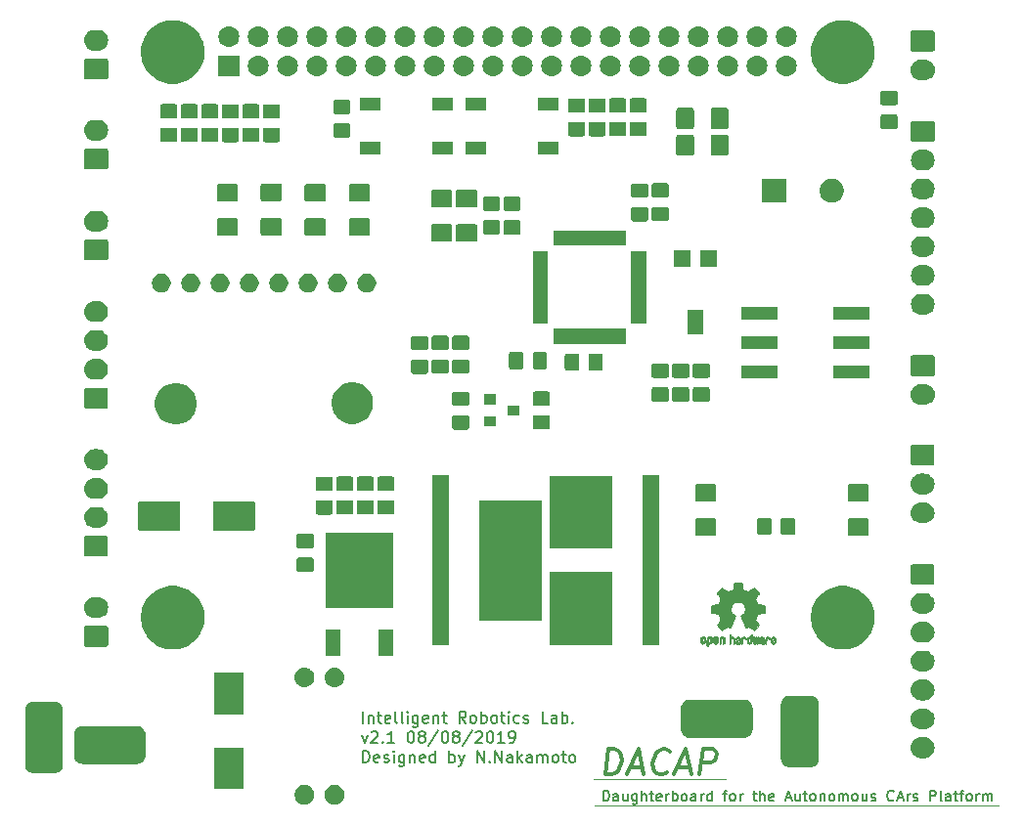
<source format=gts>
G04 #@! TF.GenerationSoftware,KiCad,Pcbnew,5.1.2-f72e74a~84~ubuntu16.04.1*
G04 #@! TF.CreationDate,2019-08-19T17:24:30+09:00*
G04 #@! TF.ProjectId,MD&SubCPU-ver2.0,4d442653-7562-4435-9055-2d766572322e,rev?*
G04 #@! TF.SameCoordinates,Original*
G04 #@! TF.FileFunction,Soldermask,Top*
G04 #@! TF.FilePolarity,Negative*
%FSLAX46Y46*%
G04 Gerber Fmt 4.6, Leading zero omitted, Abs format (unit mm)*
G04 Created by KiCad (PCBNEW 5.1.2-f72e74a~84~ubuntu16.04.1) date 2019-08-19 17:24:30*
%MOMM*%
%LPD*%
G04 APERTURE LIST*
%ADD10C,0.100000*%
%ADD11C,0.200000*%
%ADD12C,0.300000*%
%ADD13C,0.010000*%
G04 APERTURE END LIST*
D10*
X95125190Y-135961428D02*
X130172809Y-135961428D01*
X95123714Y-133675428D02*
X106552285Y-133675428D01*
D11*
X75114357Y-128800380D02*
X75114357Y-127800380D01*
X75590547Y-128133714D02*
X75590547Y-128800380D01*
X75590547Y-128228952D02*
X75638166Y-128181333D01*
X75733404Y-128133714D01*
X75876262Y-128133714D01*
X75971500Y-128181333D01*
X76019119Y-128276571D01*
X76019119Y-128800380D01*
X76352452Y-128133714D02*
X76733404Y-128133714D01*
X76495309Y-127800380D02*
X76495309Y-128657523D01*
X76542928Y-128752761D01*
X76638166Y-128800380D01*
X76733404Y-128800380D01*
X77447690Y-128752761D02*
X77352452Y-128800380D01*
X77161976Y-128800380D01*
X77066738Y-128752761D01*
X77019119Y-128657523D01*
X77019119Y-128276571D01*
X77066738Y-128181333D01*
X77161976Y-128133714D01*
X77352452Y-128133714D01*
X77447690Y-128181333D01*
X77495309Y-128276571D01*
X77495309Y-128371809D01*
X77019119Y-128467047D01*
X78066738Y-128800380D02*
X77971500Y-128752761D01*
X77923881Y-128657523D01*
X77923881Y-127800380D01*
X78590547Y-128800380D02*
X78495309Y-128752761D01*
X78447690Y-128657523D01*
X78447690Y-127800380D01*
X78971500Y-128800380D02*
X78971500Y-128133714D01*
X78971500Y-127800380D02*
X78923881Y-127848000D01*
X78971500Y-127895619D01*
X79019119Y-127848000D01*
X78971500Y-127800380D01*
X78971500Y-127895619D01*
X79876262Y-128133714D02*
X79876262Y-128943238D01*
X79828642Y-129038476D01*
X79781023Y-129086095D01*
X79685785Y-129133714D01*
X79542928Y-129133714D01*
X79447690Y-129086095D01*
X79876262Y-128752761D02*
X79781023Y-128800380D01*
X79590547Y-128800380D01*
X79495309Y-128752761D01*
X79447690Y-128705142D01*
X79400071Y-128609904D01*
X79400071Y-128324190D01*
X79447690Y-128228952D01*
X79495309Y-128181333D01*
X79590547Y-128133714D01*
X79781023Y-128133714D01*
X79876262Y-128181333D01*
X80733404Y-128752761D02*
X80638166Y-128800380D01*
X80447690Y-128800380D01*
X80352452Y-128752761D01*
X80304833Y-128657523D01*
X80304833Y-128276571D01*
X80352452Y-128181333D01*
X80447690Y-128133714D01*
X80638166Y-128133714D01*
X80733404Y-128181333D01*
X80781023Y-128276571D01*
X80781023Y-128371809D01*
X80304833Y-128467047D01*
X81209595Y-128133714D02*
X81209595Y-128800380D01*
X81209595Y-128228952D02*
X81257214Y-128181333D01*
X81352452Y-128133714D01*
X81495309Y-128133714D01*
X81590547Y-128181333D01*
X81638166Y-128276571D01*
X81638166Y-128800380D01*
X81971500Y-128133714D02*
X82352452Y-128133714D01*
X82114357Y-127800380D02*
X82114357Y-128657523D01*
X82161976Y-128752761D01*
X82257214Y-128800380D01*
X82352452Y-128800380D01*
X84019119Y-128800380D02*
X83685785Y-128324190D01*
X83447690Y-128800380D02*
X83447690Y-127800380D01*
X83828642Y-127800380D01*
X83923881Y-127848000D01*
X83971500Y-127895619D01*
X84019119Y-127990857D01*
X84019119Y-128133714D01*
X83971500Y-128228952D01*
X83923881Y-128276571D01*
X83828642Y-128324190D01*
X83447690Y-128324190D01*
X84590547Y-128800380D02*
X84495309Y-128752761D01*
X84447690Y-128705142D01*
X84400071Y-128609904D01*
X84400071Y-128324190D01*
X84447690Y-128228952D01*
X84495309Y-128181333D01*
X84590547Y-128133714D01*
X84733404Y-128133714D01*
X84828642Y-128181333D01*
X84876262Y-128228952D01*
X84923881Y-128324190D01*
X84923881Y-128609904D01*
X84876262Y-128705142D01*
X84828642Y-128752761D01*
X84733404Y-128800380D01*
X84590547Y-128800380D01*
X85352452Y-128800380D02*
X85352452Y-127800380D01*
X85352452Y-128181333D02*
X85447690Y-128133714D01*
X85638166Y-128133714D01*
X85733404Y-128181333D01*
X85781023Y-128228952D01*
X85828642Y-128324190D01*
X85828642Y-128609904D01*
X85781023Y-128705142D01*
X85733404Y-128752761D01*
X85638166Y-128800380D01*
X85447690Y-128800380D01*
X85352452Y-128752761D01*
X86400071Y-128800380D02*
X86304833Y-128752761D01*
X86257214Y-128705142D01*
X86209595Y-128609904D01*
X86209595Y-128324190D01*
X86257214Y-128228952D01*
X86304833Y-128181333D01*
X86400071Y-128133714D01*
X86542928Y-128133714D01*
X86638166Y-128181333D01*
X86685785Y-128228952D01*
X86733404Y-128324190D01*
X86733404Y-128609904D01*
X86685785Y-128705142D01*
X86638166Y-128752761D01*
X86542928Y-128800380D01*
X86400071Y-128800380D01*
X87019119Y-128133714D02*
X87400071Y-128133714D01*
X87161976Y-127800380D02*
X87161976Y-128657523D01*
X87209595Y-128752761D01*
X87304833Y-128800380D01*
X87400071Y-128800380D01*
X87733404Y-128800380D02*
X87733404Y-128133714D01*
X87733404Y-127800380D02*
X87685785Y-127848000D01*
X87733404Y-127895619D01*
X87781023Y-127848000D01*
X87733404Y-127800380D01*
X87733404Y-127895619D01*
X88638166Y-128752761D02*
X88542928Y-128800380D01*
X88352452Y-128800380D01*
X88257214Y-128752761D01*
X88209595Y-128705142D01*
X88161976Y-128609904D01*
X88161976Y-128324190D01*
X88209595Y-128228952D01*
X88257214Y-128181333D01*
X88352452Y-128133714D01*
X88542928Y-128133714D01*
X88638166Y-128181333D01*
X89019119Y-128752761D02*
X89114357Y-128800380D01*
X89304833Y-128800380D01*
X89400071Y-128752761D01*
X89447690Y-128657523D01*
X89447690Y-128609904D01*
X89400071Y-128514666D01*
X89304833Y-128467047D01*
X89161976Y-128467047D01*
X89066738Y-128419428D01*
X89019119Y-128324190D01*
X89019119Y-128276571D01*
X89066738Y-128181333D01*
X89161976Y-128133714D01*
X89304833Y-128133714D01*
X89400071Y-128181333D01*
X91114357Y-128800380D02*
X90638166Y-128800380D01*
X90638166Y-127800380D01*
X91876262Y-128800380D02*
X91876262Y-128276571D01*
X91828642Y-128181333D01*
X91733404Y-128133714D01*
X91542928Y-128133714D01*
X91447690Y-128181333D01*
X91876262Y-128752761D02*
X91781023Y-128800380D01*
X91542928Y-128800380D01*
X91447690Y-128752761D01*
X91400071Y-128657523D01*
X91400071Y-128562285D01*
X91447690Y-128467047D01*
X91542928Y-128419428D01*
X91781023Y-128419428D01*
X91876262Y-128371809D01*
X92352452Y-128800380D02*
X92352452Y-127800380D01*
X92352452Y-128181333D02*
X92447690Y-128133714D01*
X92638166Y-128133714D01*
X92733404Y-128181333D01*
X92781023Y-128228952D01*
X92828642Y-128324190D01*
X92828642Y-128609904D01*
X92781023Y-128705142D01*
X92733404Y-128752761D01*
X92638166Y-128800380D01*
X92447690Y-128800380D01*
X92352452Y-128752761D01*
X93257214Y-128705142D02*
X93304833Y-128752761D01*
X93257214Y-128800380D01*
X93209595Y-128752761D01*
X93257214Y-128705142D01*
X93257214Y-128800380D01*
X75019119Y-129833714D02*
X75257214Y-130500380D01*
X75495309Y-129833714D01*
X75828642Y-129595619D02*
X75876262Y-129548000D01*
X75971500Y-129500380D01*
X76209595Y-129500380D01*
X76304833Y-129548000D01*
X76352452Y-129595619D01*
X76400071Y-129690857D01*
X76400071Y-129786095D01*
X76352452Y-129928952D01*
X75781023Y-130500380D01*
X76400071Y-130500380D01*
X76828642Y-130405142D02*
X76876262Y-130452761D01*
X76828642Y-130500380D01*
X76781023Y-130452761D01*
X76828642Y-130405142D01*
X76828642Y-130500380D01*
X77828642Y-130500380D02*
X77257214Y-130500380D01*
X77542928Y-130500380D02*
X77542928Y-129500380D01*
X77447690Y-129643238D01*
X77352452Y-129738476D01*
X77257214Y-129786095D01*
X79209595Y-129500380D02*
X79304833Y-129500380D01*
X79400071Y-129548000D01*
X79447690Y-129595619D01*
X79495309Y-129690857D01*
X79542928Y-129881333D01*
X79542928Y-130119428D01*
X79495309Y-130309904D01*
X79447690Y-130405142D01*
X79400071Y-130452761D01*
X79304833Y-130500380D01*
X79209595Y-130500380D01*
X79114357Y-130452761D01*
X79066738Y-130405142D01*
X79019119Y-130309904D01*
X78971500Y-130119428D01*
X78971500Y-129881333D01*
X79019119Y-129690857D01*
X79066738Y-129595619D01*
X79114357Y-129548000D01*
X79209595Y-129500380D01*
X80114357Y-129928952D02*
X80019119Y-129881333D01*
X79971500Y-129833714D01*
X79923881Y-129738476D01*
X79923881Y-129690857D01*
X79971500Y-129595619D01*
X80019119Y-129548000D01*
X80114357Y-129500380D01*
X80304833Y-129500380D01*
X80400071Y-129548000D01*
X80447690Y-129595619D01*
X80495309Y-129690857D01*
X80495309Y-129738476D01*
X80447690Y-129833714D01*
X80400071Y-129881333D01*
X80304833Y-129928952D01*
X80114357Y-129928952D01*
X80019119Y-129976571D01*
X79971500Y-130024190D01*
X79923881Y-130119428D01*
X79923881Y-130309904D01*
X79971500Y-130405142D01*
X80019119Y-130452761D01*
X80114357Y-130500380D01*
X80304833Y-130500380D01*
X80400071Y-130452761D01*
X80447690Y-130405142D01*
X80495309Y-130309904D01*
X80495309Y-130119428D01*
X80447690Y-130024190D01*
X80400071Y-129976571D01*
X80304833Y-129928952D01*
X81638166Y-129452761D02*
X80781023Y-130738476D01*
X82161976Y-129500380D02*
X82257214Y-129500380D01*
X82352452Y-129548000D01*
X82400071Y-129595619D01*
X82447690Y-129690857D01*
X82495309Y-129881333D01*
X82495309Y-130119428D01*
X82447690Y-130309904D01*
X82400071Y-130405142D01*
X82352452Y-130452761D01*
X82257214Y-130500380D01*
X82161976Y-130500380D01*
X82066738Y-130452761D01*
X82019119Y-130405142D01*
X81971500Y-130309904D01*
X81923881Y-130119428D01*
X81923881Y-129881333D01*
X81971500Y-129690857D01*
X82019119Y-129595619D01*
X82066738Y-129548000D01*
X82161976Y-129500380D01*
X83066738Y-129928952D02*
X82971500Y-129881333D01*
X82923881Y-129833714D01*
X82876262Y-129738476D01*
X82876262Y-129690857D01*
X82923881Y-129595619D01*
X82971500Y-129548000D01*
X83066738Y-129500380D01*
X83257214Y-129500380D01*
X83352452Y-129548000D01*
X83400071Y-129595619D01*
X83447690Y-129690857D01*
X83447690Y-129738476D01*
X83400071Y-129833714D01*
X83352452Y-129881333D01*
X83257214Y-129928952D01*
X83066738Y-129928952D01*
X82971500Y-129976571D01*
X82923881Y-130024190D01*
X82876262Y-130119428D01*
X82876262Y-130309904D01*
X82923881Y-130405142D01*
X82971500Y-130452761D01*
X83066738Y-130500380D01*
X83257214Y-130500380D01*
X83352452Y-130452761D01*
X83400071Y-130405142D01*
X83447690Y-130309904D01*
X83447690Y-130119428D01*
X83400071Y-130024190D01*
X83352452Y-129976571D01*
X83257214Y-129928952D01*
X84590547Y-129452761D02*
X83733404Y-130738476D01*
X84876262Y-129595619D02*
X84923881Y-129548000D01*
X85019119Y-129500380D01*
X85257214Y-129500380D01*
X85352452Y-129548000D01*
X85400071Y-129595619D01*
X85447690Y-129690857D01*
X85447690Y-129786095D01*
X85400071Y-129928952D01*
X84828642Y-130500380D01*
X85447690Y-130500380D01*
X86066738Y-129500380D02*
X86161976Y-129500380D01*
X86257214Y-129548000D01*
X86304833Y-129595619D01*
X86352452Y-129690857D01*
X86400071Y-129881333D01*
X86400071Y-130119428D01*
X86352452Y-130309904D01*
X86304833Y-130405142D01*
X86257214Y-130452761D01*
X86161976Y-130500380D01*
X86066738Y-130500380D01*
X85971500Y-130452761D01*
X85923881Y-130405142D01*
X85876262Y-130309904D01*
X85828642Y-130119428D01*
X85828642Y-129881333D01*
X85876262Y-129690857D01*
X85923881Y-129595619D01*
X85971500Y-129548000D01*
X86066738Y-129500380D01*
X87352452Y-130500380D02*
X86781023Y-130500380D01*
X87066738Y-130500380D02*
X87066738Y-129500380D01*
X86971500Y-129643238D01*
X86876262Y-129738476D01*
X86781023Y-129786095D01*
X87828642Y-130500380D02*
X88019119Y-130500380D01*
X88114357Y-130452761D01*
X88161976Y-130405142D01*
X88257214Y-130262285D01*
X88304833Y-130071809D01*
X88304833Y-129690857D01*
X88257214Y-129595619D01*
X88209595Y-129548000D01*
X88114357Y-129500380D01*
X87923881Y-129500380D01*
X87828642Y-129548000D01*
X87781023Y-129595619D01*
X87733404Y-129690857D01*
X87733404Y-129928952D01*
X87781023Y-130024190D01*
X87828642Y-130071809D01*
X87923881Y-130119428D01*
X88114357Y-130119428D01*
X88209595Y-130071809D01*
X88257214Y-130024190D01*
X88304833Y-129928952D01*
X75114357Y-132200380D02*
X75114357Y-131200380D01*
X75352452Y-131200380D01*
X75495309Y-131248000D01*
X75590547Y-131343238D01*
X75638166Y-131438476D01*
X75685785Y-131628952D01*
X75685785Y-131771809D01*
X75638166Y-131962285D01*
X75590547Y-132057523D01*
X75495309Y-132152761D01*
X75352452Y-132200380D01*
X75114357Y-132200380D01*
X76495309Y-132152761D02*
X76400071Y-132200380D01*
X76209595Y-132200380D01*
X76114357Y-132152761D01*
X76066738Y-132057523D01*
X76066738Y-131676571D01*
X76114357Y-131581333D01*
X76209595Y-131533714D01*
X76400071Y-131533714D01*
X76495309Y-131581333D01*
X76542928Y-131676571D01*
X76542928Y-131771809D01*
X76066738Y-131867047D01*
X76923881Y-132152761D02*
X77019119Y-132200380D01*
X77209595Y-132200380D01*
X77304833Y-132152761D01*
X77352452Y-132057523D01*
X77352452Y-132009904D01*
X77304833Y-131914666D01*
X77209595Y-131867047D01*
X77066738Y-131867047D01*
X76971500Y-131819428D01*
X76923881Y-131724190D01*
X76923881Y-131676571D01*
X76971500Y-131581333D01*
X77066738Y-131533714D01*
X77209595Y-131533714D01*
X77304833Y-131581333D01*
X77781023Y-132200380D02*
X77781023Y-131533714D01*
X77781023Y-131200380D02*
X77733404Y-131248000D01*
X77781023Y-131295619D01*
X77828642Y-131248000D01*
X77781023Y-131200380D01*
X77781023Y-131295619D01*
X78685785Y-131533714D02*
X78685785Y-132343238D01*
X78638166Y-132438476D01*
X78590547Y-132486095D01*
X78495309Y-132533714D01*
X78352452Y-132533714D01*
X78257214Y-132486095D01*
X78685785Y-132152761D02*
X78590547Y-132200380D01*
X78400071Y-132200380D01*
X78304833Y-132152761D01*
X78257214Y-132105142D01*
X78209595Y-132009904D01*
X78209595Y-131724190D01*
X78257214Y-131628952D01*
X78304833Y-131581333D01*
X78400071Y-131533714D01*
X78590547Y-131533714D01*
X78685785Y-131581333D01*
X79161976Y-131533714D02*
X79161976Y-132200380D01*
X79161976Y-131628952D02*
X79209595Y-131581333D01*
X79304833Y-131533714D01*
X79447690Y-131533714D01*
X79542928Y-131581333D01*
X79590547Y-131676571D01*
X79590547Y-132200380D01*
X80447690Y-132152761D02*
X80352452Y-132200380D01*
X80161976Y-132200380D01*
X80066738Y-132152761D01*
X80019119Y-132057523D01*
X80019119Y-131676571D01*
X80066738Y-131581333D01*
X80161976Y-131533714D01*
X80352452Y-131533714D01*
X80447690Y-131581333D01*
X80495309Y-131676571D01*
X80495309Y-131771809D01*
X80019119Y-131867047D01*
X81352452Y-132200380D02*
X81352452Y-131200380D01*
X81352452Y-132152761D02*
X81257214Y-132200380D01*
X81066738Y-132200380D01*
X80971500Y-132152761D01*
X80923881Y-132105142D01*
X80876262Y-132009904D01*
X80876262Y-131724190D01*
X80923881Y-131628952D01*
X80971500Y-131581333D01*
X81066738Y-131533714D01*
X81257214Y-131533714D01*
X81352452Y-131581333D01*
X82590547Y-132200380D02*
X82590547Y-131200380D01*
X82590547Y-131581333D02*
X82685785Y-131533714D01*
X82876262Y-131533714D01*
X82971500Y-131581333D01*
X83019119Y-131628952D01*
X83066738Y-131724190D01*
X83066738Y-132009904D01*
X83019119Y-132105142D01*
X82971500Y-132152761D01*
X82876262Y-132200380D01*
X82685785Y-132200380D01*
X82590547Y-132152761D01*
X83400071Y-131533714D02*
X83638166Y-132200380D01*
X83876262Y-131533714D02*
X83638166Y-132200380D01*
X83542928Y-132438476D01*
X83495309Y-132486095D01*
X83400071Y-132533714D01*
X85019119Y-132200380D02*
X85019119Y-131200380D01*
X85590547Y-132200380D01*
X85590547Y-131200380D01*
X86066738Y-132105142D02*
X86114357Y-132152761D01*
X86066738Y-132200380D01*
X86019119Y-132152761D01*
X86066738Y-132105142D01*
X86066738Y-132200380D01*
X86542928Y-132200380D02*
X86542928Y-131200380D01*
X87114357Y-132200380D01*
X87114357Y-131200380D01*
X88019119Y-132200380D02*
X88019119Y-131676571D01*
X87971500Y-131581333D01*
X87876262Y-131533714D01*
X87685785Y-131533714D01*
X87590547Y-131581333D01*
X88019119Y-132152761D02*
X87923881Y-132200380D01*
X87685785Y-132200380D01*
X87590547Y-132152761D01*
X87542928Y-132057523D01*
X87542928Y-131962285D01*
X87590547Y-131867047D01*
X87685785Y-131819428D01*
X87923881Y-131819428D01*
X88019119Y-131771809D01*
X88495309Y-132200380D02*
X88495309Y-131200380D01*
X88590547Y-131819428D02*
X88876262Y-132200380D01*
X88876262Y-131533714D02*
X88495309Y-131914666D01*
X89733404Y-132200380D02*
X89733404Y-131676571D01*
X89685785Y-131581333D01*
X89590547Y-131533714D01*
X89400071Y-131533714D01*
X89304833Y-131581333D01*
X89733404Y-132152761D02*
X89638166Y-132200380D01*
X89400071Y-132200380D01*
X89304833Y-132152761D01*
X89257214Y-132057523D01*
X89257214Y-131962285D01*
X89304833Y-131867047D01*
X89400071Y-131819428D01*
X89638166Y-131819428D01*
X89733404Y-131771809D01*
X90209595Y-132200380D02*
X90209595Y-131533714D01*
X90209595Y-131628952D02*
X90257214Y-131581333D01*
X90352452Y-131533714D01*
X90495309Y-131533714D01*
X90590547Y-131581333D01*
X90638166Y-131676571D01*
X90638166Y-132200380D01*
X90638166Y-131676571D02*
X90685785Y-131581333D01*
X90781023Y-131533714D01*
X90923881Y-131533714D01*
X91019119Y-131581333D01*
X91066738Y-131676571D01*
X91066738Y-132200380D01*
X91685785Y-132200380D02*
X91590547Y-132152761D01*
X91542928Y-132105142D01*
X91495309Y-132009904D01*
X91495309Y-131724190D01*
X91542928Y-131628952D01*
X91590547Y-131581333D01*
X91685785Y-131533714D01*
X91828642Y-131533714D01*
X91923881Y-131581333D01*
X91971500Y-131628952D01*
X92019119Y-131724190D01*
X92019119Y-132009904D01*
X91971500Y-132105142D01*
X91923881Y-132152761D01*
X91828642Y-132200380D01*
X91685785Y-132200380D01*
X92304833Y-131533714D02*
X92685785Y-131533714D01*
X92447690Y-131200380D02*
X92447690Y-132057523D01*
X92495309Y-132152761D01*
X92590547Y-132200380D01*
X92685785Y-132200380D01*
X93161976Y-132200380D02*
X93066738Y-132152761D01*
X93019119Y-132105142D01*
X92971500Y-132009904D01*
X92971500Y-131724190D01*
X93019119Y-131628952D01*
X93066738Y-131581333D01*
X93161976Y-131533714D01*
X93304833Y-131533714D01*
X93400071Y-131581333D01*
X93447690Y-131628952D01*
X93495309Y-131724190D01*
X93495309Y-132009904D01*
X93447690Y-132105142D01*
X93400071Y-132152761D01*
X93304833Y-132200380D01*
X93161976Y-132200380D01*
X95911785Y-135535142D02*
X95911785Y-134635142D01*
X96126071Y-134635142D01*
X96254642Y-134678000D01*
X96340357Y-134763714D01*
X96383214Y-134849428D01*
X96426071Y-135020857D01*
X96426071Y-135149428D01*
X96383214Y-135320857D01*
X96340357Y-135406571D01*
X96254642Y-135492285D01*
X96126071Y-135535142D01*
X95911785Y-135535142D01*
X97197500Y-135535142D02*
X97197500Y-135063714D01*
X97154642Y-134978000D01*
X97068928Y-134935142D01*
X96897500Y-134935142D01*
X96811785Y-134978000D01*
X97197500Y-135492285D02*
X97111785Y-135535142D01*
X96897500Y-135535142D01*
X96811785Y-135492285D01*
X96768928Y-135406571D01*
X96768928Y-135320857D01*
X96811785Y-135235142D01*
X96897500Y-135192285D01*
X97111785Y-135192285D01*
X97197500Y-135149428D01*
X98011785Y-134935142D02*
X98011785Y-135535142D01*
X97626071Y-134935142D02*
X97626071Y-135406571D01*
X97668928Y-135492285D01*
X97754642Y-135535142D01*
X97883214Y-135535142D01*
X97968928Y-135492285D01*
X98011785Y-135449428D01*
X98826071Y-134935142D02*
X98826071Y-135663714D01*
X98783214Y-135749428D01*
X98740357Y-135792285D01*
X98654642Y-135835142D01*
X98526071Y-135835142D01*
X98440357Y-135792285D01*
X98826071Y-135492285D02*
X98740357Y-135535142D01*
X98568928Y-135535142D01*
X98483214Y-135492285D01*
X98440357Y-135449428D01*
X98397500Y-135363714D01*
X98397500Y-135106571D01*
X98440357Y-135020857D01*
X98483214Y-134978000D01*
X98568928Y-134935142D01*
X98740357Y-134935142D01*
X98826071Y-134978000D01*
X99254642Y-135535142D02*
X99254642Y-134635142D01*
X99640357Y-135535142D02*
X99640357Y-135063714D01*
X99597500Y-134978000D01*
X99511785Y-134935142D01*
X99383214Y-134935142D01*
X99297500Y-134978000D01*
X99254642Y-135020857D01*
X99940357Y-134935142D02*
X100283214Y-134935142D01*
X100068928Y-134635142D02*
X100068928Y-135406571D01*
X100111785Y-135492285D01*
X100197500Y-135535142D01*
X100283214Y-135535142D01*
X100926071Y-135492285D02*
X100840357Y-135535142D01*
X100668928Y-135535142D01*
X100583214Y-135492285D01*
X100540357Y-135406571D01*
X100540357Y-135063714D01*
X100583214Y-134978000D01*
X100668928Y-134935142D01*
X100840357Y-134935142D01*
X100926071Y-134978000D01*
X100968928Y-135063714D01*
X100968928Y-135149428D01*
X100540357Y-135235142D01*
X101354642Y-135535142D02*
X101354642Y-134935142D01*
X101354642Y-135106571D02*
X101397500Y-135020857D01*
X101440357Y-134978000D01*
X101526071Y-134935142D01*
X101611785Y-134935142D01*
X101911785Y-135535142D02*
X101911785Y-134635142D01*
X101911785Y-134978000D02*
X101997500Y-134935142D01*
X102168928Y-134935142D01*
X102254642Y-134978000D01*
X102297500Y-135020857D01*
X102340357Y-135106571D01*
X102340357Y-135363714D01*
X102297500Y-135449428D01*
X102254642Y-135492285D01*
X102168928Y-135535142D01*
X101997500Y-135535142D01*
X101911785Y-135492285D01*
X102854642Y-135535142D02*
X102768928Y-135492285D01*
X102726071Y-135449428D01*
X102683214Y-135363714D01*
X102683214Y-135106571D01*
X102726071Y-135020857D01*
X102768928Y-134978000D01*
X102854642Y-134935142D01*
X102983214Y-134935142D01*
X103068928Y-134978000D01*
X103111785Y-135020857D01*
X103154642Y-135106571D01*
X103154642Y-135363714D01*
X103111785Y-135449428D01*
X103068928Y-135492285D01*
X102983214Y-135535142D01*
X102854642Y-135535142D01*
X103926071Y-135535142D02*
X103926071Y-135063714D01*
X103883214Y-134978000D01*
X103797500Y-134935142D01*
X103626071Y-134935142D01*
X103540357Y-134978000D01*
X103926071Y-135492285D02*
X103840357Y-135535142D01*
X103626071Y-135535142D01*
X103540357Y-135492285D01*
X103497500Y-135406571D01*
X103497500Y-135320857D01*
X103540357Y-135235142D01*
X103626071Y-135192285D01*
X103840357Y-135192285D01*
X103926071Y-135149428D01*
X104354642Y-135535142D02*
X104354642Y-134935142D01*
X104354642Y-135106571D02*
X104397500Y-135020857D01*
X104440357Y-134978000D01*
X104526071Y-134935142D01*
X104611785Y-134935142D01*
X105297500Y-135535142D02*
X105297500Y-134635142D01*
X105297500Y-135492285D02*
X105211785Y-135535142D01*
X105040357Y-135535142D01*
X104954642Y-135492285D01*
X104911785Y-135449428D01*
X104868928Y-135363714D01*
X104868928Y-135106571D01*
X104911785Y-135020857D01*
X104954642Y-134978000D01*
X105040357Y-134935142D01*
X105211785Y-134935142D01*
X105297500Y-134978000D01*
X106283214Y-134935142D02*
X106626071Y-134935142D01*
X106411785Y-135535142D02*
X106411785Y-134763714D01*
X106454642Y-134678000D01*
X106540357Y-134635142D01*
X106626071Y-134635142D01*
X107054642Y-135535142D02*
X106968928Y-135492285D01*
X106926071Y-135449428D01*
X106883214Y-135363714D01*
X106883214Y-135106571D01*
X106926071Y-135020857D01*
X106968928Y-134978000D01*
X107054642Y-134935142D01*
X107183214Y-134935142D01*
X107268928Y-134978000D01*
X107311785Y-135020857D01*
X107354642Y-135106571D01*
X107354642Y-135363714D01*
X107311785Y-135449428D01*
X107268928Y-135492285D01*
X107183214Y-135535142D01*
X107054642Y-135535142D01*
X107740357Y-135535142D02*
X107740357Y-134935142D01*
X107740357Y-135106571D02*
X107783214Y-135020857D01*
X107826071Y-134978000D01*
X107911785Y-134935142D01*
X107997500Y-134935142D01*
X108854642Y-134935142D02*
X109197500Y-134935142D01*
X108983214Y-134635142D02*
X108983214Y-135406571D01*
X109026071Y-135492285D01*
X109111785Y-135535142D01*
X109197500Y-135535142D01*
X109497500Y-135535142D02*
X109497500Y-134635142D01*
X109883214Y-135535142D02*
X109883214Y-135063714D01*
X109840357Y-134978000D01*
X109754642Y-134935142D01*
X109626071Y-134935142D01*
X109540357Y-134978000D01*
X109497500Y-135020857D01*
X110654642Y-135492285D02*
X110568928Y-135535142D01*
X110397500Y-135535142D01*
X110311785Y-135492285D01*
X110268928Y-135406571D01*
X110268928Y-135063714D01*
X110311785Y-134978000D01*
X110397500Y-134935142D01*
X110568928Y-134935142D01*
X110654642Y-134978000D01*
X110697500Y-135063714D01*
X110697500Y-135149428D01*
X110268928Y-135235142D01*
X111726071Y-135278000D02*
X112154642Y-135278000D01*
X111640357Y-135535142D02*
X111940357Y-134635142D01*
X112240357Y-135535142D01*
X112926071Y-134935142D02*
X112926071Y-135535142D01*
X112540357Y-134935142D02*
X112540357Y-135406571D01*
X112583214Y-135492285D01*
X112668928Y-135535142D01*
X112797500Y-135535142D01*
X112883214Y-135492285D01*
X112926071Y-135449428D01*
X113226071Y-134935142D02*
X113568928Y-134935142D01*
X113354642Y-134635142D02*
X113354642Y-135406571D01*
X113397500Y-135492285D01*
X113483214Y-135535142D01*
X113568928Y-135535142D01*
X113997500Y-135535142D02*
X113911785Y-135492285D01*
X113868928Y-135449428D01*
X113826071Y-135363714D01*
X113826071Y-135106571D01*
X113868928Y-135020857D01*
X113911785Y-134978000D01*
X113997500Y-134935142D01*
X114126071Y-134935142D01*
X114211785Y-134978000D01*
X114254642Y-135020857D01*
X114297500Y-135106571D01*
X114297500Y-135363714D01*
X114254642Y-135449428D01*
X114211785Y-135492285D01*
X114126071Y-135535142D01*
X113997500Y-135535142D01*
X114683214Y-134935142D02*
X114683214Y-135535142D01*
X114683214Y-135020857D02*
X114726071Y-134978000D01*
X114811785Y-134935142D01*
X114940357Y-134935142D01*
X115026071Y-134978000D01*
X115068928Y-135063714D01*
X115068928Y-135535142D01*
X115626071Y-135535142D02*
X115540357Y-135492285D01*
X115497499Y-135449428D01*
X115454642Y-135363714D01*
X115454642Y-135106571D01*
X115497499Y-135020857D01*
X115540357Y-134978000D01*
X115626071Y-134935142D01*
X115754642Y-134935142D01*
X115840357Y-134978000D01*
X115883214Y-135020857D01*
X115926071Y-135106571D01*
X115926071Y-135363714D01*
X115883214Y-135449428D01*
X115840357Y-135492285D01*
X115754642Y-135535142D01*
X115626071Y-135535142D01*
X116311785Y-135535142D02*
X116311785Y-134935142D01*
X116311785Y-135020857D02*
X116354642Y-134978000D01*
X116440357Y-134935142D01*
X116568928Y-134935142D01*
X116654642Y-134978000D01*
X116697499Y-135063714D01*
X116697499Y-135535142D01*
X116697499Y-135063714D02*
X116740357Y-134978000D01*
X116826071Y-134935142D01*
X116954642Y-134935142D01*
X117040357Y-134978000D01*
X117083214Y-135063714D01*
X117083214Y-135535142D01*
X117640357Y-135535142D02*
X117554642Y-135492285D01*
X117511785Y-135449428D01*
X117468928Y-135363714D01*
X117468928Y-135106571D01*
X117511785Y-135020857D01*
X117554642Y-134978000D01*
X117640357Y-134935142D01*
X117768928Y-134935142D01*
X117854642Y-134978000D01*
X117897499Y-135020857D01*
X117940357Y-135106571D01*
X117940357Y-135363714D01*
X117897499Y-135449428D01*
X117854642Y-135492285D01*
X117768928Y-135535142D01*
X117640357Y-135535142D01*
X118711785Y-134935142D02*
X118711785Y-135535142D01*
X118326071Y-134935142D02*
X118326071Y-135406571D01*
X118368928Y-135492285D01*
X118454642Y-135535142D01*
X118583214Y-135535142D01*
X118668928Y-135492285D01*
X118711785Y-135449428D01*
X119097499Y-135492285D02*
X119183214Y-135535142D01*
X119354642Y-135535142D01*
X119440357Y-135492285D01*
X119483214Y-135406571D01*
X119483214Y-135363714D01*
X119440357Y-135278000D01*
X119354642Y-135235142D01*
X119226071Y-135235142D01*
X119140357Y-135192285D01*
X119097499Y-135106571D01*
X119097499Y-135063714D01*
X119140357Y-134978000D01*
X119226071Y-134935142D01*
X119354642Y-134935142D01*
X119440357Y-134978000D01*
X121068928Y-135449428D02*
X121026071Y-135492285D01*
X120897499Y-135535142D01*
X120811785Y-135535142D01*
X120683214Y-135492285D01*
X120597499Y-135406571D01*
X120554642Y-135320857D01*
X120511785Y-135149428D01*
X120511785Y-135020857D01*
X120554642Y-134849428D01*
X120597499Y-134763714D01*
X120683214Y-134678000D01*
X120811785Y-134635142D01*
X120897499Y-134635142D01*
X121026071Y-134678000D01*
X121068928Y-134720857D01*
X121411785Y-135278000D02*
X121840357Y-135278000D01*
X121326071Y-135535142D02*
X121626071Y-134635142D01*
X121926071Y-135535142D01*
X122226071Y-135535142D02*
X122226071Y-134935142D01*
X122226071Y-135106571D02*
X122268928Y-135020857D01*
X122311785Y-134978000D01*
X122397499Y-134935142D01*
X122483214Y-134935142D01*
X122740357Y-135492285D02*
X122826071Y-135535142D01*
X122997499Y-135535142D01*
X123083214Y-135492285D01*
X123126071Y-135406571D01*
X123126071Y-135363714D01*
X123083214Y-135278000D01*
X122997499Y-135235142D01*
X122868928Y-135235142D01*
X122783214Y-135192285D01*
X122740357Y-135106571D01*
X122740357Y-135063714D01*
X122783214Y-134978000D01*
X122868928Y-134935142D01*
X122997499Y-134935142D01*
X123083214Y-134978000D01*
X124197499Y-135535142D02*
X124197499Y-134635142D01*
X124540357Y-134635142D01*
X124626071Y-134678000D01*
X124668928Y-134720857D01*
X124711785Y-134806571D01*
X124711785Y-134935142D01*
X124668928Y-135020857D01*
X124626071Y-135063714D01*
X124540357Y-135106571D01*
X124197499Y-135106571D01*
X125226071Y-135535142D02*
X125140357Y-135492285D01*
X125097499Y-135406571D01*
X125097499Y-134635142D01*
X125954642Y-135535142D02*
X125954642Y-135063714D01*
X125911785Y-134978000D01*
X125826071Y-134935142D01*
X125654642Y-134935142D01*
X125568928Y-134978000D01*
X125954642Y-135492285D02*
X125868928Y-135535142D01*
X125654642Y-135535142D01*
X125568928Y-135492285D01*
X125526071Y-135406571D01*
X125526071Y-135320857D01*
X125568928Y-135235142D01*
X125654642Y-135192285D01*
X125868928Y-135192285D01*
X125954642Y-135149428D01*
X126254642Y-134935142D02*
X126597499Y-134935142D01*
X126383214Y-134635142D02*
X126383214Y-135406571D01*
X126426071Y-135492285D01*
X126511785Y-135535142D01*
X126597499Y-135535142D01*
X126768928Y-134935142D02*
X127111785Y-134935142D01*
X126897499Y-135535142D02*
X126897499Y-134763714D01*
X126940357Y-134678000D01*
X127026071Y-134635142D01*
X127111785Y-134635142D01*
X127540357Y-135535142D02*
X127454642Y-135492285D01*
X127411785Y-135449428D01*
X127368928Y-135363714D01*
X127368928Y-135106571D01*
X127411785Y-135020857D01*
X127454642Y-134978000D01*
X127540357Y-134935142D01*
X127668928Y-134935142D01*
X127754642Y-134978000D01*
X127797499Y-135020857D01*
X127840357Y-135106571D01*
X127840357Y-135363714D01*
X127797499Y-135449428D01*
X127754642Y-135492285D01*
X127668928Y-135535142D01*
X127540357Y-135535142D01*
X128226071Y-135535142D02*
X128226071Y-134935142D01*
X128226071Y-135106571D02*
X128268928Y-135020857D01*
X128311785Y-134978000D01*
X128397499Y-134935142D01*
X128483214Y-134935142D01*
X128783214Y-135535142D02*
X128783214Y-134935142D01*
X128783214Y-135020857D02*
X128826071Y-134978000D01*
X128911785Y-134935142D01*
X129040357Y-134935142D01*
X129126071Y-134978000D01*
X129168928Y-135063714D01*
X129168928Y-135535142D01*
X129168928Y-135063714D02*
X129211785Y-134978000D01*
X129297499Y-134935142D01*
X129426071Y-134935142D01*
X129511785Y-134978000D01*
X129554642Y-135063714D01*
X129554642Y-135535142D01*
D12*
X96085565Y-133265738D02*
X96360565Y-131065738D01*
X96884375Y-131065738D01*
X97185565Y-131170500D01*
X97368898Y-131380023D01*
X97447470Y-131589547D01*
X97499851Y-132008595D01*
X97460565Y-132322880D01*
X97303422Y-132741928D01*
X97172470Y-132951452D01*
X96936755Y-133160976D01*
X96609375Y-133265738D01*
X96085565Y-133265738D01*
X98259375Y-132637166D02*
X99306994Y-132637166D01*
X97971279Y-133265738D02*
X98979613Y-131065738D01*
X99437946Y-133265738D01*
X101454613Y-133056214D02*
X101336755Y-133160976D01*
X101009375Y-133265738D01*
X100799851Y-133265738D01*
X100498660Y-133160976D01*
X100315327Y-132951452D01*
X100236755Y-132741928D01*
X100184375Y-132322880D01*
X100223660Y-132008595D01*
X100380803Y-131589547D01*
X100511755Y-131380023D01*
X100747470Y-131170500D01*
X101074851Y-131065738D01*
X101284375Y-131065738D01*
X101585565Y-131170500D01*
X101677232Y-131275261D01*
X102345089Y-132637166D02*
X103392708Y-132637166D01*
X102056994Y-133265738D02*
X103065327Y-131065738D01*
X103523660Y-133265738D01*
X104256994Y-133265738D02*
X104531994Y-131065738D01*
X105370089Y-131065738D01*
X105566517Y-131170500D01*
X105658184Y-131275261D01*
X105736755Y-131484785D01*
X105697470Y-131799071D01*
X105566517Y-132008595D01*
X105448660Y-132113357D01*
X105226041Y-132218119D01*
X104387946Y-132218119D01*
D13*
G36*
X105168744Y-121299918D02*
G01*
X105224201Y-121327568D01*
X105273148Y-121378480D01*
X105286629Y-121397338D01*
X105301314Y-121422015D01*
X105310842Y-121448816D01*
X105316293Y-121484587D01*
X105318747Y-121536169D01*
X105319286Y-121604267D01*
X105316852Y-121697588D01*
X105308394Y-121767657D01*
X105292174Y-121819931D01*
X105266454Y-121859869D01*
X105229497Y-121892929D01*
X105226782Y-121894886D01*
X105190360Y-121914908D01*
X105146502Y-121924815D01*
X105090724Y-121927257D01*
X105000048Y-121927257D01*
X105000010Y-122015283D01*
X104999166Y-122064308D01*
X104994024Y-122093065D01*
X104980587Y-122110311D01*
X104954858Y-122124808D01*
X104948679Y-122127769D01*
X104919764Y-122141648D01*
X104897376Y-122150414D01*
X104880729Y-122151171D01*
X104869036Y-122141023D01*
X104861510Y-122117073D01*
X104857366Y-122076426D01*
X104855815Y-122016186D01*
X104856071Y-121933455D01*
X104857349Y-121825339D01*
X104857748Y-121793000D01*
X104859185Y-121681524D01*
X104860472Y-121608603D01*
X104999971Y-121608603D01*
X105000755Y-121670499D01*
X105004240Y-121710997D01*
X105012124Y-121737708D01*
X105026105Y-121758244D01*
X105035597Y-121768260D01*
X105074404Y-121797567D01*
X105108763Y-121799952D01*
X105144216Y-121775750D01*
X105145114Y-121774857D01*
X105159539Y-121756153D01*
X105168313Y-121730732D01*
X105172739Y-121691584D01*
X105174118Y-121631697D01*
X105174143Y-121618430D01*
X105170812Y-121535901D01*
X105159969Y-121478691D01*
X105140340Y-121443766D01*
X105110650Y-121428094D01*
X105093491Y-121426514D01*
X105052766Y-121433926D01*
X105024832Y-121458330D01*
X105008017Y-121502980D01*
X105000650Y-121571130D01*
X104999971Y-121608603D01*
X104860472Y-121608603D01*
X104860708Y-121595245D01*
X104862677Y-121530333D01*
X104865450Y-121482958D01*
X104869388Y-121449290D01*
X104874849Y-121425498D01*
X104882192Y-121407753D01*
X104891777Y-121392224D01*
X104895887Y-121386381D01*
X104950405Y-121331185D01*
X105019336Y-121299890D01*
X105099072Y-121291165D01*
X105168744Y-121299918D01*
X105168744Y-121299918D01*
G37*
X105168744Y-121299918D02*
X105224201Y-121327568D01*
X105273148Y-121378480D01*
X105286629Y-121397338D01*
X105301314Y-121422015D01*
X105310842Y-121448816D01*
X105316293Y-121484587D01*
X105318747Y-121536169D01*
X105319286Y-121604267D01*
X105316852Y-121697588D01*
X105308394Y-121767657D01*
X105292174Y-121819931D01*
X105266454Y-121859869D01*
X105229497Y-121892929D01*
X105226782Y-121894886D01*
X105190360Y-121914908D01*
X105146502Y-121924815D01*
X105090724Y-121927257D01*
X105000048Y-121927257D01*
X105000010Y-122015283D01*
X104999166Y-122064308D01*
X104994024Y-122093065D01*
X104980587Y-122110311D01*
X104954858Y-122124808D01*
X104948679Y-122127769D01*
X104919764Y-122141648D01*
X104897376Y-122150414D01*
X104880729Y-122151171D01*
X104869036Y-122141023D01*
X104861510Y-122117073D01*
X104857366Y-122076426D01*
X104855815Y-122016186D01*
X104856071Y-121933455D01*
X104857349Y-121825339D01*
X104857748Y-121793000D01*
X104859185Y-121681524D01*
X104860472Y-121608603D01*
X104999971Y-121608603D01*
X105000755Y-121670499D01*
X105004240Y-121710997D01*
X105012124Y-121737708D01*
X105026105Y-121758244D01*
X105035597Y-121768260D01*
X105074404Y-121797567D01*
X105108763Y-121799952D01*
X105144216Y-121775750D01*
X105145114Y-121774857D01*
X105159539Y-121756153D01*
X105168313Y-121730732D01*
X105172739Y-121691584D01*
X105174118Y-121631697D01*
X105174143Y-121618430D01*
X105170812Y-121535901D01*
X105159969Y-121478691D01*
X105140340Y-121443766D01*
X105110650Y-121428094D01*
X105093491Y-121426514D01*
X105052766Y-121433926D01*
X105024832Y-121458330D01*
X105008017Y-121502980D01*
X105000650Y-121571130D01*
X104999971Y-121608603D01*
X104860472Y-121608603D01*
X104860708Y-121595245D01*
X104862677Y-121530333D01*
X104865450Y-121482958D01*
X104869388Y-121449290D01*
X104874849Y-121425498D01*
X104882192Y-121407753D01*
X104891777Y-121392224D01*
X104895887Y-121386381D01*
X104950405Y-121331185D01*
X105019336Y-121299890D01*
X105099072Y-121291165D01*
X105168744Y-121299918D01*
G36*
X106285093Y-121307780D02*
G01*
X106331672Y-121334723D01*
X106364057Y-121361466D01*
X106387742Y-121389484D01*
X106404059Y-121423748D01*
X106414339Y-121469227D01*
X106419914Y-121530892D01*
X106422116Y-121613711D01*
X106422371Y-121673246D01*
X106422371Y-121892391D01*
X106360686Y-121920044D01*
X106299000Y-121947697D01*
X106291743Y-121707670D01*
X106288744Y-121618028D01*
X106285598Y-121552962D01*
X106281701Y-121508026D01*
X106276447Y-121478770D01*
X106269231Y-121460748D01*
X106259450Y-121449511D01*
X106256312Y-121447079D01*
X106208761Y-121428083D01*
X106160697Y-121435600D01*
X106132086Y-121455543D01*
X106120447Y-121469675D01*
X106112391Y-121488220D01*
X106107271Y-121516334D01*
X106104441Y-121559173D01*
X106103256Y-121621895D01*
X106103057Y-121687261D01*
X106103018Y-121769268D01*
X106101614Y-121827316D01*
X106096914Y-121866465D01*
X106086987Y-121891780D01*
X106069903Y-121908323D01*
X106043732Y-121921156D01*
X106008775Y-121934491D01*
X105970596Y-121949007D01*
X105975141Y-121691389D01*
X105976971Y-121598519D01*
X105979112Y-121529889D01*
X105982181Y-121480711D01*
X105986794Y-121446198D01*
X105993568Y-121421562D01*
X106003119Y-121402016D01*
X106014634Y-121384770D01*
X106070190Y-121329680D01*
X106137980Y-121297822D01*
X106211713Y-121290191D01*
X106285093Y-121307780D01*
X106285093Y-121307780D01*
G37*
X106285093Y-121307780D02*
X106331672Y-121334723D01*
X106364057Y-121361466D01*
X106387742Y-121389484D01*
X106404059Y-121423748D01*
X106414339Y-121469227D01*
X106419914Y-121530892D01*
X106422116Y-121613711D01*
X106422371Y-121673246D01*
X106422371Y-121892391D01*
X106360686Y-121920044D01*
X106299000Y-121947697D01*
X106291743Y-121707670D01*
X106288744Y-121618028D01*
X106285598Y-121552962D01*
X106281701Y-121508026D01*
X106276447Y-121478770D01*
X106269231Y-121460748D01*
X106259450Y-121449511D01*
X106256312Y-121447079D01*
X106208761Y-121428083D01*
X106160697Y-121435600D01*
X106132086Y-121455543D01*
X106120447Y-121469675D01*
X106112391Y-121488220D01*
X106107271Y-121516334D01*
X106104441Y-121559173D01*
X106103256Y-121621895D01*
X106103057Y-121687261D01*
X106103018Y-121769268D01*
X106101614Y-121827316D01*
X106096914Y-121866465D01*
X106086987Y-121891780D01*
X106069903Y-121908323D01*
X106043732Y-121921156D01*
X106008775Y-121934491D01*
X105970596Y-121949007D01*
X105975141Y-121691389D01*
X105976971Y-121598519D01*
X105979112Y-121529889D01*
X105982181Y-121480711D01*
X105986794Y-121446198D01*
X105993568Y-121421562D01*
X106003119Y-121402016D01*
X106014634Y-121384770D01*
X106070190Y-121329680D01*
X106137980Y-121297822D01*
X106211713Y-121290191D01*
X106285093Y-121307780D01*
G36*
X104610115Y-121301962D02*
G01*
X104678145Y-121337733D01*
X104728351Y-121395301D01*
X104746185Y-121432312D01*
X104760063Y-121487882D01*
X104767167Y-121558096D01*
X104767840Y-121634727D01*
X104762427Y-121709552D01*
X104751270Y-121774342D01*
X104734714Y-121820873D01*
X104729626Y-121828887D01*
X104669355Y-121888707D01*
X104597769Y-121924535D01*
X104520092Y-121935020D01*
X104441548Y-121918810D01*
X104419689Y-121909092D01*
X104377122Y-121879143D01*
X104339763Y-121839433D01*
X104336232Y-121834397D01*
X104321881Y-121810124D01*
X104312394Y-121784178D01*
X104306790Y-121750022D01*
X104304086Y-121701119D01*
X104303299Y-121630935D01*
X104303286Y-121615200D01*
X104303322Y-121610192D01*
X104448429Y-121610192D01*
X104449273Y-121676430D01*
X104452596Y-121720386D01*
X104459583Y-121748779D01*
X104471416Y-121768325D01*
X104477457Y-121774857D01*
X104512186Y-121799680D01*
X104545903Y-121798548D01*
X104579995Y-121777016D01*
X104600329Y-121754029D01*
X104612371Y-121720478D01*
X104619134Y-121667569D01*
X104619598Y-121661399D01*
X104620752Y-121565513D01*
X104608688Y-121494299D01*
X104583570Y-121448194D01*
X104545560Y-121427635D01*
X104531992Y-121426514D01*
X104496364Y-121432152D01*
X104471994Y-121451686D01*
X104457093Y-121489042D01*
X104449875Y-121548150D01*
X104448429Y-121610192D01*
X104303322Y-121610192D01*
X104303826Y-121540413D01*
X104306096Y-121488159D01*
X104311068Y-121451949D01*
X104319713Y-121425299D01*
X104333005Y-121401722D01*
X104335943Y-121397338D01*
X104385313Y-121338249D01*
X104439109Y-121303947D01*
X104504602Y-121290331D01*
X104526842Y-121289665D01*
X104610115Y-121301962D01*
X104610115Y-121301962D01*
G37*
X104610115Y-121301962D02*
X104678145Y-121337733D01*
X104728351Y-121395301D01*
X104746185Y-121432312D01*
X104760063Y-121487882D01*
X104767167Y-121558096D01*
X104767840Y-121634727D01*
X104762427Y-121709552D01*
X104751270Y-121774342D01*
X104734714Y-121820873D01*
X104729626Y-121828887D01*
X104669355Y-121888707D01*
X104597769Y-121924535D01*
X104520092Y-121935020D01*
X104441548Y-121918810D01*
X104419689Y-121909092D01*
X104377122Y-121879143D01*
X104339763Y-121839433D01*
X104336232Y-121834397D01*
X104321881Y-121810124D01*
X104312394Y-121784178D01*
X104306790Y-121750022D01*
X104304086Y-121701119D01*
X104303299Y-121630935D01*
X104303286Y-121615200D01*
X104303322Y-121610192D01*
X104448429Y-121610192D01*
X104449273Y-121676430D01*
X104452596Y-121720386D01*
X104459583Y-121748779D01*
X104471416Y-121768325D01*
X104477457Y-121774857D01*
X104512186Y-121799680D01*
X104545903Y-121798548D01*
X104579995Y-121777016D01*
X104600329Y-121754029D01*
X104612371Y-121720478D01*
X104619134Y-121667569D01*
X104619598Y-121661399D01*
X104620752Y-121565513D01*
X104608688Y-121494299D01*
X104583570Y-121448194D01*
X104545560Y-121427635D01*
X104531992Y-121426514D01*
X104496364Y-121432152D01*
X104471994Y-121451686D01*
X104457093Y-121489042D01*
X104449875Y-121548150D01*
X104448429Y-121610192D01*
X104303322Y-121610192D01*
X104303826Y-121540413D01*
X104306096Y-121488159D01*
X104311068Y-121451949D01*
X104319713Y-121425299D01*
X104333005Y-121401722D01*
X104335943Y-121397338D01*
X104385313Y-121338249D01*
X104439109Y-121303947D01*
X104504602Y-121290331D01*
X104526842Y-121289665D01*
X104610115Y-121301962D01*
G36*
X105737303Y-121311239D02*
G01*
X105794527Y-121349735D01*
X105838749Y-121405335D01*
X105865167Y-121476086D01*
X105870510Y-121528162D01*
X105869903Y-121549893D01*
X105864822Y-121566531D01*
X105850855Y-121581437D01*
X105823589Y-121597973D01*
X105778612Y-121619498D01*
X105711511Y-121649374D01*
X105711171Y-121649524D01*
X105649407Y-121677813D01*
X105598759Y-121702933D01*
X105564404Y-121722179D01*
X105551518Y-121732848D01*
X105551514Y-121732934D01*
X105562872Y-121756166D01*
X105589431Y-121781774D01*
X105619923Y-121800221D01*
X105635370Y-121803886D01*
X105677515Y-121791212D01*
X105713808Y-121759471D01*
X105731517Y-121724572D01*
X105748552Y-121698845D01*
X105781922Y-121669546D01*
X105821149Y-121644235D01*
X105855756Y-121630471D01*
X105862993Y-121629714D01*
X105871139Y-121642160D01*
X105871630Y-121673972D01*
X105865643Y-121716866D01*
X105854357Y-121762558D01*
X105838950Y-121802761D01*
X105838171Y-121804322D01*
X105791804Y-121869062D01*
X105731711Y-121913097D01*
X105663465Y-121934711D01*
X105592638Y-121932185D01*
X105524804Y-121903804D01*
X105521788Y-121901808D01*
X105468427Y-121853448D01*
X105433340Y-121790352D01*
X105413922Y-121707387D01*
X105411316Y-121684078D01*
X105406701Y-121574055D01*
X105412233Y-121522748D01*
X105551514Y-121522748D01*
X105553324Y-121554753D01*
X105563222Y-121564093D01*
X105587898Y-121557105D01*
X105626795Y-121540587D01*
X105670275Y-121519881D01*
X105671356Y-121519333D01*
X105708209Y-121499949D01*
X105723000Y-121487013D01*
X105719353Y-121473451D01*
X105703995Y-121455632D01*
X105664923Y-121429845D01*
X105622846Y-121427950D01*
X105585103Y-121446717D01*
X105559034Y-121482915D01*
X105551514Y-121522748D01*
X105412233Y-121522748D01*
X105416194Y-121486027D01*
X105440550Y-121416212D01*
X105474456Y-121367302D01*
X105535653Y-121317878D01*
X105603063Y-121293359D01*
X105671880Y-121291797D01*
X105737303Y-121311239D01*
X105737303Y-121311239D01*
G37*
X105737303Y-121311239D02*
X105794527Y-121349735D01*
X105838749Y-121405335D01*
X105865167Y-121476086D01*
X105870510Y-121528162D01*
X105869903Y-121549893D01*
X105864822Y-121566531D01*
X105850855Y-121581437D01*
X105823589Y-121597973D01*
X105778612Y-121619498D01*
X105711511Y-121649374D01*
X105711171Y-121649524D01*
X105649407Y-121677813D01*
X105598759Y-121702933D01*
X105564404Y-121722179D01*
X105551518Y-121732848D01*
X105551514Y-121732934D01*
X105562872Y-121756166D01*
X105589431Y-121781774D01*
X105619923Y-121800221D01*
X105635370Y-121803886D01*
X105677515Y-121791212D01*
X105713808Y-121759471D01*
X105731517Y-121724572D01*
X105748552Y-121698845D01*
X105781922Y-121669546D01*
X105821149Y-121644235D01*
X105855756Y-121630471D01*
X105862993Y-121629714D01*
X105871139Y-121642160D01*
X105871630Y-121673972D01*
X105865643Y-121716866D01*
X105854357Y-121762558D01*
X105838950Y-121802761D01*
X105838171Y-121804322D01*
X105791804Y-121869062D01*
X105731711Y-121913097D01*
X105663465Y-121934711D01*
X105592638Y-121932185D01*
X105524804Y-121903804D01*
X105521788Y-121901808D01*
X105468427Y-121853448D01*
X105433340Y-121790352D01*
X105413922Y-121707387D01*
X105411316Y-121684078D01*
X105406701Y-121574055D01*
X105412233Y-121522748D01*
X105551514Y-121522748D01*
X105553324Y-121554753D01*
X105563222Y-121564093D01*
X105587898Y-121557105D01*
X105626795Y-121540587D01*
X105670275Y-121519881D01*
X105671356Y-121519333D01*
X105708209Y-121499949D01*
X105723000Y-121487013D01*
X105719353Y-121473451D01*
X105703995Y-121455632D01*
X105664923Y-121429845D01*
X105622846Y-121427950D01*
X105585103Y-121446717D01*
X105559034Y-121482915D01*
X105551514Y-121522748D01*
X105412233Y-121522748D01*
X105416194Y-121486027D01*
X105440550Y-121416212D01*
X105474456Y-121367302D01*
X105535653Y-121317878D01*
X105603063Y-121293359D01*
X105671880Y-121291797D01*
X105737303Y-121311239D01*
G36*
X106944886Y-121231289D02*
G01*
X106949139Y-121290613D01*
X106954025Y-121325572D01*
X106960795Y-121340820D01*
X106970702Y-121341015D01*
X106973914Y-121339195D01*
X107016644Y-121326015D01*
X107072227Y-121326785D01*
X107128737Y-121340333D01*
X107164082Y-121357861D01*
X107200321Y-121385861D01*
X107226813Y-121417549D01*
X107244999Y-121457813D01*
X107256322Y-121511543D01*
X107262222Y-121583626D01*
X107264143Y-121678951D01*
X107264177Y-121697237D01*
X107264200Y-121902646D01*
X107218491Y-121918580D01*
X107186027Y-121929420D01*
X107168215Y-121934468D01*
X107167691Y-121934514D01*
X107165937Y-121920828D01*
X107164444Y-121883076D01*
X107163326Y-121826224D01*
X107162697Y-121755234D01*
X107162600Y-121712073D01*
X107162398Y-121626973D01*
X107161358Y-121565981D01*
X107158831Y-121524177D01*
X107154164Y-121496642D01*
X107146707Y-121478456D01*
X107135811Y-121464698D01*
X107129007Y-121458073D01*
X107082272Y-121431375D01*
X107031272Y-121429375D01*
X106985001Y-121451955D01*
X106976444Y-121460107D01*
X106963893Y-121475436D01*
X106955188Y-121493618D01*
X106949631Y-121519909D01*
X106946526Y-121559562D01*
X106945176Y-121617832D01*
X106944886Y-121698173D01*
X106944886Y-121902646D01*
X106899177Y-121918580D01*
X106866713Y-121929420D01*
X106848901Y-121934468D01*
X106848377Y-121934514D01*
X106847037Y-121920623D01*
X106845828Y-121881439D01*
X106844801Y-121820700D01*
X106844002Y-121742141D01*
X106843481Y-121649498D01*
X106843286Y-121546509D01*
X106843286Y-121149342D01*
X106890457Y-121129444D01*
X106937629Y-121109547D01*
X106944886Y-121231289D01*
X106944886Y-121231289D01*
G37*
X106944886Y-121231289D02*
X106949139Y-121290613D01*
X106954025Y-121325572D01*
X106960795Y-121340820D01*
X106970702Y-121341015D01*
X106973914Y-121339195D01*
X107016644Y-121326015D01*
X107072227Y-121326785D01*
X107128737Y-121340333D01*
X107164082Y-121357861D01*
X107200321Y-121385861D01*
X107226813Y-121417549D01*
X107244999Y-121457813D01*
X107256322Y-121511543D01*
X107262222Y-121583626D01*
X107264143Y-121678951D01*
X107264177Y-121697237D01*
X107264200Y-121902646D01*
X107218491Y-121918580D01*
X107186027Y-121929420D01*
X107168215Y-121934468D01*
X107167691Y-121934514D01*
X107165937Y-121920828D01*
X107164444Y-121883076D01*
X107163326Y-121826224D01*
X107162697Y-121755234D01*
X107162600Y-121712073D01*
X107162398Y-121626973D01*
X107161358Y-121565981D01*
X107158831Y-121524177D01*
X107154164Y-121496642D01*
X107146707Y-121478456D01*
X107135811Y-121464698D01*
X107129007Y-121458073D01*
X107082272Y-121431375D01*
X107031272Y-121429375D01*
X106985001Y-121451955D01*
X106976444Y-121460107D01*
X106963893Y-121475436D01*
X106955188Y-121493618D01*
X106949631Y-121519909D01*
X106946526Y-121559562D01*
X106945176Y-121617832D01*
X106944886Y-121698173D01*
X106944886Y-121902646D01*
X106899177Y-121918580D01*
X106866713Y-121929420D01*
X106848901Y-121934468D01*
X106848377Y-121934514D01*
X106847037Y-121920623D01*
X106845828Y-121881439D01*
X106844801Y-121820700D01*
X106844002Y-121742141D01*
X106843481Y-121649498D01*
X106843286Y-121546509D01*
X106843286Y-121149342D01*
X106890457Y-121129444D01*
X106937629Y-121109547D01*
X106944886Y-121231289D01*
G36*
X107608744Y-121330968D02*
G01*
X107665616Y-121352087D01*
X107666267Y-121352493D01*
X107701440Y-121378380D01*
X107727407Y-121408633D01*
X107745670Y-121448058D01*
X107757732Y-121501462D01*
X107765096Y-121573651D01*
X107769264Y-121669432D01*
X107769629Y-121683078D01*
X107774876Y-121888842D01*
X107730716Y-121911678D01*
X107698763Y-121927110D01*
X107679470Y-121934423D01*
X107678578Y-121934514D01*
X107675239Y-121921022D01*
X107672587Y-121884626D01*
X107670956Y-121831452D01*
X107670600Y-121788393D01*
X107670592Y-121718641D01*
X107667403Y-121674837D01*
X107656288Y-121653944D01*
X107632501Y-121652925D01*
X107591296Y-121668741D01*
X107529086Y-121697815D01*
X107483341Y-121721963D01*
X107459813Y-121742913D01*
X107452896Y-121765747D01*
X107452886Y-121766877D01*
X107464299Y-121806212D01*
X107498092Y-121827462D01*
X107549809Y-121830539D01*
X107587061Y-121830006D01*
X107606703Y-121840735D01*
X107618952Y-121866505D01*
X107626002Y-121899337D01*
X107615842Y-121917966D01*
X107612017Y-121920632D01*
X107576001Y-121931340D01*
X107525566Y-121932856D01*
X107473626Y-121925759D01*
X107436822Y-121912788D01*
X107385938Y-121869585D01*
X107357014Y-121809446D01*
X107351286Y-121762462D01*
X107355657Y-121720082D01*
X107371475Y-121685488D01*
X107402797Y-121654763D01*
X107453678Y-121623990D01*
X107528176Y-121589252D01*
X107532714Y-121587288D01*
X107599821Y-121556287D01*
X107641232Y-121530862D01*
X107658981Y-121508014D01*
X107655107Y-121484745D01*
X107631643Y-121458056D01*
X107624627Y-121451914D01*
X107577630Y-121428100D01*
X107528933Y-121429103D01*
X107486522Y-121452451D01*
X107458384Y-121495675D01*
X107455769Y-121504160D01*
X107430308Y-121545308D01*
X107398001Y-121565128D01*
X107351286Y-121584770D01*
X107351286Y-121533950D01*
X107365496Y-121460082D01*
X107407675Y-121392327D01*
X107429624Y-121369661D01*
X107479517Y-121340569D01*
X107542967Y-121327400D01*
X107608744Y-121330968D01*
X107608744Y-121330968D01*
G37*
X107608744Y-121330968D02*
X107665616Y-121352087D01*
X107666267Y-121352493D01*
X107701440Y-121378380D01*
X107727407Y-121408633D01*
X107745670Y-121448058D01*
X107757732Y-121501462D01*
X107765096Y-121573651D01*
X107769264Y-121669432D01*
X107769629Y-121683078D01*
X107774876Y-121888842D01*
X107730716Y-121911678D01*
X107698763Y-121927110D01*
X107679470Y-121934423D01*
X107678578Y-121934514D01*
X107675239Y-121921022D01*
X107672587Y-121884626D01*
X107670956Y-121831452D01*
X107670600Y-121788393D01*
X107670592Y-121718641D01*
X107667403Y-121674837D01*
X107656288Y-121653944D01*
X107632501Y-121652925D01*
X107591296Y-121668741D01*
X107529086Y-121697815D01*
X107483341Y-121721963D01*
X107459813Y-121742913D01*
X107452896Y-121765747D01*
X107452886Y-121766877D01*
X107464299Y-121806212D01*
X107498092Y-121827462D01*
X107549809Y-121830539D01*
X107587061Y-121830006D01*
X107606703Y-121840735D01*
X107618952Y-121866505D01*
X107626002Y-121899337D01*
X107615842Y-121917966D01*
X107612017Y-121920632D01*
X107576001Y-121931340D01*
X107525566Y-121932856D01*
X107473626Y-121925759D01*
X107436822Y-121912788D01*
X107385938Y-121869585D01*
X107357014Y-121809446D01*
X107351286Y-121762462D01*
X107355657Y-121720082D01*
X107371475Y-121685488D01*
X107402797Y-121654763D01*
X107453678Y-121623990D01*
X107528176Y-121589252D01*
X107532714Y-121587288D01*
X107599821Y-121556287D01*
X107641232Y-121530862D01*
X107658981Y-121508014D01*
X107655107Y-121484745D01*
X107631643Y-121458056D01*
X107624627Y-121451914D01*
X107577630Y-121428100D01*
X107528933Y-121429103D01*
X107486522Y-121452451D01*
X107458384Y-121495675D01*
X107455769Y-121504160D01*
X107430308Y-121545308D01*
X107398001Y-121565128D01*
X107351286Y-121584770D01*
X107351286Y-121533950D01*
X107365496Y-121460082D01*
X107407675Y-121392327D01*
X107429624Y-121369661D01*
X107479517Y-121340569D01*
X107542967Y-121327400D01*
X107608744Y-121330968D01*
G36*
X108098926Y-121329755D02*
G01*
X108164858Y-121354084D01*
X108218273Y-121397117D01*
X108239164Y-121427409D01*
X108261939Y-121482994D01*
X108261466Y-121523186D01*
X108237562Y-121550217D01*
X108228717Y-121554813D01*
X108190530Y-121569144D01*
X108171028Y-121565472D01*
X108164422Y-121541407D01*
X108164086Y-121528114D01*
X108151992Y-121479210D01*
X108120471Y-121444999D01*
X108076659Y-121428476D01*
X108027695Y-121432634D01*
X107987894Y-121454227D01*
X107974450Y-121466544D01*
X107964921Y-121481487D01*
X107958485Y-121504075D01*
X107954317Y-121539328D01*
X107951597Y-121592266D01*
X107949502Y-121667907D01*
X107948960Y-121691857D01*
X107946981Y-121773790D01*
X107944731Y-121831455D01*
X107941357Y-121869608D01*
X107936006Y-121893004D01*
X107927824Y-121906398D01*
X107915959Y-121914545D01*
X107908362Y-121918144D01*
X107876102Y-121930452D01*
X107857111Y-121934514D01*
X107850836Y-121920948D01*
X107847006Y-121879934D01*
X107845600Y-121810999D01*
X107846598Y-121713669D01*
X107846908Y-121698657D01*
X107849101Y-121609859D01*
X107851693Y-121545019D01*
X107855382Y-121499067D01*
X107860864Y-121466935D01*
X107868835Y-121443553D01*
X107879993Y-121423852D01*
X107885830Y-121415410D01*
X107919296Y-121378057D01*
X107956727Y-121349003D01*
X107961309Y-121346467D01*
X108028426Y-121326443D01*
X108098926Y-121329755D01*
X108098926Y-121329755D01*
G37*
X108098926Y-121329755D02*
X108164858Y-121354084D01*
X108218273Y-121397117D01*
X108239164Y-121427409D01*
X108261939Y-121482994D01*
X108261466Y-121523186D01*
X108237562Y-121550217D01*
X108228717Y-121554813D01*
X108190530Y-121569144D01*
X108171028Y-121565472D01*
X108164422Y-121541407D01*
X108164086Y-121528114D01*
X108151992Y-121479210D01*
X108120471Y-121444999D01*
X108076659Y-121428476D01*
X108027695Y-121432634D01*
X107987894Y-121454227D01*
X107974450Y-121466544D01*
X107964921Y-121481487D01*
X107958485Y-121504075D01*
X107954317Y-121539328D01*
X107951597Y-121592266D01*
X107949502Y-121667907D01*
X107948960Y-121691857D01*
X107946981Y-121773790D01*
X107944731Y-121831455D01*
X107941357Y-121869608D01*
X107936006Y-121893004D01*
X107927824Y-121906398D01*
X107915959Y-121914545D01*
X107908362Y-121918144D01*
X107876102Y-121930452D01*
X107857111Y-121934514D01*
X107850836Y-121920948D01*
X107847006Y-121879934D01*
X107845600Y-121810999D01*
X107846598Y-121713669D01*
X107846908Y-121698657D01*
X107849101Y-121609859D01*
X107851693Y-121545019D01*
X107855382Y-121499067D01*
X107860864Y-121466935D01*
X107868835Y-121443553D01*
X107879993Y-121423852D01*
X107885830Y-121415410D01*
X107919296Y-121378057D01*
X107956727Y-121349003D01*
X107961309Y-121346467D01*
X108028426Y-121326443D01*
X108098926Y-121329755D01*
G36*
X108759117Y-121445358D02*
G01*
X108758933Y-121553837D01*
X108758219Y-121637287D01*
X108756675Y-121699704D01*
X108754001Y-121745085D01*
X108749894Y-121777429D01*
X108744055Y-121800733D01*
X108736182Y-121818995D01*
X108730221Y-121829418D01*
X108680855Y-121885945D01*
X108618264Y-121921377D01*
X108549013Y-121934090D01*
X108479668Y-121922463D01*
X108438375Y-121901568D01*
X108395025Y-121865422D01*
X108365481Y-121821276D01*
X108347655Y-121763462D01*
X108339463Y-121686313D01*
X108338302Y-121629714D01*
X108338458Y-121625647D01*
X108439857Y-121625647D01*
X108440476Y-121690550D01*
X108443314Y-121733514D01*
X108449840Y-121761622D01*
X108461523Y-121781953D01*
X108475483Y-121797288D01*
X108522365Y-121826890D01*
X108572701Y-121829419D01*
X108620276Y-121804705D01*
X108623979Y-121801356D01*
X108639783Y-121783935D01*
X108649693Y-121763209D01*
X108655058Y-121732362D01*
X108657228Y-121684577D01*
X108657571Y-121631748D01*
X108656827Y-121565381D01*
X108653748Y-121521106D01*
X108647061Y-121492009D01*
X108635496Y-121471173D01*
X108626013Y-121460107D01*
X108581960Y-121432198D01*
X108531224Y-121428843D01*
X108482796Y-121450159D01*
X108473450Y-121458073D01*
X108457540Y-121475647D01*
X108447610Y-121496587D01*
X108442278Y-121527782D01*
X108440163Y-121576122D01*
X108439857Y-121625647D01*
X108338458Y-121625647D01*
X108341810Y-121538568D01*
X108353726Y-121470086D01*
X108376135Y-121418600D01*
X108411124Y-121378443D01*
X108438375Y-121357861D01*
X108487907Y-121335625D01*
X108545316Y-121325304D01*
X108598682Y-121328067D01*
X108628543Y-121339212D01*
X108640261Y-121342383D01*
X108648037Y-121330557D01*
X108653465Y-121298866D01*
X108657571Y-121250593D01*
X108662067Y-121196829D01*
X108668313Y-121164482D01*
X108679676Y-121145985D01*
X108699528Y-121133770D01*
X108712000Y-121128362D01*
X108759171Y-121108601D01*
X108759117Y-121445358D01*
X108759117Y-121445358D01*
G37*
X108759117Y-121445358D02*
X108758933Y-121553837D01*
X108758219Y-121637287D01*
X108756675Y-121699704D01*
X108754001Y-121745085D01*
X108749894Y-121777429D01*
X108744055Y-121800733D01*
X108736182Y-121818995D01*
X108730221Y-121829418D01*
X108680855Y-121885945D01*
X108618264Y-121921377D01*
X108549013Y-121934090D01*
X108479668Y-121922463D01*
X108438375Y-121901568D01*
X108395025Y-121865422D01*
X108365481Y-121821276D01*
X108347655Y-121763462D01*
X108339463Y-121686313D01*
X108338302Y-121629714D01*
X108338458Y-121625647D01*
X108439857Y-121625647D01*
X108440476Y-121690550D01*
X108443314Y-121733514D01*
X108449840Y-121761622D01*
X108461523Y-121781953D01*
X108475483Y-121797288D01*
X108522365Y-121826890D01*
X108572701Y-121829419D01*
X108620276Y-121804705D01*
X108623979Y-121801356D01*
X108639783Y-121783935D01*
X108649693Y-121763209D01*
X108655058Y-121732362D01*
X108657228Y-121684577D01*
X108657571Y-121631748D01*
X108656827Y-121565381D01*
X108653748Y-121521106D01*
X108647061Y-121492009D01*
X108635496Y-121471173D01*
X108626013Y-121460107D01*
X108581960Y-121432198D01*
X108531224Y-121428843D01*
X108482796Y-121450159D01*
X108473450Y-121458073D01*
X108457540Y-121475647D01*
X108447610Y-121496587D01*
X108442278Y-121527782D01*
X108440163Y-121576122D01*
X108439857Y-121625647D01*
X108338458Y-121625647D01*
X108341810Y-121538568D01*
X108353726Y-121470086D01*
X108376135Y-121418600D01*
X108411124Y-121378443D01*
X108438375Y-121357861D01*
X108487907Y-121335625D01*
X108545316Y-121325304D01*
X108598682Y-121328067D01*
X108628543Y-121339212D01*
X108640261Y-121342383D01*
X108648037Y-121330557D01*
X108653465Y-121298866D01*
X108657571Y-121250593D01*
X108662067Y-121196829D01*
X108668313Y-121164482D01*
X108679676Y-121145985D01*
X108699528Y-121133770D01*
X108712000Y-121128362D01*
X108759171Y-121108601D01*
X108759117Y-121445358D01*
G36*
X109348833Y-121338663D02*
G01*
X109351048Y-121376850D01*
X109352784Y-121434886D01*
X109353899Y-121508180D01*
X109354257Y-121585055D01*
X109354257Y-121845196D01*
X109308326Y-121891127D01*
X109276675Y-121919429D01*
X109248890Y-121930893D01*
X109210915Y-121930168D01*
X109195840Y-121928321D01*
X109148726Y-121922948D01*
X109109756Y-121919869D01*
X109100257Y-121919585D01*
X109068233Y-121921445D01*
X109022432Y-121926114D01*
X109004674Y-121928321D01*
X108961057Y-121931735D01*
X108931745Y-121924320D01*
X108902680Y-121901427D01*
X108892188Y-121891127D01*
X108846257Y-121845196D01*
X108846257Y-121358602D01*
X108883226Y-121341758D01*
X108915059Y-121329282D01*
X108933683Y-121324914D01*
X108938458Y-121338718D01*
X108942921Y-121377286D01*
X108946775Y-121436356D01*
X108949722Y-121511663D01*
X108951143Y-121575286D01*
X108955114Y-121825657D01*
X108989759Y-121830556D01*
X109021268Y-121827131D01*
X109036708Y-121816041D01*
X109041023Y-121795308D01*
X109044708Y-121751145D01*
X109047469Y-121689146D01*
X109049012Y-121614909D01*
X109049235Y-121576706D01*
X109049457Y-121356783D01*
X109095166Y-121340849D01*
X109127518Y-121330015D01*
X109145115Y-121324962D01*
X109145623Y-121324914D01*
X109147388Y-121338648D01*
X109149329Y-121376730D01*
X109151282Y-121434482D01*
X109153084Y-121507227D01*
X109154343Y-121575286D01*
X109158314Y-121825657D01*
X109245400Y-121825657D01*
X109249396Y-121597240D01*
X109253392Y-121368822D01*
X109295847Y-121346868D01*
X109327192Y-121331793D01*
X109345744Y-121324951D01*
X109346279Y-121324914D01*
X109348833Y-121338663D01*
X109348833Y-121338663D01*
G37*
X109348833Y-121338663D02*
X109351048Y-121376850D01*
X109352784Y-121434886D01*
X109353899Y-121508180D01*
X109354257Y-121585055D01*
X109354257Y-121845196D01*
X109308326Y-121891127D01*
X109276675Y-121919429D01*
X109248890Y-121930893D01*
X109210915Y-121930168D01*
X109195840Y-121928321D01*
X109148726Y-121922948D01*
X109109756Y-121919869D01*
X109100257Y-121919585D01*
X109068233Y-121921445D01*
X109022432Y-121926114D01*
X109004674Y-121928321D01*
X108961057Y-121931735D01*
X108931745Y-121924320D01*
X108902680Y-121901427D01*
X108892188Y-121891127D01*
X108846257Y-121845196D01*
X108846257Y-121358602D01*
X108883226Y-121341758D01*
X108915059Y-121329282D01*
X108933683Y-121324914D01*
X108938458Y-121338718D01*
X108942921Y-121377286D01*
X108946775Y-121436356D01*
X108949722Y-121511663D01*
X108951143Y-121575286D01*
X108955114Y-121825657D01*
X108989759Y-121830556D01*
X109021268Y-121827131D01*
X109036708Y-121816041D01*
X109041023Y-121795308D01*
X109044708Y-121751145D01*
X109047469Y-121689146D01*
X109049012Y-121614909D01*
X109049235Y-121576706D01*
X109049457Y-121356783D01*
X109095166Y-121340849D01*
X109127518Y-121330015D01*
X109145115Y-121324962D01*
X109145623Y-121324914D01*
X109147388Y-121338648D01*
X109149329Y-121376730D01*
X109151282Y-121434482D01*
X109153084Y-121507227D01*
X109154343Y-121575286D01*
X109158314Y-121825657D01*
X109245400Y-121825657D01*
X109249396Y-121597240D01*
X109253392Y-121368822D01*
X109295847Y-121346868D01*
X109327192Y-121331793D01*
X109345744Y-121324951D01*
X109346279Y-121324914D01*
X109348833Y-121338663D01*
G36*
X109713876Y-121336335D02*
G01*
X109755667Y-121355344D01*
X109788469Y-121378378D01*
X109812503Y-121404133D01*
X109829097Y-121437358D01*
X109839577Y-121482800D01*
X109845271Y-121545207D01*
X109847507Y-121629327D01*
X109847743Y-121684721D01*
X109847743Y-121900826D01*
X109810774Y-121917670D01*
X109781656Y-121929981D01*
X109767231Y-121934514D01*
X109764472Y-121921025D01*
X109762282Y-121884653D01*
X109760942Y-121831542D01*
X109760657Y-121789372D01*
X109759434Y-121728447D01*
X109756136Y-121680115D01*
X109751321Y-121650518D01*
X109747496Y-121644229D01*
X109721783Y-121650652D01*
X109681418Y-121667125D01*
X109634679Y-121689458D01*
X109589845Y-121713457D01*
X109555193Y-121734930D01*
X109539002Y-121749685D01*
X109538938Y-121749845D01*
X109540330Y-121777152D01*
X109552818Y-121803219D01*
X109574743Y-121824392D01*
X109606743Y-121831474D01*
X109634092Y-121830649D01*
X109672826Y-121830042D01*
X109693158Y-121839116D01*
X109705369Y-121863092D01*
X109706909Y-121867613D01*
X109712203Y-121901806D01*
X109698047Y-121922568D01*
X109661148Y-121932462D01*
X109621289Y-121934292D01*
X109549562Y-121920727D01*
X109512432Y-121901355D01*
X109466576Y-121855845D01*
X109442256Y-121799983D01*
X109440073Y-121740957D01*
X109460629Y-121685953D01*
X109491549Y-121651486D01*
X109522420Y-121632189D01*
X109570942Y-121607759D01*
X109627485Y-121582985D01*
X109636910Y-121579199D01*
X109699019Y-121551791D01*
X109734822Y-121527634D01*
X109746337Y-121503619D01*
X109735580Y-121476635D01*
X109717114Y-121455543D01*
X109673469Y-121429572D01*
X109625446Y-121427624D01*
X109581406Y-121447637D01*
X109549709Y-121487551D01*
X109545549Y-121497848D01*
X109521327Y-121535724D01*
X109485965Y-121563842D01*
X109441343Y-121586917D01*
X109441343Y-121521485D01*
X109443969Y-121481506D01*
X109455230Y-121449997D01*
X109480199Y-121416378D01*
X109504169Y-121390484D01*
X109541441Y-121353817D01*
X109570401Y-121334121D01*
X109601505Y-121326220D01*
X109636713Y-121324914D01*
X109713876Y-121336335D01*
X109713876Y-121336335D01*
G37*
X109713876Y-121336335D02*
X109755667Y-121355344D01*
X109788469Y-121378378D01*
X109812503Y-121404133D01*
X109829097Y-121437358D01*
X109839577Y-121482800D01*
X109845271Y-121545207D01*
X109847507Y-121629327D01*
X109847743Y-121684721D01*
X109847743Y-121900826D01*
X109810774Y-121917670D01*
X109781656Y-121929981D01*
X109767231Y-121934514D01*
X109764472Y-121921025D01*
X109762282Y-121884653D01*
X109760942Y-121831542D01*
X109760657Y-121789372D01*
X109759434Y-121728447D01*
X109756136Y-121680115D01*
X109751321Y-121650518D01*
X109747496Y-121644229D01*
X109721783Y-121650652D01*
X109681418Y-121667125D01*
X109634679Y-121689458D01*
X109589845Y-121713457D01*
X109555193Y-121734930D01*
X109539002Y-121749685D01*
X109538938Y-121749845D01*
X109540330Y-121777152D01*
X109552818Y-121803219D01*
X109574743Y-121824392D01*
X109606743Y-121831474D01*
X109634092Y-121830649D01*
X109672826Y-121830042D01*
X109693158Y-121839116D01*
X109705369Y-121863092D01*
X109706909Y-121867613D01*
X109712203Y-121901806D01*
X109698047Y-121922568D01*
X109661148Y-121932462D01*
X109621289Y-121934292D01*
X109549562Y-121920727D01*
X109512432Y-121901355D01*
X109466576Y-121855845D01*
X109442256Y-121799983D01*
X109440073Y-121740957D01*
X109460629Y-121685953D01*
X109491549Y-121651486D01*
X109522420Y-121632189D01*
X109570942Y-121607759D01*
X109627485Y-121582985D01*
X109636910Y-121579199D01*
X109699019Y-121551791D01*
X109734822Y-121527634D01*
X109746337Y-121503619D01*
X109735580Y-121476635D01*
X109717114Y-121455543D01*
X109673469Y-121429572D01*
X109625446Y-121427624D01*
X109581406Y-121447637D01*
X109549709Y-121487551D01*
X109545549Y-121497848D01*
X109521327Y-121535724D01*
X109485965Y-121563842D01*
X109441343Y-121586917D01*
X109441343Y-121521485D01*
X109443969Y-121481506D01*
X109455230Y-121449997D01*
X109480199Y-121416378D01*
X109504169Y-121390484D01*
X109541441Y-121353817D01*
X109570401Y-121334121D01*
X109601505Y-121326220D01*
X109636713Y-121324914D01*
X109713876Y-121336335D01*
G36*
X110221600Y-121338752D02*
G01*
X110238948Y-121346334D01*
X110280356Y-121379128D01*
X110315765Y-121426547D01*
X110337664Y-121477151D01*
X110341229Y-121502098D01*
X110329279Y-121536927D01*
X110303067Y-121555357D01*
X110274964Y-121566516D01*
X110262095Y-121568572D01*
X110255829Y-121553649D01*
X110243456Y-121521175D01*
X110238028Y-121506502D01*
X110207590Y-121455744D01*
X110163520Y-121430427D01*
X110107010Y-121431206D01*
X110102825Y-121432203D01*
X110072655Y-121446507D01*
X110050476Y-121474393D01*
X110035327Y-121519287D01*
X110026250Y-121584615D01*
X110022286Y-121673804D01*
X110021914Y-121721261D01*
X110021730Y-121796071D01*
X110020522Y-121847069D01*
X110017309Y-121879471D01*
X110011109Y-121898495D01*
X110000940Y-121909356D01*
X109985819Y-121917272D01*
X109984946Y-121917670D01*
X109955828Y-121929981D01*
X109941403Y-121934514D01*
X109939186Y-121920809D01*
X109937289Y-121882925D01*
X109935847Y-121825715D01*
X109934998Y-121754027D01*
X109934829Y-121701565D01*
X109935692Y-121600047D01*
X109939070Y-121523032D01*
X109946142Y-121466023D01*
X109958088Y-121424526D01*
X109976090Y-121394043D01*
X110001327Y-121370080D01*
X110026247Y-121353355D01*
X110086171Y-121331097D01*
X110155911Y-121326076D01*
X110221600Y-121338752D01*
X110221600Y-121338752D01*
G37*
X110221600Y-121338752D02*
X110238948Y-121346334D01*
X110280356Y-121379128D01*
X110315765Y-121426547D01*
X110337664Y-121477151D01*
X110341229Y-121502098D01*
X110329279Y-121536927D01*
X110303067Y-121555357D01*
X110274964Y-121566516D01*
X110262095Y-121568572D01*
X110255829Y-121553649D01*
X110243456Y-121521175D01*
X110238028Y-121506502D01*
X110207590Y-121455744D01*
X110163520Y-121430427D01*
X110107010Y-121431206D01*
X110102825Y-121432203D01*
X110072655Y-121446507D01*
X110050476Y-121474393D01*
X110035327Y-121519287D01*
X110026250Y-121584615D01*
X110022286Y-121673804D01*
X110021914Y-121721261D01*
X110021730Y-121796071D01*
X110020522Y-121847069D01*
X110017309Y-121879471D01*
X110011109Y-121898495D01*
X110000940Y-121909356D01*
X109985819Y-121917272D01*
X109984946Y-121917670D01*
X109955828Y-121929981D01*
X109941403Y-121934514D01*
X109939186Y-121920809D01*
X109937289Y-121882925D01*
X109935847Y-121825715D01*
X109934998Y-121754027D01*
X109934829Y-121701565D01*
X109935692Y-121600047D01*
X109939070Y-121523032D01*
X109946142Y-121466023D01*
X109958088Y-121424526D01*
X109976090Y-121394043D01*
X110001327Y-121370080D01*
X110026247Y-121353355D01*
X110086171Y-121331097D01*
X110155911Y-121326076D01*
X110221600Y-121338752D01*
G36*
X110722595Y-121346966D02*
G01*
X110780021Y-121384497D01*
X110807719Y-121418096D01*
X110829662Y-121479064D01*
X110831405Y-121527308D01*
X110827457Y-121591816D01*
X110678686Y-121656934D01*
X110606349Y-121690202D01*
X110559084Y-121716964D01*
X110534507Y-121740144D01*
X110530237Y-121762667D01*
X110543889Y-121787455D01*
X110558943Y-121803886D01*
X110602746Y-121830235D01*
X110650389Y-121832081D01*
X110694145Y-121811546D01*
X110726289Y-121770752D01*
X110732038Y-121756347D01*
X110759576Y-121711356D01*
X110791258Y-121692182D01*
X110834714Y-121675779D01*
X110834714Y-121737966D01*
X110830872Y-121780283D01*
X110815823Y-121815969D01*
X110784280Y-121856943D01*
X110779592Y-121862267D01*
X110744506Y-121898720D01*
X110714347Y-121918283D01*
X110676615Y-121927283D01*
X110645335Y-121930230D01*
X110589385Y-121930965D01*
X110549555Y-121921660D01*
X110524708Y-121907846D01*
X110485656Y-121877467D01*
X110458625Y-121844613D01*
X110441517Y-121803294D01*
X110432238Y-121747521D01*
X110428693Y-121671305D01*
X110428410Y-121632622D01*
X110429372Y-121586247D01*
X110517007Y-121586247D01*
X110518023Y-121611126D01*
X110520556Y-121615200D01*
X110537274Y-121609665D01*
X110573249Y-121595017D01*
X110621331Y-121574190D01*
X110631386Y-121569714D01*
X110692152Y-121538814D01*
X110725632Y-121511657D01*
X110732990Y-121486220D01*
X110715391Y-121460481D01*
X110700856Y-121449109D01*
X110648410Y-121426364D01*
X110599322Y-121430122D01*
X110558227Y-121457884D01*
X110529758Y-121507152D01*
X110520631Y-121546257D01*
X110517007Y-121586247D01*
X110429372Y-121586247D01*
X110430285Y-121542249D01*
X110437196Y-121475384D01*
X110450884Y-121426695D01*
X110473096Y-121390849D01*
X110505574Y-121362513D01*
X110519733Y-121353355D01*
X110584053Y-121329507D01*
X110654473Y-121328006D01*
X110722595Y-121346966D01*
X110722595Y-121346966D01*
G37*
X110722595Y-121346966D02*
X110780021Y-121384497D01*
X110807719Y-121418096D01*
X110829662Y-121479064D01*
X110831405Y-121527308D01*
X110827457Y-121591816D01*
X110678686Y-121656934D01*
X110606349Y-121690202D01*
X110559084Y-121716964D01*
X110534507Y-121740144D01*
X110530237Y-121762667D01*
X110543889Y-121787455D01*
X110558943Y-121803886D01*
X110602746Y-121830235D01*
X110650389Y-121832081D01*
X110694145Y-121811546D01*
X110726289Y-121770752D01*
X110732038Y-121756347D01*
X110759576Y-121711356D01*
X110791258Y-121692182D01*
X110834714Y-121675779D01*
X110834714Y-121737966D01*
X110830872Y-121780283D01*
X110815823Y-121815969D01*
X110784280Y-121856943D01*
X110779592Y-121862267D01*
X110744506Y-121898720D01*
X110714347Y-121918283D01*
X110676615Y-121927283D01*
X110645335Y-121930230D01*
X110589385Y-121930965D01*
X110549555Y-121921660D01*
X110524708Y-121907846D01*
X110485656Y-121877467D01*
X110458625Y-121844613D01*
X110441517Y-121803294D01*
X110432238Y-121747521D01*
X110428693Y-121671305D01*
X110428410Y-121632622D01*
X110429372Y-121586247D01*
X110517007Y-121586247D01*
X110518023Y-121611126D01*
X110520556Y-121615200D01*
X110537274Y-121609665D01*
X110573249Y-121595017D01*
X110621331Y-121574190D01*
X110631386Y-121569714D01*
X110692152Y-121538814D01*
X110725632Y-121511657D01*
X110732990Y-121486220D01*
X110715391Y-121460481D01*
X110700856Y-121449109D01*
X110648410Y-121426364D01*
X110599322Y-121430122D01*
X110558227Y-121457884D01*
X110529758Y-121507152D01*
X110520631Y-121546257D01*
X110517007Y-121586247D01*
X110429372Y-121586247D01*
X110430285Y-121542249D01*
X110437196Y-121475384D01*
X110450884Y-121426695D01*
X110473096Y-121390849D01*
X110505574Y-121362513D01*
X110519733Y-121353355D01*
X110584053Y-121329507D01*
X110654473Y-121328006D01*
X110722595Y-121346966D01*
G36*
X107672910Y-116622348D02*
G01*
X107751454Y-116622778D01*
X107808298Y-116623942D01*
X107847105Y-116626207D01*
X107871538Y-116629940D01*
X107885262Y-116635506D01*
X107891940Y-116643273D01*
X107895236Y-116653605D01*
X107895556Y-116654943D01*
X107900562Y-116679079D01*
X107909829Y-116726701D01*
X107922392Y-116792741D01*
X107937287Y-116872128D01*
X107953551Y-116959796D01*
X107954119Y-116962875D01*
X107970410Y-117048789D01*
X107985652Y-117124696D01*
X107998861Y-117186045D01*
X108009054Y-117228282D01*
X108015248Y-117246855D01*
X108015543Y-117247184D01*
X108033788Y-117256253D01*
X108071405Y-117271367D01*
X108120271Y-117289262D01*
X108120543Y-117289358D01*
X108182093Y-117312493D01*
X108254657Y-117341965D01*
X108323057Y-117371597D01*
X108326294Y-117373062D01*
X108437702Y-117423626D01*
X108684399Y-117255160D01*
X108760077Y-117203803D01*
X108828631Y-117157889D01*
X108886088Y-117120030D01*
X108928476Y-117092837D01*
X108951825Y-117078921D01*
X108954042Y-117077889D01*
X108971010Y-117082484D01*
X109002701Y-117104655D01*
X109050352Y-117145447D01*
X109115198Y-117205905D01*
X109181397Y-117270227D01*
X109245214Y-117333612D01*
X109302329Y-117391451D01*
X109349305Y-117440175D01*
X109382703Y-117476210D01*
X109399085Y-117495984D01*
X109399694Y-117497002D01*
X109401505Y-117510572D01*
X109394683Y-117532733D01*
X109377540Y-117566478D01*
X109348393Y-117614800D01*
X109305555Y-117680692D01*
X109248448Y-117765517D01*
X109197766Y-117840177D01*
X109152461Y-117907140D01*
X109115150Y-117962516D01*
X109088452Y-118002420D01*
X109074985Y-118022962D01*
X109074137Y-118024356D01*
X109075781Y-118044038D01*
X109088245Y-118082293D01*
X109109048Y-118131889D01*
X109116462Y-118147728D01*
X109148814Y-118218290D01*
X109183328Y-118298353D01*
X109211365Y-118367629D01*
X109231568Y-118419045D01*
X109247615Y-118458119D01*
X109256888Y-118478541D01*
X109258041Y-118480114D01*
X109275096Y-118482721D01*
X109315298Y-118489863D01*
X109373302Y-118500523D01*
X109443763Y-118513685D01*
X109521335Y-118528333D01*
X109600672Y-118543449D01*
X109676431Y-118558018D01*
X109743264Y-118571022D01*
X109795828Y-118581445D01*
X109828776Y-118588270D01*
X109836857Y-118590199D01*
X109845205Y-118594962D01*
X109851506Y-118605718D01*
X109856045Y-118626098D01*
X109859104Y-118659734D01*
X109860967Y-118710255D01*
X109861918Y-118781292D01*
X109862240Y-118876476D01*
X109862257Y-118915492D01*
X109862257Y-119232799D01*
X109786057Y-119247839D01*
X109743663Y-119255995D01*
X109680400Y-119267899D01*
X109603962Y-119282116D01*
X109522043Y-119297210D01*
X109499400Y-119301355D01*
X109423806Y-119316053D01*
X109357953Y-119330505D01*
X109307366Y-119343375D01*
X109277574Y-119353322D01*
X109272612Y-119356287D01*
X109260426Y-119377283D01*
X109242953Y-119417967D01*
X109223577Y-119470322D01*
X109219734Y-119481600D01*
X109194339Y-119551523D01*
X109162817Y-119630418D01*
X109131969Y-119701266D01*
X109131817Y-119701595D01*
X109080447Y-119812733D01*
X109249399Y-120061253D01*
X109418352Y-120309772D01*
X109201429Y-120527058D01*
X109135819Y-120591726D01*
X109075979Y-120648733D01*
X109025267Y-120695033D01*
X108987046Y-120727584D01*
X108964675Y-120743343D01*
X108961466Y-120744343D01*
X108942626Y-120736469D01*
X108904180Y-120714578D01*
X108850330Y-120681267D01*
X108785276Y-120639131D01*
X108714940Y-120591943D01*
X108643555Y-120543810D01*
X108579908Y-120501928D01*
X108528041Y-120468871D01*
X108491995Y-120447218D01*
X108475867Y-120439543D01*
X108456189Y-120446037D01*
X108418875Y-120463150D01*
X108371621Y-120487326D01*
X108366612Y-120490013D01*
X108302977Y-120521927D01*
X108259341Y-120537579D01*
X108232202Y-120537745D01*
X108218057Y-120523204D01*
X108217975Y-120523000D01*
X108210905Y-120505779D01*
X108194042Y-120464899D01*
X108168695Y-120403525D01*
X108136171Y-120324819D01*
X108097778Y-120231947D01*
X108054822Y-120128072D01*
X108013222Y-120027502D01*
X107967504Y-119916516D01*
X107925526Y-119813703D01*
X107888548Y-119722215D01*
X107857827Y-119645201D01*
X107834622Y-119585815D01*
X107820190Y-119547209D01*
X107815743Y-119532800D01*
X107826896Y-119516272D01*
X107856069Y-119489930D01*
X107894971Y-119460887D01*
X108005757Y-119369039D01*
X108092351Y-119263759D01*
X108153716Y-119147266D01*
X108188815Y-119021776D01*
X108196608Y-118889507D01*
X108190943Y-118828457D01*
X108160078Y-118701795D01*
X108106920Y-118589941D01*
X108034767Y-118494001D01*
X107946917Y-118415076D01*
X107846665Y-118354270D01*
X107737310Y-118312687D01*
X107622147Y-118291428D01*
X107504475Y-118291599D01*
X107387590Y-118314301D01*
X107274789Y-118360638D01*
X107169369Y-118431713D01*
X107125368Y-118471911D01*
X107040979Y-118575129D01*
X106982222Y-118687925D01*
X106948704Y-118807010D01*
X106940035Y-118929095D01*
X106955823Y-119050893D01*
X106995678Y-119169116D01*
X107059207Y-119280475D01*
X107146021Y-119381684D01*
X107243029Y-119460887D01*
X107283437Y-119491162D01*
X107311982Y-119517219D01*
X107322257Y-119532825D01*
X107316877Y-119549843D01*
X107301575Y-119590500D01*
X107277612Y-119651642D01*
X107246244Y-119730119D01*
X107208732Y-119822780D01*
X107166333Y-119926472D01*
X107124663Y-120027526D01*
X107078690Y-120138607D01*
X107036107Y-120241541D01*
X106998221Y-120333165D01*
X106966340Y-120410316D01*
X106941771Y-120469831D01*
X106925820Y-120508544D01*
X106919910Y-120523000D01*
X106905948Y-120537685D01*
X106878940Y-120537642D01*
X106835413Y-120522099D01*
X106771890Y-120490284D01*
X106771388Y-120490013D01*
X106723560Y-120465323D01*
X106684897Y-120447338D01*
X106663095Y-120439614D01*
X106662133Y-120439543D01*
X106645721Y-120447378D01*
X106609487Y-120469165D01*
X106557474Y-120502328D01*
X106493725Y-120544291D01*
X106423060Y-120591943D01*
X106351116Y-120640191D01*
X106286274Y-120682151D01*
X106232735Y-120715227D01*
X106194697Y-120736821D01*
X106176533Y-120744343D01*
X106159808Y-120734457D01*
X106126180Y-120706826D01*
X106079010Y-120664495D01*
X106021658Y-120610505D01*
X105957484Y-120547899D01*
X105936497Y-120526983D01*
X105719499Y-120309623D01*
X105884668Y-120067220D01*
X105934864Y-119992781D01*
X105978919Y-119925972D01*
X106014362Y-119870665D01*
X106038719Y-119830729D01*
X106049522Y-119810036D01*
X106049838Y-119808563D01*
X106044143Y-119789058D01*
X106028826Y-119749822D01*
X106006537Y-119697430D01*
X105990893Y-119662355D01*
X105961641Y-119595201D01*
X105934094Y-119527358D01*
X105912737Y-119470034D01*
X105906935Y-119452572D01*
X105890452Y-119405938D01*
X105874340Y-119369905D01*
X105865490Y-119356287D01*
X105845960Y-119347952D01*
X105803334Y-119336137D01*
X105743145Y-119322181D01*
X105670922Y-119307422D01*
X105638600Y-119301355D01*
X105556522Y-119286273D01*
X105477795Y-119271669D01*
X105410109Y-119258980D01*
X105361160Y-119249642D01*
X105351943Y-119247839D01*
X105275743Y-119232799D01*
X105275743Y-118915492D01*
X105275914Y-118811154D01*
X105276616Y-118732213D01*
X105278134Y-118675038D01*
X105280749Y-118635999D01*
X105284746Y-118611465D01*
X105290409Y-118597805D01*
X105298020Y-118591389D01*
X105301143Y-118590199D01*
X105319978Y-118585980D01*
X105361588Y-118577562D01*
X105420630Y-118565961D01*
X105491757Y-118552195D01*
X105569625Y-118537280D01*
X105648887Y-118522232D01*
X105724198Y-118508069D01*
X105790213Y-118495806D01*
X105841587Y-118486461D01*
X105872975Y-118481050D01*
X105879959Y-118480114D01*
X105886285Y-118467596D01*
X105900290Y-118434246D01*
X105919355Y-118386377D01*
X105926634Y-118367629D01*
X105955996Y-118295195D01*
X105990571Y-118215170D01*
X106021537Y-118147728D01*
X106044323Y-118096159D01*
X106059482Y-118053785D01*
X106064542Y-118027834D01*
X106063736Y-118024356D01*
X106053041Y-118007936D01*
X106028620Y-117971417D01*
X105993095Y-117918687D01*
X105949087Y-117853635D01*
X105899217Y-117780151D01*
X105889356Y-117765645D01*
X105831492Y-117679704D01*
X105788956Y-117614261D01*
X105760054Y-117566304D01*
X105743090Y-117532820D01*
X105736367Y-117510795D01*
X105738190Y-117497217D01*
X105738236Y-117497131D01*
X105752586Y-117479297D01*
X105784323Y-117444817D01*
X105830010Y-117397268D01*
X105886204Y-117340222D01*
X105949468Y-117277255D01*
X105956602Y-117270227D01*
X106036330Y-117193020D01*
X106097857Y-117136330D01*
X106142421Y-117099110D01*
X106171257Y-117080315D01*
X106183958Y-117077889D01*
X106202494Y-117088471D01*
X106240961Y-117112916D01*
X106295386Y-117148612D01*
X106361798Y-117192947D01*
X106436225Y-117243311D01*
X106453601Y-117255160D01*
X106700297Y-117423626D01*
X106811706Y-117373062D01*
X106879457Y-117343595D01*
X106952183Y-117313959D01*
X107014703Y-117290330D01*
X107017457Y-117289358D01*
X107066360Y-117271457D01*
X107104057Y-117256320D01*
X107122425Y-117247210D01*
X107122456Y-117247184D01*
X107128285Y-117230717D01*
X107138192Y-117190219D01*
X107151195Y-117130242D01*
X107166309Y-117055340D01*
X107182552Y-116970064D01*
X107183881Y-116962875D01*
X107200175Y-116875014D01*
X107215133Y-116795260D01*
X107227791Y-116728681D01*
X107237186Y-116680347D01*
X107242354Y-116655325D01*
X107242444Y-116654943D01*
X107245589Y-116644299D01*
X107251704Y-116636262D01*
X107264453Y-116630467D01*
X107287500Y-116626547D01*
X107324509Y-116624135D01*
X107379144Y-116622865D01*
X107455067Y-116622371D01*
X107555944Y-116622286D01*
X107569000Y-116622286D01*
X107672910Y-116622348D01*
X107672910Y-116622348D01*
G37*
X107672910Y-116622348D02*
X107751454Y-116622778D01*
X107808298Y-116623942D01*
X107847105Y-116626207D01*
X107871538Y-116629940D01*
X107885262Y-116635506D01*
X107891940Y-116643273D01*
X107895236Y-116653605D01*
X107895556Y-116654943D01*
X107900562Y-116679079D01*
X107909829Y-116726701D01*
X107922392Y-116792741D01*
X107937287Y-116872128D01*
X107953551Y-116959796D01*
X107954119Y-116962875D01*
X107970410Y-117048789D01*
X107985652Y-117124696D01*
X107998861Y-117186045D01*
X108009054Y-117228282D01*
X108015248Y-117246855D01*
X108015543Y-117247184D01*
X108033788Y-117256253D01*
X108071405Y-117271367D01*
X108120271Y-117289262D01*
X108120543Y-117289358D01*
X108182093Y-117312493D01*
X108254657Y-117341965D01*
X108323057Y-117371597D01*
X108326294Y-117373062D01*
X108437702Y-117423626D01*
X108684399Y-117255160D01*
X108760077Y-117203803D01*
X108828631Y-117157889D01*
X108886088Y-117120030D01*
X108928476Y-117092837D01*
X108951825Y-117078921D01*
X108954042Y-117077889D01*
X108971010Y-117082484D01*
X109002701Y-117104655D01*
X109050352Y-117145447D01*
X109115198Y-117205905D01*
X109181397Y-117270227D01*
X109245214Y-117333612D01*
X109302329Y-117391451D01*
X109349305Y-117440175D01*
X109382703Y-117476210D01*
X109399085Y-117495984D01*
X109399694Y-117497002D01*
X109401505Y-117510572D01*
X109394683Y-117532733D01*
X109377540Y-117566478D01*
X109348393Y-117614800D01*
X109305555Y-117680692D01*
X109248448Y-117765517D01*
X109197766Y-117840177D01*
X109152461Y-117907140D01*
X109115150Y-117962516D01*
X109088452Y-118002420D01*
X109074985Y-118022962D01*
X109074137Y-118024356D01*
X109075781Y-118044038D01*
X109088245Y-118082293D01*
X109109048Y-118131889D01*
X109116462Y-118147728D01*
X109148814Y-118218290D01*
X109183328Y-118298353D01*
X109211365Y-118367629D01*
X109231568Y-118419045D01*
X109247615Y-118458119D01*
X109256888Y-118478541D01*
X109258041Y-118480114D01*
X109275096Y-118482721D01*
X109315298Y-118489863D01*
X109373302Y-118500523D01*
X109443763Y-118513685D01*
X109521335Y-118528333D01*
X109600672Y-118543449D01*
X109676431Y-118558018D01*
X109743264Y-118571022D01*
X109795828Y-118581445D01*
X109828776Y-118588270D01*
X109836857Y-118590199D01*
X109845205Y-118594962D01*
X109851506Y-118605718D01*
X109856045Y-118626098D01*
X109859104Y-118659734D01*
X109860967Y-118710255D01*
X109861918Y-118781292D01*
X109862240Y-118876476D01*
X109862257Y-118915492D01*
X109862257Y-119232799D01*
X109786057Y-119247839D01*
X109743663Y-119255995D01*
X109680400Y-119267899D01*
X109603962Y-119282116D01*
X109522043Y-119297210D01*
X109499400Y-119301355D01*
X109423806Y-119316053D01*
X109357953Y-119330505D01*
X109307366Y-119343375D01*
X109277574Y-119353322D01*
X109272612Y-119356287D01*
X109260426Y-119377283D01*
X109242953Y-119417967D01*
X109223577Y-119470322D01*
X109219734Y-119481600D01*
X109194339Y-119551523D01*
X109162817Y-119630418D01*
X109131969Y-119701266D01*
X109131817Y-119701595D01*
X109080447Y-119812733D01*
X109249399Y-120061253D01*
X109418352Y-120309772D01*
X109201429Y-120527058D01*
X109135819Y-120591726D01*
X109075979Y-120648733D01*
X109025267Y-120695033D01*
X108987046Y-120727584D01*
X108964675Y-120743343D01*
X108961466Y-120744343D01*
X108942626Y-120736469D01*
X108904180Y-120714578D01*
X108850330Y-120681267D01*
X108785276Y-120639131D01*
X108714940Y-120591943D01*
X108643555Y-120543810D01*
X108579908Y-120501928D01*
X108528041Y-120468871D01*
X108491995Y-120447218D01*
X108475867Y-120439543D01*
X108456189Y-120446037D01*
X108418875Y-120463150D01*
X108371621Y-120487326D01*
X108366612Y-120490013D01*
X108302977Y-120521927D01*
X108259341Y-120537579D01*
X108232202Y-120537745D01*
X108218057Y-120523204D01*
X108217975Y-120523000D01*
X108210905Y-120505779D01*
X108194042Y-120464899D01*
X108168695Y-120403525D01*
X108136171Y-120324819D01*
X108097778Y-120231947D01*
X108054822Y-120128072D01*
X108013222Y-120027502D01*
X107967504Y-119916516D01*
X107925526Y-119813703D01*
X107888548Y-119722215D01*
X107857827Y-119645201D01*
X107834622Y-119585815D01*
X107820190Y-119547209D01*
X107815743Y-119532800D01*
X107826896Y-119516272D01*
X107856069Y-119489930D01*
X107894971Y-119460887D01*
X108005757Y-119369039D01*
X108092351Y-119263759D01*
X108153716Y-119147266D01*
X108188815Y-119021776D01*
X108196608Y-118889507D01*
X108190943Y-118828457D01*
X108160078Y-118701795D01*
X108106920Y-118589941D01*
X108034767Y-118494001D01*
X107946917Y-118415076D01*
X107846665Y-118354270D01*
X107737310Y-118312687D01*
X107622147Y-118291428D01*
X107504475Y-118291599D01*
X107387590Y-118314301D01*
X107274789Y-118360638D01*
X107169369Y-118431713D01*
X107125368Y-118471911D01*
X107040979Y-118575129D01*
X106982222Y-118687925D01*
X106948704Y-118807010D01*
X106940035Y-118929095D01*
X106955823Y-119050893D01*
X106995678Y-119169116D01*
X107059207Y-119280475D01*
X107146021Y-119381684D01*
X107243029Y-119460887D01*
X107283437Y-119491162D01*
X107311982Y-119517219D01*
X107322257Y-119532825D01*
X107316877Y-119549843D01*
X107301575Y-119590500D01*
X107277612Y-119651642D01*
X107246244Y-119730119D01*
X107208732Y-119822780D01*
X107166333Y-119926472D01*
X107124663Y-120027526D01*
X107078690Y-120138607D01*
X107036107Y-120241541D01*
X106998221Y-120333165D01*
X106966340Y-120410316D01*
X106941771Y-120469831D01*
X106925820Y-120508544D01*
X106919910Y-120523000D01*
X106905948Y-120537685D01*
X106878940Y-120537642D01*
X106835413Y-120522099D01*
X106771890Y-120490284D01*
X106771388Y-120490013D01*
X106723560Y-120465323D01*
X106684897Y-120447338D01*
X106663095Y-120439614D01*
X106662133Y-120439543D01*
X106645721Y-120447378D01*
X106609487Y-120469165D01*
X106557474Y-120502328D01*
X106493725Y-120544291D01*
X106423060Y-120591943D01*
X106351116Y-120640191D01*
X106286274Y-120682151D01*
X106232735Y-120715227D01*
X106194697Y-120736821D01*
X106176533Y-120744343D01*
X106159808Y-120734457D01*
X106126180Y-120706826D01*
X106079010Y-120664495D01*
X106021658Y-120610505D01*
X105957484Y-120547899D01*
X105936497Y-120526983D01*
X105719499Y-120309623D01*
X105884668Y-120067220D01*
X105934864Y-119992781D01*
X105978919Y-119925972D01*
X106014362Y-119870665D01*
X106038719Y-119830729D01*
X106049522Y-119810036D01*
X106049838Y-119808563D01*
X106044143Y-119789058D01*
X106028826Y-119749822D01*
X106006537Y-119697430D01*
X105990893Y-119662355D01*
X105961641Y-119595201D01*
X105934094Y-119527358D01*
X105912737Y-119470034D01*
X105906935Y-119452572D01*
X105890452Y-119405938D01*
X105874340Y-119369905D01*
X105865490Y-119356287D01*
X105845960Y-119347952D01*
X105803334Y-119336137D01*
X105743145Y-119322181D01*
X105670922Y-119307422D01*
X105638600Y-119301355D01*
X105556522Y-119286273D01*
X105477795Y-119271669D01*
X105410109Y-119258980D01*
X105361160Y-119249642D01*
X105351943Y-119247839D01*
X105275743Y-119232799D01*
X105275743Y-118915492D01*
X105275914Y-118811154D01*
X105276616Y-118732213D01*
X105278134Y-118675038D01*
X105280749Y-118635999D01*
X105284746Y-118611465D01*
X105290409Y-118597805D01*
X105298020Y-118591389D01*
X105301143Y-118590199D01*
X105319978Y-118585980D01*
X105361588Y-118577562D01*
X105420630Y-118565961D01*
X105491757Y-118552195D01*
X105569625Y-118537280D01*
X105648887Y-118522232D01*
X105724198Y-118508069D01*
X105790213Y-118495806D01*
X105841587Y-118486461D01*
X105872975Y-118481050D01*
X105879959Y-118480114D01*
X105886285Y-118467596D01*
X105900290Y-118434246D01*
X105919355Y-118386377D01*
X105926634Y-118367629D01*
X105955996Y-118295195D01*
X105990571Y-118215170D01*
X106021537Y-118147728D01*
X106044323Y-118096159D01*
X106059482Y-118053785D01*
X106064542Y-118027834D01*
X106063736Y-118024356D01*
X106053041Y-118007936D01*
X106028620Y-117971417D01*
X105993095Y-117918687D01*
X105949087Y-117853635D01*
X105899217Y-117780151D01*
X105889356Y-117765645D01*
X105831492Y-117679704D01*
X105788956Y-117614261D01*
X105760054Y-117566304D01*
X105743090Y-117532820D01*
X105736367Y-117510795D01*
X105738190Y-117497217D01*
X105738236Y-117497131D01*
X105752586Y-117479297D01*
X105784323Y-117444817D01*
X105830010Y-117397268D01*
X105886204Y-117340222D01*
X105949468Y-117277255D01*
X105956602Y-117270227D01*
X106036330Y-117193020D01*
X106097857Y-117136330D01*
X106142421Y-117099110D01*
X106171257Y-117080315D01*
X106183958Y-117077889D01*
X106202494Y-117088471D01*
X106240961Y-117112916D01*
X106295386Y-117148612D01*
X106361798Y-117192947D01*
X106436225Y-117243311D01*
X106453601Y-117255160D01*
X106700297Y-117423626D01*
X106811706Y-117373062D01*
X106879457Y-117343595D01*
X106952183Y-117313959D01*
X107014703Y-117290330D01*
X107017457Y-117289358D01*
X107066360Y-117271457D01*
X107104057Y-117256320D01*
X107122425Y-117247210D01*
X107122456Y-117247184D01*
X107128285Y-117230717D01*
X107138192Y-117190219D01*
X107151195Y-117130242D01*
X107166309Y-117055340D01*
X107182552Y-116970064D01*
X107183881Y-116962875D01*
X107200175Y-116875014D01*
X107215133Y-116795260D01*
X107227791Y-116728681D01*
X107237186Y-116680347D01*
X107242354Y-116655325D01*
X107242444Y-116654943D01*
X107245589Y-116644299D01*
X107251704Y-116636262D01*
X107264453Y-116630467D01*
X107287500Y-116626547D01*
X107324509Y-116624135D01*
X107379144Y-116622865D01*
X107455067Y-116622371D01*
X107555944Y-116622286D01*
X107569000Y-116622286D01*
X107672910Y-116622348D01*
D10*
G36*
X72892228Y-134182703D02*
G01*
X73047100Y-134246853D01*
X73186481Y-134339985D01*
X73305015Y-134458519D01*
X73398147Y-134597900D01*
X73462297Y-134752772D01*
X73495000Y-134917184D01*
X73495000Y-135084816D01*
X73462297Y-135249228D01*
X73398147Y-135404100D01*
X73305015Y-135543481D01*
X73186481Y-135662015D01*
X73047100Y-135755147D01*
X72892228Y-135819297D01*
X72727816Y-135852000D01*
X72560184Y-135852000D01*
X72395772Y-135819297D01*
X72240900Y-135755147D01*
X72101519Y-135662015D01*
X71982985Y-135543481D01*
X71889853Y-135404100D01*
X71825703Y-135249228D01*
X71793000Y-135084816D01*
X71793000Y-134917184D01*
X71825703Y-134752772D01*
X71889853Y-134597900D01*
X71982985Y-134458519D01*
X72101519Y-134339985D01*
X72240900Y-134246853D01*
X72395772Y-134182703D01*
X72560184Y-134150000D01*
X72727816Y-134150000D01*
X72892228Y-134182703D01*
X72892228Y-134182703D01*
G37*
G36*
X70288728Y-134182703D02*
G01*
X70443600Y-134246853D01*
X70582981Y-134339985D01*
X70701515Y-134458519D01*
X70794647Y-134597900D01*
X70858797Y-134752772D01*
X70891500Y-134917184D01*
X70891500Y-135084816D01*
X70858797Y-135249228D01*
X70794647Y-135404100D01*
X70701515Y-135543481D01*
X70582981Y-135662015D01*
X70443600Y-135755147D01*
X70288728Y-135819297D01*
X70124316Y-135852000D01*
X69956684Y-135852000D01*
X69792272Y-135819297D01*
X69637400Y-135755147D01*
X69498019Y-135662015D01*
X69379485Y-135543481D01*
X69286353Y-135404100D01*
X69222203Y-135249228D01*
X69189500Y-135084816D01*
X69189500Y-134917184D01*
X69222203Y-134752772D01*
X69286353Y-134597900D01*
X69379485Y-134458519D01*
X69498019Y-134339985D01*
X69637400Y-134246853D01*
X69792272Y-134182703D01*
X69956684Y-134150000D01*
X70124316Y-134150000D01*
X70288728Y-134182703D01*
X70288728Y-134182703D01*
G37*
G36*
X64671934Y-130940671D02*
G01*
X64701877Y-130949754D01*
X64729465Y-130964500D01*
X64753651Y-130984349D01*
X64773500Y-131008535D01*
X64788246Y-131036123D01*
X64797329Y-131066066D01*
X64801000Y-131103340D01*
X64801000Y-134372660D01*
X64797329Y-134409934D01*
X64788246Y-134439877D01*
X64773500Y-134467465D01*
X64753651Y-134491651D01*
X64729465Y-134511500D01*
X64701877Y-134526246D01*
X64671934Y-134535329D01*
X64634660Y-134539000D01*
X62365340Y-134539000D01*
X62328066Y-134535329D01*
X62298123Y-134526246D01*
X62270535Y-134511500D01*
X62246349Y-134491651D01*
X62226500Y-134467465D01*
X62211754Y-134439877D01*
X62202671Y-134409934D01*
X62199000Y-134372660D01*
X62199000Y-131103340D01*
X62202671Y-131066066D01*
X62211754Y-131036123D01*
X62226500Y-131008535D01*
X62246349Y-130984349D01*
X62270535Y-130964500D01*
X62298123Y-130949754D01*
X62328066Y-130940671D01*
X62365340Y-130937000D01*
X64634660Y-130937000D01*
X64671934Y-130940671D01*
X64671934Y-130940671D01*
G37*
G36*
X48532882Y-126954824D02*
G01*
X48675615Y-126998122D01*
X48807149Y-127068428D01*
X48922448Y-127163052D01*
X49017072Y-127278351D01*
X49087378Y-127409885D01*
X49130676Y-127552618D01*
X49145900Y-127707190D01*
X49145900Y-132388810D01*
X49130676Y-132543382D01*
X49087378Y-132686115D01*
X49017072Y-132817649D01*
X48922448Y-132932948D01*
X48807149Y-133027572D01*
X48675615Y-133097878D01*
X48532882Y-133141176D01*
X48378310Y-133156400D01*
X46617690Y-133156400D01*
X46463118Y-133141176D01*
X46320385Y-133097878D01*
X46188851Y-133027572D01*
X46073552Y-132932948D01*
X45978928Y-132817649D01*
X45908622Y-132686115D01*
X45865324Y-132543382D01*
X45850100Y-132388810D01*
X45850100Y-127707190D01*
X45865324Y-127552618D01*
X45908622Y-127409885D01*
X45978928Y-127278351D01*
X46073552Y-127163052D01*
X46188851Y-127068428D01*
X46320385Y-126998122D01*
X46463118Y-126954824D01*
X46617690Y-126939600D01*
X48378310Y-126939600D01*
X48532882Y-126954824D01*
X48532882Y-126954824D01*
G37*
G36*
X113963282Y-126436664D02*
G01*
X114106015Y-126479962D01*
X114237549Y-126550268D01*
X114352848Y-126644892D01*
X114447472Y-126760191D01*
X114517778Y-126891725D01*
X114561076Y-127034458D01*
X114576300Y-127189030D01*
X114576300Y-131870650D01*
X114561076Y-132025222D01*
X114517778Y-132167955D01*
X114447472Y-132299489D01*
X114352848Y-132414788D01*
X114237549Y-132509412D01*
X114106015Y-132579718D01*
X113963282Y-132623016D01*
X113808710Y-132638240D01*
X112048090Y-132638240D01*
X111893518Y-132623016D01*
X111750785Y-132579718D01*
X111619251Y-132509412D01*
X111503952Y-132414788D01*
X111409328Y-132299489D01*
X111339022Y-132167955D01*
X111295724Y-132025222D01*
X111280500Y-131870650D01*
X111280500Y-127189030D01*
X111295724Y-127034458D01*
X111339022Y-126891725D01*
X111409328Y-126760191D01*
X111503952Y-126644892D01*
X111619251Y-126550268D01*
X111750785Y-126479962D01*
X111893518Y-126436664D01*
X112048090Y-126421440D01*
X113808710Y-126421440D01*
X113963282Y-126436664D01*
X113963282Y-126436664D01*
G37*
G36*
X55691742Y-129065564D02*
G01*
X55834475Y-129108862D01*
X55966009Y-129179168D01*
X56081308Y-129273792D01*
X56175932Y-129389091D01*
X56246238Y-129520625D01*
X56289536Y-129663358D01*
X56304760Y-129817930D01*
X56304760Y-131578550D01*
X56289536Y-131733122D01*
X56246238Y-131875855D01*
X56175932Y-132007389D01*
X56081308Y-132122688D01*
X55966009Y-132217312D01*
X55834475Y-132287618D01*
X55691742Y-132330916D01*
X55537170Y-132346140D01*
X50855550Y-132346140D01*
X50700978Y-132330916D01*
X50558245Y-132287618D01*
X50426711Y-132217312D01*
X50311412Y-132122688D01*
X50216788Y-132007389D01*
X50146482Y-131875855D01*
X50103184Y-131733122D01*
X50087960Y-131578550D01*
X50087960Y-129817930D01*
X50103184Y-129663358D01*
X50146482Y-129520625D01*
X50216788Y-129389091D01*
X50311412Y-129273792D01*
X50426711Y-129179168D01*
X50558245Y-129108862D01*
X50700978Y-129065564D01*
X50855550Y-129050340D01*
X55537170Y-129050340D01*
X55691742Y-129065564D01*
X55691742Y-129065564D01*
G37*
G36*
X123793742Y-130043818D02*
G01*
X123859927Y-130050337D01*
X124029766Y-130101857D01*
X124186291Y-130185522D01*
X124222029Y-130214852D01*
X124323486Y-130298114D01*
X124406748Y-130399571D01*
X124436078Y-130435309D01*
X124519743Y-130591834D01*
X124571263Y-130761673D01*
X124588659Y-130938300D01*
X124571263Y-131114927D01*
X124519743Y-131284766D01*
X124436078Y-131441291D01*
X124406748Y-131477029D01*
X124323486Y-131578486D01*
X124222029Y-131661748D01*
X124186291Y-131691078D01*
X124029766Y-131774743D01*
X123859927Y-131826263D01*
X123793743Y-131832781D01*
X123727560Y-131839300D01*
X123389040Y-131839300D01*
X123322857Y-131832781D01*
X123256673Y-131826263D01*
X123086834Y-131774743D01*
X122930309Y-131691078D01*
X122894571Y-131661748D01*
X122793114Y-131578486D01*
X122709852Y-131477029D01*
X122680522Y-131441291D01*
X122596857Y-131284766D01*
X122545337Y-131114927D01*
X122527941Y-130938300D01*
X122545337Y-130761673D01*
X122596857Y-130591834D01*
X122680522Y-130435309D01*
X122709852Y-130399571D01*
X122793114Y-130298114D01*
X122894571Y-130214852D01*
X122930309Y-130185522D01*
X123086834Y-130101857D01*
X123256673Y-130050337D01*
X123322858Y-130043818D01*
X123389040Y-130037300D01*
X123727560Y-130037300D01*
X123793742Y-130043818D01*
X123793742Y-130043818D01*
G37*
G36*
X108235582Y-126789724D02*
G01*
X108378315Y-126833022D01*
X108509849Y-126903328D01*
X108625148Y-126997952D01*
X108719772Y-127113251D01*
X108790078Y-127244785D01*
X108833376Y-127387518D01*
X108848600Y-127542090D01*
X108848600Y-129302710D01*
X108833376Y-129457282D01*
X108790078Y-129600015D01*
X108719772Y-129731549D01*
X108625148Y-129846848D01*
X108509849Y-129941472D01*
X108378315Y-130011778D01*
X108235582Y-130055076D01*
X108081010Y-130070300D01*
X103399390Y-130070300D01*
X103244818Y-130055076D01*
X103102085Y-130011778D01*
X102970551Y-129941472D01*
X102855252Y-129846848D01*
X102760628Y-129731549D01*
X102690322Y-129600015D01*
X102647024Y-129457282D01*
X102631800Y-129302710D01*
X102631800Y-127542090D01*
X102647024Y-127387518D01*
X102690322Y-127244785D01*
X102760628Y-127113251D01*
X102855252Y-126997952D01*
X102970551Y-126903328D01*
X103102085Y-126833022D01*
X103244818Y-126789724D01*
X103399390Y-126774500D01*
X108081010Y-126774500D01*
X108235582Y-126789724D01*
X108235582Y-126789724D01*
G37*
G36*
X123793743Y-127543819D02*
G01*
X123859927Y-127550337D01*
X124029766Y-127601857D01*
X124186291Y-127685522D01*
X124212693Y-127707190D01*
X124323486Y-127798114D01*
X124406748Y-127899571D01*
X124436078Y-127935309D01*
X124519743Y-128091834D01*
X124571263Y-128261673D01*
X124588659Y-128438300D01*
X124571263Y-128614927D01*
X124519743Y-128784766D01*
X124436078Y-128941291D01*
X124406748Y-128977029D01*
X124323486Y-129078486D01*
X124222029Y-129161748D01*
X124186291Y-129191078D01*
X124029766Y-129274743D01*
X123859927Y-129326263D01*
X123793742Y-129332782D01*
X123727560Y-129339300D01*
X123389040Y-129339300D01*
X123322858Y-129332782D01*
X123256673Y-129326263D01*
X123086834Y-129274743D01*
X122930309Y-129191078D01*
X122894571Y-129161748D01*
X122793114Y-129078486D01*
X122709852Y-128977029D01*
X122680522Y-128941291D01*
X122596857Y-128784766D01*
X122545337Y-128614927D01*
X122527941Y-128438300D01*
X122545337Y-128261673D01*
X122596857Y-128091834D01*
X122680522Y-127935309D01*
X122709852Y-127899571D01*
X122793114Y-127798114D01*
X122903907Y-127707190D01*
X122930309Y-127685522D01*
X123086834Y-127601857D01*
X123256673Y-127550337D01*
X123322857Y-127543819D01*
X123389040Y-127537300D01*
X123727560Y-127537300D01*
X123793743Y-127543819D01*
X123793743Y-127543819D01*
G37*
G36*
X64671934Y-124440671D02*
G01*
X64701877Y-124449754D01*
X64729465Y-124464500D01*
X64753651Y-124484349D01*
X64773500Y-124508535D01*
X64788246Y-124536123D01*
X64797329Y-124566066D01*
X64801000Y-124603340D01*
X64801000Y-127872660D01*
X64797329Y-127909934D01*
X64788246Y-127939877D01*
X64773500Y-127967465D01*
X64753651Y-127991651D01*
X64729465Y-128011500D01*
X64701877Y-128026246D01*
X64671934Y-128035329D01*
X64634660Y-128039000D01*
X62365340Y-128039000D01*
X62328066Y-128035329D01*
X62298123Y-128026246D01*
X62270535Y-128011500D01*
X62246349Y-127991651D01*
X62226500Y-127967465D01*
X62211754Y-127939877D01*
X62202671Y-127909934D01*
X62199000Y-127872660D01*
X62199000Y-124603340D01*
X62202671Y-124566066D01*
X62211754Y-124536123D01*
X62226500Y-124508535D01*
X62246349Y-124484349D01*
X62270535Y-124464500D01*
X62298123Y-124449754D01*
X62328066Y-124440671D01*
X62365340Y-124437000D01*
X64634660Y-124437000D01*
X64671934Y-124440671D01*
X64671934Y-124440671D01*
G37*
G36*
X123793742Y-125043818D02*
G01*
X123859927Y-125050337D01*
X124029766Y-125101857D01*
X124186291Y-125185522D01*
X124222029Y-125214852D01*
X124323486Y-125298114D01*
X124406748Y-125399571D01*
X124436078Y-125435309D01*
X124519743Y-125591834D01*
X124571263Y-125761673D01*
X124588659Y-125938300D01*
X124571263Y-126114927D01*
X124519743Y-126284766D01*
X124436078Y-126441291D01*
X124406748Y-126477029D01*
X124323486Y-126578486D01*
X124222029Y-126661748D01*
X124186291Y-126691078D01*
X124029766Y-126774743D01*
X123859927Y-126826263D01*
X123793742Y-126832782D01*
X123727560Y-126839300D01*
X123389040Y-126839300D01*
X123322858Y-126832782D01*
X123256673Y-126826263D01*
X123086834Y-126774743D01*
X122930309Y-126691078D01*
X122894571Y-126661748D01*
X122793114Y-126578486D01*
X122709852Y-126477029D01*
X122680522Y-126441291D01*
X122596857Y-126284766D01*
X122545337Y-126114927D01*
X122527941Y-125938300D01*
X122545337Y-125761673D01*
X122596857Y-125591834D01*
X122680522Y-125435309D01*
X122709852Y-125399571D01*
X122793114Y-125298114D01*
X122894571Y-125214852D01*
X122930309Y-125185522D01*
X123086834Y-125101857D01*
X123256673Y-125050337D01*
X123322858Y-125043818D01*
X123389040Y-125037300D01*
X123727560Y-125037300D01*
X123793742Y-125043818D01*
X123793742Y-125043818D01*
G37*
G36*
X72810823Y-124002313D02*
G01*
X72971242Y-124050976D01*
X73103906Y-124121886D01*
X73119078Y-124129996D01*
X73248659Y-124236341D01*
X73355004Y-124365922D01*
X73355005Y-124365924D01*
X73434024Y-124513758D01*
X73482687Y-124674177D01*
X73499117Y-124841000D01*
X73482687Y-125007823D01*
X73434024Y-125168242D01*
X73364606Y-125298114D01*
X73355004Y-125316078D01*
X73248659Y-125445659D01*
X73119078Y-125552004D01*
X73119076Y-125552005D01*
X72971242Y-125631024D01*
X72810823Y-125679687D01*
X72685804Y-125692000D01*
X72602196Y-125692000D01*
X72477177Y-125679687D01*
X72316758Y-125631024D01*
X72168924Y-125552005D01*
X72168922Y-125552004D01*
X72039341Y-125445659D01*
X71932996Y-125316078D01*
X71923394Y-125298114D01*
X71853976Y-125168242D01*
X71805313Y-125007823D01*
X71788883Y-124841000D01*
X71805313Y-124674177D01*
X71853976Y-124513758D01*
X71932995Y-124365924D01*
X71932996Y-124365922D01*
X72039341Y-124236341D01*
X72168922Y-124129996D01*
X72184094Y-124121886D01*
X72316758Y-124050976D01*
X72477177Y-124002313D01*
X72602196Y-123990000D01*
X72685804Y-123990000D01*
X72810823Y-124002313D01*
X72810823Y-124002313D01*
G37*
G36*
X70207323Y-124002313D02*
G01*
X70367742Y-124050976D01*
X70500406Y-124121886D01*
X70515578Y-124129996D01*
X70645159Y-124236341D01*
X70751504Y-124365922D01*
X70751505Y-124365924D01*
X70830524Y-124513758D01*
X70879187Y-124674177D01*
X70895617Y-124841000D01*
X70879187Y-125007823D01*
X70830524Y-125168242D01*
X70761106Y-125298114D01*
X70751504Y-125316078D01*
X70645159Y-125445659D01*
X70515578Y-125552004D01*
X70515576Y-125552005D01*
X70367742Y-125631024D01*
X70207323Y-125679687D01*
X70082304Y-125692000D01*
X69998696Y-125692000D01*
X69873677Y-125679687D01*
X69713258Y-125631024D01*
X69565424Y-125552005D01*
X69565422Y-125552004D01*
X69435841Y-125445659D01*
X69329496Y-125316078D01*
X69319894Y-125298114D01*
X69250476Y-125168242D01*
X69201813Y-125007823D01*
X69185383Y-124841000D01*
X69201813Y-124674177D01*
X69250476Y-124513758D01*
X69329495Y-124365924D01*
X69329496Y-124365922D01*
X69435841Y-124236341D01*
X69565422Y-124129996D01*
X69580594Y-124121886D01*
X69713258Y-124050976D01*
X69873677Y-124002313D01*
X69998696Y-123990000D01*
X70082304Y-123990000D01*
X70207323Y-124002313D01*
X70207323Y-124002313D01*
G37*
G36*
X123793742Y-122543818D02*
G01*
X123859927Y-122550337D01*
X124029766Y-122601857D01*
X124186291Y-122685522D01*
X124222029Y-122714852D01*
X124323486Y-122798114D01*
X124406748Y-122899571D01*
X124436078Y-122935309D01*
X124519743Y-123091834D01*
X124571263Y-123261673D01*
X124588659Y-123438300D01*
X124571263Y-123614927D01*
X124519743Y-123784766D01*
X124436078Y-123941291D01*
X124406748Y-123977029D01*
X124323486Y-124078486D01*
X124222029Y-124161748D01*
X124186291Y-124191078D01*
X124029766Y-124274743D01*
X123859927Y-124326263D01*
X123793742Y-124332782D01*
X123727560Y-124339300D01*
X123389040Y-124339300D01*
X123322858Y-124332782D01*
X123256673Y-124326263D01*
X123086834Y-124274743D01*
X122930309Y-124191078D01*
X122894571Y-124161748D01*
X122793114Y-124078486D01*
X122709852Y-123977029D01*
X122680522Y-123941291D01*
X122596857Y-123784766D01*
X122545337Y-123614927D01*
X122527941Y-123438300D01*
X122545337Y-123261673D01*
X122596857Y-123091834D01*
X122680522Y-122935309D01*
X122709852Y-122899571D01*
X122793114Y-122798114D01*
X122894571Y-122714852D01*
X122930309Y-122685522D01*
X123086834Y-122601857D01*
X123256673Y-122550337D01*
X123322858Y-122543818D01*
X123389040Y-122537300D01*
X123727560Y-122537300D01*
X123793742Y-122543818D01*
X123793742Y-122543818D01*
G37*
G36*
X73174000Y-123021000D02*
G01*
X71872000Y-123021000D01*
X71872000Y-120719000D01*
X73174000Y-120719000D01*
X73174000Y-123021000D01*
X73174000Y-123021000D01*
G37*
G36*
X77734000Y-123021000D02*
G01*
X76432000Y-123021000D01*
X76432000Y-120719000D01*
X77734000Y-120719000D01*
X77734000Y-123021000D01*
X77734000Y-123021000D01*
G37*
G36*
X117185693Y-116971859D02*
G01*
X117451437Y-117024719D01*
X117952087Y-117232095D01*
X118092625Y-117326000D01*
X118402660Y-117533158D01*
X118785842Y-117916340D01*
X118966316Y-118186439D01*
X119086905Y-118366913D01*
X119294281Y-118867563D01*
X119346774Y-119131466D01*
X119400000Y-119399049D01*
X119400000Y-119940951D01*
X119364186Y-120121000D01*
X119294281Y-120472437D01*
X119086905Y-120973087D01*
X119030521Y-121057471D01*
X118785842Y-121423660D01*
X118402660Y-121806842D01*
X118154437Y-121972699D01*
X117952087Y-122107905D01*
X117451437Y-122315281D01*
X117185693Y-122368141D01*
X116919951Y-122421000D01*
X116378049Y-122421000D01*
X116112307Y-122368141D01*
X115846563Y-122315281D01*
X115345913Y-122107905D01*
X115143563Y-121972699D01*
X114895340Y-121806842D01*
X114512158Y-121423660D01*
X114267479Y-121057471D01*
X114211095Y-120973087D01*
X114003719Y-120472437D01*
X113933814Y-120121000D01*
X113898000Y-119940951D01*
X113898000Y-119399049D01*
X113951226Y-119131466D01*
X114003719Y-118867563D01*
X114211095Y-118366913D01*
X114331684Y-118186439D01*
X114512158Y-117916340D01*
X114895340Y-117533158D01*
X115205375Y-117326000D01*
X115345913Y-117232095D01*
X115846563Y-117024719D01*
X116112307Y-116971859D01*
X116378049Y-116919000D01*
X116919951Y-116919000D01*
X117185693Y-116971859D01*
X117185693Y-116971859D01*
G37*
G36*
X59185693Y-116971859D02*
G01*
X59451437Y-117024719D01*
X59952087Y-117232095D01*
X60092625Y-117326000D01*
X60402660Y-117533158D01*
X60785842Y-117916340D01*
X60966316Y-118186439D01*
X61086905Y-118366913D01*
X61294281Y-118867563D01*
X61346774Y-119131466D01*
X61400000Y-119399049D01*
X61400000Y-119940951D01*
X61364186Y-120121000D01*
X61294281Y-120472437D01*
X61086905Y-120973087D01*
X61030521Y-121057471D01*
X60785842Y-121423660D01*
X60402660Y-121806842D01*
X60154437Y-121972699D01*
X59952087Y-122107905D01*
X59451437Y-122315281D01*
X59185693Y-122368141D01*
X58919951Y-122421000D01*
X58378049Y-122421000D01*
X58112307Y-122368141D01*
X57846563Y-122315281D01*
X57345913Y-122107905D01*
X57143563Y-121972699D01*
X56895340Y-121806842D01*
X56512158Y-121423660D01*
X56267479Y-121057471D01*
X56211095Y-120973087D01*
X56003719Y-120472437D01*
X55933814Y-120121000D01*
X55898000Y-119940951D01*
X55898000Y-119399049D01*
X55951226Y-119131466D01*
X56003719Y-118867563D01*
X56211095Y-118366913D01*
X56331684Y-118186439D01*
X56512158Y-117916340D01*
X56895340Y-117533158D01*
X57205375Y-117326000D01*
X57345913Y-117232095D01*
X57846563Y-117024719D01*
X58112307Y-116971859D01*
X58378049Y-116919000D01*
X58919951Y-116919000D01*
X59185693Y-116971859D01*
X59185693Y-116971859D01*
G37*
G36*
X52915100Y-120387989D02*
G01*
X52948152Y-120398015D01*
X52978603Y-120414292D01*
X53005299Y-120436201D01*
X53027208Y-120462897D01*
X53043485Y-120493348D01*
X53053511Y-120526400D01*
X53057500Y-120566903D01*
X53057500Y-122003097D01*
X53053511Y-122043600D01*
X53043485Y-122076652D01*
X53027208Y-122107103D01*
X53005299Y-122133799D01*
X52978603Y-122155708D01*
X52948152Y-122171985D01*
X52915100Y-122182011D01*
X52874597Y-122186000D01*
X51138403Y-122186000D01*
X51097900Y-122182011D01*
X51064848Y-122171985D01*
X51034397Y-122155708D01*
X51007701Y-122133799D01*
X50985792Y-122107103D01*
X50969515Y-122076652D01*
X50959489Y-122043600D01*
X50955500Y-122003097D01*
X50955500Y-120566903D01*
X50959489Y-120526400D01*
X50969515Y-120493348D01*
X50985792Y-120462897D01*
X51007701Y-120436201D01*
X51034397Y-120414292D01*
X51064848Y-120398015D01*
X51097900Y-120387989D01*
X51138403Y-120384000D01*
X52874597Y-120384000D01*
X52915100Y-120387989D01*
X52915100Y-120387989D01*
G37*
G36*
X100781000Y-122088000D02*
G01*
X99329000Y-122088000D01*
X99329000Y-107326000D01*
X100781000Y-107326000D01*
X100781000Y-122088000D01*
X100781000Y-122088000D01*
G37*
G36*
X82531000Y-122088000D02*
G01*
X81079000Y-122088000D01*
X81079000Y-107326000D01*
X82531000Y-107326000D01*
X82531000Y-122088000D01*
X82531000Y-122088000D01*
G37*
G36*
X96656000Y-122038000D02*
G01*
X91304000Y-122038000D01*
X91304000Y-115706000D01*
X96656000Y-115706000D01*
X96656000Y-122038000D01*
X96656000Y-122038000D01*
G37*
G36*
X123793743Y-120043819D02*
G01*
X123859927Y-120050337D01*
X124029766Y-120101857D01*
X124186291Y-120185522D01*
X124222029Y-120214852D01*
X124323486Y-120298114D01*
X124405471Y-120398015D01*
X124436078Y-120435309D01*
X124519743Y-120591834D01*
X124571263Y-120761673D01*
X124588659Y-120938300D01*
X124571263Y-121114927D01*
X124519743Y-121284766D01*
X124436078Y-121441291D01*
X124427121Y-121452205D01*
X124323486Y-121578486D01*
X124235638Y-121650580D01*
X124186291Y-121691078D01*
X124029766Y-121774743D01*
X123859927Y-121826263D01*
X123793743Y-121832781D01*
X123727560Y-121839300D01*
X123389040Y-121839300D01*
X123322857Y-121832781D01*
X123256673Y-121826263D01*
X123086834Y-121774743D01*
X122930309Y-121691078D01*
X122880962Y-121650580D01*
X122793114Y-121578486D01*
X122689479Y-121452205D01*
X122680522Y-121441291D01*
X122596857Y-121284766D01*
X122545337Y-121114927D01*
X122527941Y-120938300D01*
X122545337Y-120761673D01*
X122596857Y-120591834D01*
X122680522Y-120435309D01*
X122711129Y-120398015D01*
X122793114Y-120298114D01*
X122894571Y-120214852D01*
X122930309Y-120185522D01*
X123086834Y-120101857D01*
X123256673Y-120050337D01*
X123322857Y-120043819D01*
X123389040Y-120037300D01*
X123727560Y-120037300D01*
X123793743Y-120043819D01*
X123793743Y-120043819D01*
G37*
G36*
X90556000Y-119908000D02*
G01*
X85204000Y-119908000D01*
X85204000Y-109506000D01*
X90556000Y-109506000D01*
X90556000Y-119908000D01*
X90556000Y-119908000D01*
G37*
G36*
X52266942Y-117890518D02*
G01*
X52333127Y-117897037D01*
X52502966Y-117948557D01*
X52502968Y-117948558D01*
X52581228Y-117990389D01*
X52659491Y-118032222D01*
X52674660Y-118044671D01*
X52796686Y-118144814D01*
X52859209Y-118221000D01*
X52909278Y-118282009D01*
X52992943Y-118438534D01*
X53044463Y-118608373D01*
X53061859Y-118785000D01*
X53044463Y-118961627D01*
X52992943Y-119131466D01*
X52909278Y-119287991D01*
X52883266Y-119319686D01*
X52796686Y-119425186D01*
X52707981Y-119497983D01*
X52659491Y-119537778D01*
X52502966Y-119621443D01*
X52333127Y-119672963D01*
X52266942Y-119679482D01*
X52200760Y-119686000D01*
X51812240Y-119686000D01*
X51746058Y-119679482D01*
X51679873Y-119672963D01*
X51510034Y-119621443D01*
X51353509Y-119537778D01*
X51305019Y-119497983D01*
X51216314Y-119425186D01*
X51129734Y-119319686D01*
X51103722Y-119287991D01*
X51020057Y-119131466D01*
X50968537Y-118961627D01*
X50951141Y-118785000D01*
X50968537Y-118608373D01*
X51020057Y-118438534D01*
X51103722Y-118282009D01*
X51153791Y-118221000D01*
X51216314Y-118144814D01*
X51338340Y-118044671D01*
X51353509Y-118032222D01*
X51431772Y-117990389D01*
X51510032Y-117948558D01*
X51510034Y-117948557D01*
X51679873Y-117897037D01*
X51746058Y-117890518D01*
X51812240Y-117884000D01*
X52200760Y-117884000D01*
X52266942Y-117890518D01*
X52266942Y-117890518D01*
G37*
G36*
X123793742Y-117543818D02*
G01*
X123859927Y-117550337D01*
X124029766Y-117601857D01*
X124186291Y-117685522D01*
X124222029Y-117714852D01*
X124323486Y-117798114D01*
X124397084Y-117887795D01*
X124436078Y-117935309D01*
X124519743Y-118091834D01*
X124571263Y-118261673D01*
X124588659Y-118438300D01*
X124571263Y-118614927D01*
X124519743Y-118784766D01*
X124436078Y-118941291D01*
X124406748Y-118977029D01*
X124323486Y-119078486D01*
X124222029Y-119161748D01*
X124186291Y-119191078D01*
X124029766Y-119274743D01*
X123859927Y-119326263D01*
X123793742Y-119332782D01*
X123727560Y-119339300D01*
X123389040Y-119339300D01*
X123322858Y-119332782D01*
X123256673Y-119326263D01*
X123086834Y-119274743D01*
X122930309Y-119191078D01*
X122894571Y-119161748D01*
X122793114Y-119078486D01*
X122709852Y-118977029D01*
X122680522Y-118941291D01*
X122596857Y-118784766D01*
X122545337Y-118614927D01*
X122527941Y-118438300D01*
X122545337Y-118261673D01*
X122596857Y-118091834D01*
X122680522Y-117935309D01*
X122719516Y-117887795D01*
X122793114Y-117798114D01*
X122894571Y-117714852D01*
X122930309Y-117685522D01*
X123086834Y-117601857D01*
X123256673Y-117550337D01*
X123322858Y-117543818D01*
X123389040Y-117537300D01*
X123727560Y-117537300D01*
X123793742Y-117543818D01*
X123793742Y-117543818D01*
G37*
G36*
X77754000Y-118821000D02*
G01*
X71852000Y-118821000D01*
X71852000Y-112319000D01*
X77754000Y-112319000D01*
X77754000Y-118821000D01*
X77754000Y-118821000D01*
G37*
G36*
X124441900Y-115041289D02*
G01*
X124474952Y-115051315D01*
X124505403Y-115067592D01*
X124532099Y-115089501D01*
X124554008Y-115116197D01*
X124570285Y-115146648D01*
X124580311Y-115179700D01*
X124584300Y-115220203D01*
X124584300Y-116656397D01*
X124580311Y-116696900D01*
X124570285Y-116729952D01*
X124554008Y-116760403D01*
X124532099Y-116787099D01*
X124505403Y-116809008D01*
X124474952Y-116825285D01*
X124441900Y-116835311D01*
X124401397Y-116839300D01*
X122715203Y-116839300D01*
X122674700Y-116835311D01*
X122641648Y-116825285D01*
X122611197Y-116809008D01*
X122584501Y-116787099D01*
X122562592Y-116760403D01*
X122546315Y-116729952D01*
X122536289Y-116696900D01*
X122532300Y-116656397D01*
X122532300Y-115220203D01*
X122536289Y-115179700D01*
X122546315Y-115146648D01*
X122562592Y-115116197D01*
X122584501Y-115089501D01*
X122611197Y-115067592D01*
X122641648Y-115051315D01*
X122674700Y-115041289D01*
X122715203Y-115037300D01*
X124401397Y-115037300D01*
X124441900Y-115041289D01*
X124441900Y-115041289D01*
G37*
G36*
X70692674Y-114449465D02*
G01*
X70730367Y-114460899D01*
X70765103Y-114479466D01*
X70795548Y-114504452D01*
X70820534Y-114534897D01*
X70839101Y-114569633D01*
X70850535Y-114607326D01*
X70855000Y-114652661D01*
X70855000Y-115489339D01*
X70850535Y-115534674D01*
X70839101Y-115572367D01*
X70820534Y-115607103D01*
X70795548Y-115637548D01*
X70765103Y-115662534D01*
X70730367Y-115681101D01*
X70692674Y-115692535D01*
X70647339Y-115697000D01*
X69560661Y-115697000D01*
X69515326Y-115692535D01*
X69477633Y-115681101D01*
X69442897Y-115662534D01*
X69412452Y-115637548D01*
X69387466Y-115607103D01*
X69368899Y-115572367D01*
X69357465Y-115534674D01*
X69353000Y-115489339D01*
X69353000Y-114652661D01*
X69357465Y-114607326D01*
X69368899Y-114569633D01*
X69387466Y-114534897D01*
X69412452Y-114504452D01*
X69442897Y-114479466D01*
X69477633Y-114460899D01*
X69515326Y-114449465D01*
X69560661Y-114445000D01*
X70647339Y-114445000D01*
X70692674Y-114449465D01*
X70692674Y-114449465D01*
G37*
G36*
X52890100Y-112577489D02*
G01*
X52923152Y-112587515D01*
X52953603Y-112603792D01*
X52980299Y-112625701D01*
X53002208Y-112652397D01*
X53018485Y-112682848D01*
X53028511Y-112715900D01*
X53032500Y-112756403D01*
X53032500Y-114192597D01*
X53028511Y-114233100D01*
X53018485Y-114266152D01*
X53002208Y-114296603D01*
X52980299Y-114323299D01*
X52953603Y-114345208D01*
X52923152Y-114361485D01*
X52890100Y-114371511D01*
X52849597Y-114375500D01*
X51163403Y-114375500D01*
X51122900Y-114371511D01*
X51089848Y-114361485D01*
X51059397Y-114345208D01*
X51032701Y-114323299D01*
X51010792Y-114296603D01*
X50994515Y-114266152D01*
X50984489Y-114233100D01*
X50980500Y-114192597D01*
X50980500Y-112756403D01*
X50984489Y-112715900D01*
X50994515Y-112682848D01*
X51010792Y-112652397D01*
X51032701Y-112625701D01*
X51059397Y-112603792D01*
X51089848Y-112587515D01*
X51122900Y-112577489D01*
X51163403Y-112573500D01*
X52849597Y-112573500D01*
X52890100Y-112577489D01*
X52890100Y-112577489D01*
G37*
G36*
X96656000Y-113708000D02*
G01*
X91304000Y-113708000D01*
X91304000Y-107376000D01*
X96656000Y-107376000D01*
X96656000Y-113708000D01*
X96656000Y-113708000D01*
G37*
G36*
X70692674Y-112399465D02*
G01*
X70730367Y-112410899D01*
X70765103Y-112429466D01*
X70795548Y-112454452D01*
X70820534Y-112484897D01*
X70839101Y-112519633D01*
X70850535Y-112557326D01*
X70855000Y-112602661D01*
X70855000Y-113439339D01*
X70850535Y-113484674D01*
X70839101Y-113522367D01*
X70820534Y-113557103D01*
X70795548Y-113587548D01*
X70765103Y-113612534D01*
X70730367Y-113631101D01*
X70692674Y-113642535D01*
X70647339Y-113647000D01*
X69560661Y-113647000D01*
X69515326Y-113642535D01*
X69477633Y-113631101D01*
X69442897Y-113612534D01*
X69412452Y-113587548D01*
X69387466Y-113557103D01*
X69368899Y-113522367D01*
X69357465Y-113484674D01*
X69353000Y-113439339D01*
X69353000Y-112602661D01*
X69357465Y-112557326D01*
X69368899Y-112519633D01*
X69387466Y-112484897D01*
X69412452Y-112454452D01*
X69442897Y-112429466D01*
X69477633Y-112410899D01*
X69515326Y-112399465D01*
X69560661Y-112395000D01*
X70647339Y-112395000D01*
X70692674Y-112399465D01*
X70692674Y-112399465D01*
G37*
G36*
X118758562Y-111054681D02*
G01*
X118793481Y-111065274D01*
X118825663Y-111082476D01*
X118853873Y-111105627D01*
X118877024Y-111133837D01*
X118894226Y-111166019D01*
X118904819Y-111200938D01*
X118909000Y-111243395D01*
X118909000Y-112384605D01*
X118904819Y-112427062D01*
X118894226Y-112461981D01*
X118877024Y-112494163D01*
X118853873Y-112522373D01*
X118825663Y-112545524D01*
X118793481Y-112562726D01*
X118758562Y-112573319D01*
X118716105Y-112577500D01*
X117249895Y-112577500D01*
X117207438Y-112573319D01*
X117172519Y-112562726D01*
X117140337Y-112545524D01*
X117112127Y-112522373D01*
X117088976Y-112494163D01*
X117071774Y-112461981D01*
X117061181Y-112427062D01*
X117057000Y-112384605D01*
X117057000Y-111243395D01*
X117061181Y-111200938D01*
X117071774Y-111166019D01*
X117088976Y-111133837D01*
X117112127Y-111105627D01*
X117140337Y-111082476D01*
X117172519Y-111065274D01*
X117207438Y-111054681D01*
X117249895Y-111050500D01*
X118716105Y-111050500D01*
X118758562Y-111054681D01*
X118758562Y-111054681D01*
G37*
G36*
X105550562Y-111054681D02*
G01*
X105585481Y-111065274D01*
X105617663Y-111082476D01*
X105645873Y-111105627D01*
X105669024Y-111133837D01*
X105686226Y-111166019D01*
X105696819Y-111200938D01*
X105701000Y-111243395D01*
X105701000Y-112384605D01*
X105696819Y-112427062D01*
X105686226Y-112461981D01*
X105669024Y-112494163D01*
X105645873Y-112522373D01*
X105617663Y-112545524D01*
X105585481Y-112562726D01*
X105550562Y-112573319D01*
X105508105Y-112577500D01*
X104041895Y-112577500D01*
X103999438Y-112573319D01*
X103964519Y-112562726D01*
X103932337Y-112545524D01*
X103904127Y-112522373D01*
X103880976Y-112494163D01*
X103863774Y-112461981D01*
X103853181Y-112427062D01*
X103849000Y-112384605D01*
X103849000Y-111243395D01*
X103853181Y-111200938D01*
X103863774Y-111166019D01*
X103880976Y-111133837D01*
X103904127Y-111105627D01*
X103932337Y-111082476D01*
X103964519Y-111065274D01*
X103999438Y-111054681D01*
X104041895Y-111050500D01*
X105508105Y-111050500D01*
X105550562Y-111054681D01*
X105550562Y-111054681D01*
G37*
G36*
X110318674Y-111013465D02*
G01*
X110356367Y-111024899D01*
X110391103Y-111043466D01*
X110421548Y-111068452D01*
X110446534Y-111098897D01*
X110465101Y-111133633D01*
X110476535Y-111171326D01*
X110481000Y-111216661D01*
X110481000Y-112303339D01*
X110476535Y-112348674D01*
X110465101Y-112386367D01*
X110446534Y-112421103D01*
X110421548Y-112451548D01*
X110391103Y-112476534D01*
X110356367Y-112495101D01*
X110318674Y-112506535D01*
X110273339Y-112511000D01*
X109436661Y-112511000D01*
X109391326Y-112506535D01*
X109353633Y-112495101D01*
X109318897Y-112476534D01*
X109288452Y-112451548D01*
X109263466Y-112421103D01*
X109244899Y-112386367D01*
X109233465Y-112348674D01*
X109229000Y-112303339D01*
X109229000Y-111216661D01*
X109233465Y-111171326D01*
X109244899Y-111133633D01*
X109263466Y-111098897D01*
X109288452Y-111068452D01*
X109318897Y-111043466D01*
X109353633Y-111024899D01*
X109391326Y-111013465D01*
X109436661Y-111009000D01*
X110273339Y-111009000D01*
X110318674Y-111013465D01*
X110318674Y-111013465D01*
G37*
G36*
X112368674Y-111013465D02*
G01*
X112406367Y-111024899D01*
X112441103Y-111043466D01*
X112471548Y-111068452D01*
X112496534Y-111098897D01*
X112515101Y-111133633D01*
X112526535Y-111171326D01*
X112531000Y-111216661D01*
X112531000Y-112303339D01*
X112526535Y-112348674D01*
X112515101Y-112386367D01*
X112496534Y-112421103D01*
X112471548Y-112451548D01*
X112441103Y-112476534D01*
X112406367Y-112495101D01*
X112368674Y-112506535D01*
X112323339Y-112511000D01*
X111486661Y-112511000D01*
X111441326Y-112506535D01*
X111403633Y-112495101D01*
X111368897Y-112476534D01*
X111338452Y-112451548D01*
X111313466Y-112421103D01*
X111294899Y-112386367D01*
X111283465Y-112348674D01*
X111279000Y-112303339D01*
X111279000Y-111216661D01*
X111283465Y-111171326D01*
X111294899Y-111133633D01*
X111313466Y-111098897D01*
X111338452Y-111068452D01*
X111368897Y-111043466D01*
X111403633Y-111024899D01*
X111441326Y-111013465D01*
X111486661Y-111009000D01*
X112323339Y-111009000D01*
X112368674Y-111013465D01*
X112368674Y-111013465D01*
G37*
G36*
X65627934Y-109573671D02*
G01*
X65657877Y-109582754D01*
X65685465Y-109597500D01*
X65709651Y-109617349D01*
X65729500Y-109641535D01*
X65744246Y-109669123D01*
X65753329Y-109699066D01*
X65757000Y-109736340D01*
X65757000Y-112005660D01*
X65753329Y-112042934D01*
X65744246Y-112072877D01*
X65729500Y-112100465D01*
X65709651Y-112124651D01*
X65685465Y-112144500D01*
X65657877Y-112159246D01*
X65627934Y-112168329D01*
X65590660Y-112172000D01*
X62321340Y-112172000D01*
X62284066Y-112168329D01*
X62254123Y-112159246D01*
X62226535Y-112144500D01*
X62202349Y-112124651D01*
X62182500Y-112100465D01*
X62167754Y-112072877D01*
X62158671Y-112042934D01*
X62155000Y-112005660D01*
X62155000Y-109736340D01*
X62158671Y-109699066D01*
X62167754Y-109669123D01*
X62182500Y-109641535D01*
X62202349Y-109617349D01*
X62226535Y-109597500D01*
X62254123Y-109582754D01*
X62284066Y-109573671D01*
X62321340Y-109570000D01*
X65590660Y-109570000D01*
X65627934Y-109573671D01*
X65627934Y-109573671D01*
G37*
G36*
X59127934Y-109573671D02*
G01*
X59157877Y-109582754D01*
X59185465Y-109597500D01*
X59209651Y-109617349D01*
X59229500Y-109641535D01*
X59244246Y-109669123D01*
X59253329Y-109699066D01*
X59257000Y-109736340D01*
X59257000Y-112005660D01*
X59253329Y-112042934D01*
X59244246Y-112072877D01*
X59229500Y-112100465D01*
X59209651Y-112124651D01*
X59185465Y-112144500D01*
X59157877Y-112159246D01*
X59127934Y-112168329D01*
X59090660Y-112172000D01*
X55821340Y-112172000D01*
X55784066Y-112168329D01*
X55754123Y-112159246D01*
X55726535Y-112144500D01*
X55702349Y-112124651D01*
X55682500Y-112100465D01*
X55667754Y-112072877D01*
X55658671Y-112042934D01*
X55655000Y-112005660D01*
X55655000Y-109736340D01*
X55658671Y-109699066D01*
X55667754Y-109669123D01*
X55682500Y-109641535D01*
X55702349Y-109617349D01*
X55726535Y-109597500D01*
X55754123Y-109582754D01*
X55784066Y-109573671D01*
X55821340Y-109570000D01*
X59090660Y-109570000D01*
X59127934Y-109573671D01*
X59127934Y-109573671D01*
G37*
G36*
X52241943Y-110080019D02*
G01*
X52308127Y-110086537D01*
X52477966Y-110138057D01*
X52634491Y-110221722D01*
X52658388Y-110241334D01*
X52771686Y-110334314D01*
X52854948Y-110435771D01*
X52884278Y-110471509D01*
X52889259Y-110480827D01*
X52941725Y-110578983D01*
X52967943Y-110628034D01*
X53019463Y-110797873D01*
X53036859Y-110974500D01*
X53019463Y-111151127D01*
X52967943Y-111320966D01*
X52884278Y-111477491D01*
X52854948Y-111513229D01*
X52771686Y-111614686D01*
X52670229Y-111697948D01*
X52634491Y-111727278D01*
X52477966Y-111810943D01*
X52308127Y-111862463D01*
X52241942Y-111868982D01*
X52175760Y-111875500D01*
X51837240Y-111875500D01*
X51771058Y-111868982D01*
X51704873Y-111862463D01*
X51535034Y-111810943D01*
X51378509Y-111727278D01*
X51342771Y-111697948D01*
X51241314Y-111614686D01*
X51158052Y-111513229D01*
X51128722Y-111477491D01*
X51045057Y-111320966D01*
X50993537Y-111151127D01*
X50976141Y-110974500D01*
X50993537Y-110797873D01*
X51045057Y-110628034D01*
X51071276Y-110578983D01*
X51123741Y-110480827D01*
X51128722Y-110471509D01*
X51158052Y-110435771D01*
X51241314Y-110334314D01*
X51354612Y-110241334D01*
X51378509Y-110221722D01*
X51535034Y-110138057D01*
X51704873Y-110086537D01*
X51771057Y-110080019D01*
X51837240Y-110073500D01*
X52175760Y-110073500D01*
X52241943Y-110080019D01*
X52241943Y-110080019D01*
G37*
G36*
X123793743Y-109693319D02*
G01*
X123859927Y-109699837D01*
X124029766Y-109751357D01*
X124029768Y-109751358D01*
X124070581Y-109773173D01*
X124186291Y-109835022D01*
X124222029Y-109864352D01*
X124323486Y-109947614D01*
X124399379Y-110040091D01*
X124436078Y-110084809D01*
X124519743Y-110241334D01*
X124571263Y-110411173D01*
X124588659Y-110587800D01*
X124571263Y-110764427D01*
X124519743Y-110934266D01*
X124436078Y-111090791D01*
X124423902Y-111105627D01*
X124323486Y-111227986D01*
X124258676Y-111281173D01*
X124186291Y-111340578D01*
X124029766Y-111424243D01*
X123859927Y-111475763D01*
X123793743Y-111482281D01*
X123727560Y-111488800D01*
X123389040Y-111488800D01*
X123322857Y-111482281D01*
X123256673Y-111475763D01*
X123086834Y-111424243D01*
X122930309Y-111340578D01*
X122857924Y-111281173D01*
X122793114Y-111227986D01*
X122692698Y-111105627D01*
X122680522Y-111090791D01*
X122596857Y-110934266D01*
X122545337Y-110764427D01*
X122527941Y-110587800D01*
X122545337Y-110411173D01*
X122596857Y-110241334D01*
X122680522Y-110084809D01*
X122717221Y-110040091D01*
X122793114Y-109947614D01*
X122894571Y-109864352D01*
X122930309Y-109835022D01*
X123046019Y-109773173D01*
X123086832Y-109751358D01*
X123086834Y-109751357D01*
X123256673Y-109699837D01*
X123322857Y-109693319D01*
X123389040Y-109686800D01*
X123727560Y-109686800D01*
X123793743Y-109693319D01*
X123793743Y-109693319D01*
G37*
G36*
X72343674Y-109505465D02*
G01*
X72381367Y-109516899D01*
X72416103Y-109535466D01*
X72446548Y-109560452D01*
X72471534Y-109590897D01*
X72490101Y-109625633D01*
X72501535Y-109663326D01*
X72506000Y-109708661D01*
X72506000Y-110545339D01*
X72501535Y-110590674D01*
X72490101Y-110628367D01*
X72471534Y-110663103D01*
X72446548Y-110693548D01*
X72416103Y-110718534D01*
X72381367Y-110737101D01*
X72343674Y-110748535D01*
X72298339Y-110753000D01*
X71211661Y-110753000D01*
X71166326Y-110748535D01*
X71128633Y-110737101D01*
X71093897Y-110718534D01*
X71063452Y-110693548D01*
X71038466Y-110663103D01*
X71019899Y-110628367D01*
X71008465Y-110590674D01*
X71004000Y-110545339D01*
X71004000Y-109708661D01*
X71008465Y-109663326D01*
X71019899Y-109625633D01*
X71038466Y-109590897D01*
X71063452Y-109560452D01*
X71093897Y-109535466D01*
X71128633Y-109516899D01*
X71166326Y-109505465D01*
X71211661Y-109501000D01*
X72298339Y-109501000D01*
X72343674Y-109505465D01*
X72343674Y-109505465D01*
G37*
G36*
X74118674Y-109499465D02*
G01*
X74156367Y-109510899D01*
X74191103Y-109529466D01*
X74221548Y-109554452D01*
X74246534Y-109584897D01*
X74265101Y-109619633D01*
X74276535Y-109657326D01*
X74281000Y-109702661D01*
X74281000Y-110539339D01*
X74276535Y-110584674D01*
X74265101Y-110622367D01*
X74246534Y-110657103D01*
X74221548Y-110687548D01*
X74191103Y-110712534D01*
X74156367Y-110731101D01*
X74118674Y-110742535D01*
X74073339Y-110747000D01*
X72986661Y-110747000D01*
X72941326Y-110742535D01*
X72903633Y-110731101D01*
X72868897Y-110712534D01*
X72838452Y-110687548D01*
X72813466Y-110657103D01*
X72794899Y-110622367D01*
X72783465Y-110584674D01*
X72779000Y-110539339D01*
X72779000Y-109702661D01*
X72783465Y-109657326D01*
X72794899Y-109619633D01*
X72813466Y-109584897D01*
X72838452Y-109554452D01*
X72868897Y-109529466D01*
X72903633Y-109510899D01*
X72941326Y-109499465D01*
X72986661Y-109495000D01*
X74073339Y-109495000D01*
X74118674Y-109499465D01*
X74118674Y-109499465D01*
G37*
G36*
X77677674Y-109496465D02*
G01*
X77715367Y-109507899D01*
X77750103Y-109526466D01*
X77780548Y-109551452D01*
X77805534Y-109581897D01*
X77824101Y-109616633D01*
X77835535Y-109654326D01*
X77840000Y-109699661D01*
X77840000Y-110536339D01*
X77835535Y-110581674D01*
X77824101Y-110619367D01*
X77805534Y-110654103D01*
X77780548Y-110684548D01*
X77750103Y-110709534D01*
X77715367Y-110728101D01*
X77677674Y-110739535D01*
X77632339Y-110744000D01*
X76545661Y-110744000D01*
X76500326Y-110739535D01*
X76462633Y-110728101D01*
X76427897Y-110709534D01*
X76397452Y-110684548D01*
X76372466Y-110654103D01*
X76353899Y-110619367D01*
X76342465Y-110581674D01*
X76338000Y-110536339D01*
X76338000Y-109699661D01*
X76342465Y-109654326D01*
X76353899Y-109616633D01*
X76372466Y-109581897D01*
X76397452Y-109551452D01*
X76427897Y-109526466D01*
X76462633Y-109507899D01*
X76500326Y-109496465D01*
X76545661Y-109492000D01*
X77632339Y-109492000D01*
X77677674Y-109496465D01*
X77677674Y-109496465D01*
G37*
G36*
X75899674Y-109496465D02*
G01*
X75937367Y-109507899D01*
X75972103Y-109526466D01*
X76002548Y-109551452D01*
X76027534Y-109581897D01*
X76046101Y-109616633D01*
X76057535Y-109654326D01*
X76062000Y-109699661D01*
X76062000Y-110536339D01*
X76057535Y-110581674D01*
X76046101Y-110619367D01*
X76027534Y-110654103D01*
X76002548Y-110684548D01*
X75972103Y-110709534D01*
X75937367Y-110728101D01*
X75899674Y-110739535D01*
X75854339Y-110744000D01*
X74767661Y-110744000D01*
X74722326Y-110739535D01*
X74684633Y-110728101D01*
X74649897Y-110709534D01*
X74619452Y-110684548D01*
X74594466Y-110654103D01*
X74575899Y-110619367D01*
X74564465Y-110581674D01*
X74560000Y-110536339D01*
X74560000Y-109699661D01*
X74564465Y-109654326D01*
X74575899Y-109616633D01*
X74594466Y-109581897D01*
X74619452Y-109551452D01*
X74649897Y-109526466D01*
X74684633Y-109507899D01*
X74722326Y-109496465D01*
X74767661Y-109492000D01*
X75854339Y-109492000D01*
X75899674Y-109496465D01*
X75899674Y-109496465D01*
G37*
G36*
X118758562Y-108079681D02*
G01*
X118793481Y-108090274D01*
X118825663Y-108107476D01*
X118853873Y-108130627D01*
X118877024Y-108158837D01*
X118894226Y-108191019D01*
X118904819Y-108225938D01*
X118909000Y-108268395D01*
X118909000Y-109409605D01*
X118904819Y-109452062D01*
X118894226Y-109486981D01*
X118877024Y-109519163D01*
X118853873Y-109547373D01*
X118825663Y-109570524D01*
X118793481Y-109587726D01*
X118758562Y-109598319D01*
X118716105Y-109602500D01*
X117249895Y-109602500D01*
X117207438Y-109598319D01*
X117172519Y-109587726D01*
X117140337Y-109570524D01*
X117112127Y-109547373D01*
X117088976Y-109519163D01*
X117071774Y-109486981D01*
X117061181Y-109452062D01*
X117057000Y-109409605D01*
X117057000Y-108268395D01*
X117061181Y-108225938D01*
X117071774Y-108191019D01*
X117088976Y-108158837D01*
X117112127Y-108130627D01*
X117140337Y-108107476D01*
X117172519Y-108090274D01*
X117207438Y-108079681D01*
X117249895Y-108075500D01*
X118716105Y-108075500D01*
X118758562Y-108079681D01*
X118758562Y-108079681D01*
G37*
G36*
X105550562Y-108079681D02*
G01*
X105585481Y-108090274D01*
X105617663Y-108107476D01*
X105645873Y-108130627D01*
X105669024Y-108158837D01*
X105686226Y-108191019D01*
X105696819Y-108225938D01*
X105701000Y-108268395D01*
X105701000Y-109409605D01*
X105696819Y-109452062D01*
X105686226Y-109486981D01*
X105669024Y-109519163D01*
X105645873Y-109547373D01*
X105617663Y-109570524D01*
X105585481Y-109587726D01*
X105550562Y-109598319D01*
X105508105Y-109602500D01*
X104041895Y-109602500D01*
X103999438Y-109598319D01*
X103964519Y-109587726D01*
X103932337Y-109570524D01*
X103904127Y-109547373D01*
X103880976Y-109519163D01*
X103863774Y-109486981D01*
X103853181Y-109452062D01*
X103849000Y-109409605D01*
X103849000Y-108268395D01*
X103853181Y-108225938D01*
X103863774Y-108191019D01*
X103880976Y-108158837D01*
X103904127Y-108130627D01*
X103932337Y-108107476D01*
X103964519Y-108090274D01*
X103999438Y-108079681D01*
X104041895Y-108075500D01*
X105508105Y-108075500D01*
X105550562Y-108079681D01*
X105550562Y-108079681D01*
G37*
G36*
X52241942Y-107580018D02*
G01*
X52308127Y-107586537D01*
X52477966Y-107638057D01*
X52634491Y-107721722D01*
X52658388Y-107741334D01*
X52771686Y-107834314D01*
X52834763Y-107911175D01*
X52884278Y-107971509D01*
X52967943Y-108128034D01*
X53019463Y-108297873D01*
X53036859Y-108474500D01*
X53019463Y-108651127D01*
X52967943Y-108820966D01*
X52884278Y-108977491D01*
X52854948Y-109013229D01*
X52771686Y-109114686D01*
X52670229Y-109197948D01*
X52634491Y-109227278D01*
X52477966Y-109310943D01*
X52308127Y-109362463D01*
X52241942Y-109368982D01*
X52175760Y-109375500D01*
X51837240Y-109375500D01*
X51771058Y-109368982D01*
X51704873Y-109362463D01*
X51535034Y-109310943D01*
X51378509Y-109227278D01*
X51342771Y-109197948D01*
X51241314Y-109114686D01*
X51158052Y-109013229D01*
X51128722Y-108977491D01*
X51045057Y-108820966D01*
X50993537Y-108651127D01*
X50976141Y-108474500D01*
X50993537Y-108297873D01*
X51045057Y-108128034D01*
X51128722Y-107971509D01*
X51178237Y-107911175D01*
X51241314Y-107834314D01*
X51354612Y-107741334D01*
X51378509Y-107721722D01*
X51535034Y-107638057D01*
X51704873Y-107586537D01*
X51771058Y-107580018D01*
X51837240Y-107573500D01*
X52175760Y-107573500D01*
X52241942Y-107580018D01*
X52241942Y-107580018D01*
G37*
G36*
X123793743Y-107193319D02*
G01*
X123859927Y-107199837D01*
X124029766Y-107251357D01*
X124186291Y-107335022D01*
X124222029Y-107364352D01*
X124323486Y-107447614D01*
X124392654Y-107531897D01*
X124436078Y-107584809D01*
X124519743Y-107741334D01*
X124571263Y-107911173D01*
X124588659Y-108087800D01*
X124571263Y-108264427D01*
X124519743Y-108434266D01*
X124436078Y-108590791D01*
X124425153Y-108604103D01*
X124323486Y-108727986D01*
X124222029Y-108811248D01*
X124186291Y-108840578D01*
X124029766Y-108924243D01*
X123859927Y-108975763D01*
X123793743Y-108982281D01*
X123727560Y-108988800D01*
X123389040Y-108988800D01*
X123322857Y-108982281D01*
X123256673Y-108975763D01*
X123086834Y-108924243D01*
X122930309Y-108840578D01*
X122894571Y-108811248D01*
X122793114Y-108727986D01*
X122691447Y-108604103D01*
X122680522Y-108590791D01*
X122596857Y-108434266D01*
X122545337Y-108264427D01*
X122527941Y-108087800D01*
X122545337Y-107911173D01*
X122596857Y-107741334D01*
X122680522Y-107584809D01*
X122723946Y-107531897D01*
X122793114Y-107447614D01*
X122894571Y-107364352D01*
X122930309Y-107335022D01*
X123086834Y-107251357D01*
X123256673Y-107199837D01*
X123322857Y-107193319D01*
X123389040Y-107186800D01*
X123727560Y-107186800D01*
X123793743Y-107193319D01*
X123793743Y-107193319D01*
G37*
G36*
X72343674Y-107455465D02*
G01*
X72381367Y-107466899D01*
X72416103Y-107485466D01*
X72446548Y-107510452D01*
X72471534Y-107540897D01*
X72490101Y-107575633D01*
X72501535Y-107613326D01*
X72506000Y-107658661D01*
X72506000Y-108495339D01*
X72501535Y-108540674D01*
X72490101Y-108578367D01*
X72471534Y-108613103D01*
X72446548Y-108643548D01*
X72416103Y-108668534D01*
X72381367Y-108687101D01*
X72343674Y-108698535D01*
X72298339Y-108703000D01*
X71211661Y-108703000D01*
X71166326Y-108698535D01*
X71128633Y-108687101D01*
X71093897Y-108668534D01*
X71063452Y-108643548D01*
X71038466Y-108613103D01*
X71019899Y-108578367D01*
X71008465Y-108540674D01*
X71004000Y-108495339D01*
X71004000Y-107658661D01*
X71008465Y-107613326D01*
X71019899Y-107575633D01*
X71038466Y-107540897D01*
X71063452Y-107510452D01*
X71093897Y-107485466D01*
X71128633Y-107466899D01*
X71166326Y-107455465D01*
X71211661Y-107451000D01*
X72298339Y-107451000D01*
X72343674Y-107455465D01*
X72343674Y-107455465D01*
G37*
G36*
X74118674Y-107449465D02*
G01*
X74156367Y-107460899D01*
X74191103Y-107479466D01*
X74221548Y-107504452D01*
X74246534Y-107534897D01*
X74265101Y-107569633D01*
X74276535Y-107607326D01*
X74281000Y-107652661D01*
X74281000Y-108489339D01*
X74276535Y-108534674D01*
X74265101Y-108572367D01*
X74246534Y-108607103D01*
X74221548Y-108637548D01*
X74191103Y-108662534D01*
X74156367Y-108681101D01*
X74118674Y-108692535D01*
X74073339Y-108697000D01*
X72986661Y-108697000D01*
X72941326Y-108692535D01*
X72903633Y-108681101D01*
X72868897Y-108662534D01*
X72838452Y-108637548D01*
X72813466Y-108607103D01*
X72794899Y-108572367D01*
X72783465Y-108534674D01*
X72779000Y-108489339D01*
X72779000Y-107652661D01*
X72783465Y-107607326D01*
X72794899Y-107569633D01*
X72813466Y-107534897D01*
X72838452Y-107504452D01*
X72868897Y-107479466D01*
X72903633Y-107460899D01*
X72941326Y-107449465D01*
X72986661Y-107445000D01*
X74073339Y-107445000D01*
X74118674Y-107449465D01*
X74118674Y-107449465D01*
G37*
G36*
X77677674Y-107446465D02*
G01*
X77715367Y-107457899D01*
X77750103Y-107476466D01*
X77780548Y-107501452D01*
X77805534Y-107531897D01*
X77824101Y-107566633D01*
X77835535Y-107604326D01*
X77840000Y-107649661D01*
X77840000Y-108486339D01*
X77835535Y-108531674D01*
X77824101Y-108569367D01*
X77805534Y-108604103D01*
X77780548Y-108634548D01*
X77750103Y-108659534D01*
X77715367Y-108678101D01*
X77677674Y-108689535D01*
X77632339Y-108694000D01*
X76545661Y-108694000D01*
X76500326Y-108689535D01*
X76462633Y-108678101D01*
X76427897Y-108659534D01*
X76397452Y-108634548D01*
X76372466Y-108604103D01*
X76353899Y-108569367D01*
X76342465Y-108531674D01*
X76338000Y-108486339D01*
X76338000Y-107649661D01*
X76342465Y-107604326D01*
X76353899Y-107566633D01*
X76372466Y-107531897D01*
X76397452Y-107501452D01*
X76427897Y-107476466D01*
X76462633Y-107457899D01*
X76500326Y-107446465D01*
X76545661Y-107442000D01*
X77632339Y-107442000D01*
X77677674Y-107446465D01*
X77677674Y-107446465D01*
G37*
G36*
X75899674Y-107446465D02*
G01*
X75937367Y-107457899D01*
X75972103Y-107476466D01*
X76002548Y-107501452D01*
X76027534Y-107531897D01*
X76046101Y-107566633D01*
X76057535Y-107604326D01*
X76062000Y-107649661D01*
X76062000Y-108486339D01*
X76057535Y-108531674D01*
X76046101Y-108569367D01*
X76027534Y-108604103D01*
X76002548Y-108634548D01*
X75972103Y-108659534D01*
X75937367Y-108678101D01*
X75899674Y-108689535D01*
X75854339Y-108694000D01*
X74767661Y-108694000D01*
X74722326Y-108689535D01*
X74684633Y-108678101D01*
X74649897Y-108659534D01*
X74619452Y-108634548D01*
X74594466Y-108604103D01*
X74575899Y-108569367D01*
X74564465Y-108531674D01*
X74560000Y-108486339D01*
X74560000Y-107649661D01*
X74564465Y-107604326D01*
X74575899Y-107566633D01*
X74594466Y-107531897D01*
X74619452Y-107501452D01*
X74649897Y-107476466D01*
X74684633Y-107457899D01*
X74722326Y-107446465D01*
X74767661Y-107442000D01*
X75854339Y-107442000D01*
X75899674Y-107446465D01*
X75899674Y-107446465D01*
G37*
G36*
X52241943Y-105080019D02*
G01*
X52308127Y-105086537D01*
X52477966Y-105138057D01*
X52634491Y-105221722D01*
X52670229Y-105251052D01*
X52771686Y-105334314D01*
X52854948Y-105435771D01*
X52884278Y-105471509D01*
X52967943Y-105628034D01*
X53019463Y-105797873D01*
X53036859Y-105974500D01*
X53019463Y-106151127D01*
X52967943Y-106320966D01*
X52884278Y-106477491D01*
X52854948Y-106513229D01*
X52771686Y-106614686D01*
X52670229Y-106697948D01*
X52634491Y-106727278D01*
X52477966Y-106810943D01*
X52308127Y-106862463D01*
X52241942Y-106868982D01*
X52175760Y-106875500D01*
X51837240Y-106875500D01*
X51771058Y-106868982D01*
X51704873Y-106862463D01*
X51535034Y-106810943D01*
X51378509Y-106727278D01*
X51342771Y-106697948D01*
X51241314Y-106614686D01*
X51158052Y-106513229D01*
X51128722Y-106477491D01*
X51045057Y-106320966D01*
X50993537Y-106151127D01*
X50976141Y-105974500D01*
X50993537Y-105797873D01*
X51045057Y-105628034D01*
X51128722Y-105471509D01*
X51158052Y-105435771D01*
X51241314Y-105334314D01*
X51342771Y-105251052D01*
X51378509Y-105221722D01*
X51535034Y-105138057D01*
X51704873Y-105086537D01*
X51771058Y-105080018D01*
X51837240Y-105073500D01*
X52175760Y-105073500D01*
X52241943Y-105080019D01*
X52241943Y-105080019D01*
G37*
G36*
X124441900Y-104690789D02*
G01*
X124474952Y-104700815D01*
X124505403Y-104717092D01*
X124532099Y-104739001D01*
X124554008Y-104765697D01*
X124570285Y-104796148D01*
X124580311Y-104829200D01*
X124584300Y-104869703D01*
X124584300Y-106305897D01*
X124580311Y-106346400D01*
X124570285Y-106379452D01*
X124554008Y-106409903D01*
X124532099Y-106436599D01*
X124505403Y-106458508D01*
X124474952Y-106474785D01*
X124441900Y-106484811D01*
X124401397Y-106488800D01*
X122715203Y-106488800D01*
X122674700Y-106484811D01*
X122641648Y-106474785D01*
X122611197Y-106458508D01*
X122584501Y-106436599D01*
X122562592Y-106409903D01*
X122546315Y-106379452D01*
X122536289Y-106346400D01*
X122532300Y-106305897D01*
X122532300Y-104869703D01*
X122536289Y-104829200D01*
X122546315Y-104796148D01*
X122562592Y-104765697D01*
X122584501Y-104739001D01*
X122611197Y-104717092D01*
X122641648Y-104700815D01*
X122674700Y-104690789D01*
X122715203Y-104686800D01*
X124401397Y-104686800D01*
X124441900Y-104690789D01*
X124441900Y-104690789D01*
G37*
G36*
X84154674Y-102139465D02*
G01*
X84192367Y-102150899D01*
X84227103Y-102169466D01*
X84257548Y-102194452D01*
X84282534Y-102224897D01*
X84301101Y-102259633D01*
X84312535Y-102297326D01*
X84317000Y-102342661D01*
X84317000Y-103179339D01*
X84312535Y-103224674D01*
X84301101Y-103262367D01*
X84282534Y-103297103D01*
X84257548Y-103327548D01*
X84227103Y-103352534D01*
X84192367Y-103371101D01*
X84154674Y-103382535D01*
X84109339Y-103387000D01*
X83022661Y-103387000D01*
X82977326Y-103382535D01*
X82939633Y-103371101D01*
X82904897Y-103352534D01*
X82874452Y-103327548D01*
X82849466Y-103297103D01*
X82830899Y-103262367D01*
X82819465Y-103224674D01*
X82815000Y-103179339D01*
X82815000Y-102342661D01*
X82819465Y-102297326D01*
X82830899Y-102259633D01*
X82849466Y-102224897D01*
X82874452Y-102194452D01*
X82904897Y-102169466D01*
X82939633Y-102150899D01*
X82977326Y-102139465D01*
X83022661Y-102135000D01*
X84109339Y-102135000D01*
X84154674Y-102139465D01*
X84154674Y-102139465D01*
G37*
G36*
X91139674Y-102121465D02*
G01*
X91177367Y-102132899D01*
X91212103Y-102151466D01*
X91242548Y-102176452D01*
X91267534Y-102206897D01*
X91286101Y-102241633D01*
X91297535Y-102279326D01*
X91302000Y-102324661D01*
X91302000Y-103161339D01*
X91297535Y-103206674D01*
X91286101Y-103244367D01*
X91267534Y-103279103D01*
X91242548Y-103309548D01*
X91212103Y-103334534D01*
X91177367Y-103353101D01*
X91139674Y-103364535D01*
X91094339Y-103369000D01*
X90007661Y-103369000D01*
X89962326Y-103364535D01*
X89924633Y-103353101D01*
X89889897Y-103334534D01*
X89859452Y-103309548D01*
X89834466Y-103279103D01*
X89815899Y-103244367D01*
X89804465Y-103206674D01*
X89800000Y-103161339D01*
X89800000Y-102324661D01*
X89804465Y-102279326D01*
X89815899Y-102241633D01*
X89834466Y-102206897D01*
X89859452Y-102176452D01*
X89889897Y-102151466D01*
X89924633Y-102132899D01*
X89962326Y-102121465D01*
X90007661Y-102117000D01*
X91094339Y-102117000D01*
X91139674Y-102121465D01*
X91139674Y-102121465D01*
G37*
G36*
X86623000Y-103128000D02*
G01*
X85621000Y-103128000D01*
X85621000Y-102226000D01*
X86623000Y-102226000D01*
X86623000Y-103128000D01*
X86623000Y-103128000D01*
G37*
G36*
X59429331Y-99406211D02*
G01*
X59757092Y-99541974D01*
X60052070Y-99739072D01*
X60302928Y-99989930D01*
X60500026Y-100284908D01*
X60635789Y-100612669D01*
X60705000Y-100960616D01*
X60705000Y-101315384D01*
X60635789Y-101663331D01*
X60500026Y-101991092D01*
X60302928Y-102286070D01*
X60052070Y-102536928D01*
X59757092Y-102734026D01*
X59429331Y-102869789D01*
X59081384Y-102939000D01*
X58726616Y-102939000D01*
X58378669Y-102869789D01*
X58050908Y-102734026D01*
X57755930Y-102536928D01*
X57505072Y-102286070D01*
X57307974Y-101991092D01*
X57172211Y-101663331D01*
X57103000Y-101315384D01*
X57103000Y-100960616D01*
X57172211Y-100612669D01*
X57307974Y-100284908D01*
X57505072Y-99989930D01*
X57755930Y-99739072D01*
X58050908Y-99541974D01*
X58378669Y-99406211D01*
X58726616Y-99337000D01*
X59081384Y-99337000D01*
X59429331Y-99406211D01*
X59429331Y-99406211D01*
G37*
G36*
X74709331Y-99346211D02*
G01*
X75037092Y-99481974D01*
X75332070Y-99679072D01*
X75582928Y-99929930D01*
X75780026Y-100224908D01*
X75915789Y-100552669D01*
X75985000Y-100900616D01*
X75985000Y-101255384D01*
X75915789Y-101603331D01*
X75780026Y-101931092D01*
X75582928Y-102226070D01*
X75332070Y-102476928D01*
X75037092Y-102674026D01*
X74709331Y-102809789D01*
X74361384Y-102879000D01*
X74006616Y-102879000D01*
X73658669Y-102809789D01*
X73330908Y-102674026D01*
X73035930Y-102476928D01*
X72785072Y-102226070D01*
X72587974Y-101931092D01*
X72452211Y-101603331D01*
X72383000Y-101255384D01*
X72383000Y-100900616D01*
X72452211Y-100552669D01*
X72587974Y-100224908D01*
X72785072Y-99929930D01*
X73035930Y-99679072D01*
X73330908Y-99481974D01*
X73658669Y-99346211D01*
X74006616Y-99277000D01*
X74361384Y-99277000D01*
X74709331Y-99346211D01*
X74709331Y-99346211D01*
G37*
G36*
X88623000Y-102178000D02*
G01*
X87621000Y-102178000D01*
X87621000Y-101276000D01*
X88623000Y-101276000D01*
X88623000Y-102178000D01*
X88623000Y-102178000D01*
G37*
G36*
X52890100Y-99757489D02*
G01*
X52923152Y-99767515D01*
X52953603Y-99783792D01*
X52980299Y-99805701D01*
X53002208Y-99832397D01*
X53018485Y-99862848D01*
X53028511Y-99895900D01*
X53032500Y-99936403D01*
X53032500Y-101372597D01*
X53028511Y-101413100D01*
X53018485Y-101446152D01*
X53002208Y-101476603D01*
X52980299Y-101503299D01*
X52953603Y-101525208D01*
X52923152Y-101541485D01*
X52890100Y-101551511D01*
X52849597Y-101555500D01*
X51163403Y-101555500D01*
X51122900Y-101551511D01*
X51089848Y-101541485D01*
X51059397Y-101525208D01*
X51032701Y-101503299D01*
X51010792Y-101476603D01*
X50994515Y-101446152D01*
X50984489Y-101413100D01*
X50980500Y-101372597D01*
X50980500Y-99936403D01*
X50984489Y-99895900D01*
X50994515Y-99862848D01*
X51010792Y-99832397D01*
X51032701Y-99805701D01*
X51059397Y-99783792D01*
X51089848Y-99767515D01*
X51122900Y-99757489D01*
X51163403Y-99753500D01*
X52849597Y-99753500D01*
X52890100Y-99757489D01*
X52890100Y-99757489D01*
G37*
G36*
X84154674Y-100089465D02*
G01*
X84192367Y-100100899D01*
X84227103Y-100119466D01*
X84257548Y-100144452D01*
X84282534Y-100174897D01*
X84301101Y-100209633D01*
X84312535Y-100247326D01*
X84317000Y-100292661D01*
X84317000Y-101129339D01*
X84312535Y-101174674D01*
X84301101Y-101212367D01*
X84282534Y-101247103D01*
X84257548Y-101277548D01*
X84227103Y-101302534D01*
X84192367Y-101321101D01*
X84154674Y-101332535D01*
X84109339Y-101337000D01*
X83022661Y-101337000D01*
X82977326Y-101332535D01*
X82939633Y-101321101D01*
X82904897Y-101302534D01*
X82874452Y-101277548D01*
X82849466Y-101247103D01*
X82830899Y-101212367D01*
X82819465Y-101174674D01*
X82815000Y-101129339D01*
X82815000Y-100292661D01*
X82819465Y-100247326D01*
X82830899Y-100209633D01*
X82849466Y-100174897D01*
X82874452Y-100144452D01*
X82904897Y-100119466D01*
X82939633Y-100100899D01*
X82977326Y-100089465D01*
X83022661Y-100085000D01*
X84109339Y-100085000D01*
X84154674Y-100089465D01*
X84154674Y-100089465D01*
G37*
G36*
X91139674Y-100071465D02*
G01*
X91177367Y-100082899D01*
X91212103Y-100101466D01*
X91242548Y-100126452D01*
X91267534Y-100156897D01*
X91286101Y-100191633D01*
X91297535Y-100229326D01*
X91302000Y-100274661D01*
X91302000Y-101111339D01*
X91297535Y-101156674D01*
X91286101Y-101194367D01*
X91267534Y-101229103D01*
X91242548Y-101259548D01*
X91212103Y-101284534D01*
X91177367Y-101303101D01*
X91139674Y-101314535D01*
X91094339Y-101319000D01*
X90007661Y-101319000D01*
X89962326Y-101314535D01*
X89924633Y-101303101D01*
X89889897Y-101284534D01*
X89859452Y-101259548D01*
X89834466Y-101229103D01*
X89815899Y-101194367D01*
X89804465Y-101156674D01*
X89800000Y-101111339D01*
X89800000Y-100274661D01*
X89804465Y-100229326D01*
X89815899Y-100191633D01*
X89834466Y-100156897D01*
X89859452Y-100126452D01*
X89889897Y-100101466D01*
X89924633Y-100082899D01*
X89962326Y-100071465D01*
X90007661Y-100067000D01*
X91094339Y-100067000D01*
X91139674Y-100071465D01*
X91139674Y-100071465D01*
G37*
G36*
X123818743Y-99446319D02*
G01*
X123884927Y-99452837D01*
X124054766Y-99504357D01*
X124211291Y-99588022D01*
X124247029Y-99617352D01*
X124348486Y-99700614D01*
X124431748Y-99802071D01*
X124461078Y-99837809D01*
X124544743Y-99994334D01*
X124596263Y-100164173D01*
X124613659Y-100340800D01*
X124596263Y-100517427D01*
X124544743Y-100687266D01*
X124461078Y-100843791D01*
X124442767Y-100866103D01*
X124348486Y-100980986D01*
X124268257Y-101046827D01*
X124211291Y-101093578D01*
X124054766Y-101177243D01*
X123884927Y-101228763D01*
X123818743Y-101235281D01*
X123752560Y-101241800D01*
X123364040Y-101241800D01*
X123297857Y-101235281D01*
X123231673Y-101228763D01*
X123061834Y-101177243D01*
X122905309Y-101093578D01*
X122848343Y-101046827D01*
X122768114Y-100980986D01*
X122673833Y-100866103D01*
X122655522Y-100843791D01*
X122571857Y-100687266D01*
X122520337Y-100517427D01*
X122502941Y-100340800D01*
X122520337Y-100164173D01*
X122571857Y-99994334D01*
X122655522Y-99837809D01*
X122684852Y-99802071D01*
X122768114Y-99700614D01*
X122869571Y-99617352D01*
X122905309Y-99588022D01*
X123061834Y-99504357D01*
X123231673Y-99452837D01*
X123297857Y-99446319D01*
X123364040Y-99439800D01*
X123752560Y-99439800D01*
X123818743Y-99446319D01*
X123818743Y-99446319D01*
G37*
G36*
X86623000Y-101228000D02*
G01*
X85621000Y-101228000D01*
X85621000Y-100326000D01*
X86623000Y-100326000D01*
X86623000Y-101228000D01*
X86623000Y-101228000D01*
G37*
G36*
X103200674Y-99711465D02*
G01*
X103238367Y-99722899D01*
X103273103Y-99741466D01*
X103303548Y-99766452D01*
X103328534Y-99796897D01*
X103347101Y-99831633D01*
X103358535Y-99869326D01*
X103363000Y-99914661D01*
X103363000Y-100751339D01*
X103358535Y-100796674D01*
X103347101Y-100834367D01*
X103328534Y-100869103D01*
X103303548Y-100899548D01*
X103273103Y-100924534D01*
X103238367Y-100943101D01*
X103200674Y-100954535D01*
X103155339Y-100959000D01*
X102068661Y-100959000D01*
X102023326Y-100954535D01*
X101985633Y-100943101D01*
X101950897Y-100924534D01*
X101920452Y-100899548D01*
X101895466Y-100869103D01*
X101876899Y-100834367D01*
X101865465Y-100796674D01*
X101861000Y-100751339D01*
X101861000Y-99914661D01*
X101865465Y-99869326D01*
X101876899Y-99831633D01*
X101895466Y-99796897D01*
X101920452Y-99766452D01*
X101950897Y-99741466D01*
X101985633Y-99722899D01*
X102023326Y-99711465D01*
X102068661Y-99707000D01*
X103155339Y-99707000D01*
X103200674Y-99711465D01*
X103200674Y-99711465D01*
G37*
G36*
X101430674Y-99711465D02*
G01*
X101468367Y-99722899D01*
X101503103Y-99741466D01*
X101533548Y-99766452D01*
X101558534Y-99796897D01*
X101577101Y-99831633D01*
X101588535Y-99869326D01*
X101593000Y-99914661D01*
X101593000Y-100751339D01*
X101588535Y-100796674D01*
X101577101Y-100834367D01*
X101558534Y-100869103D01*
X101533548Y-100899548D01*
X101503103Y-100924534D01*
X101468367Y-100943101D01*
X101430674Y-100954535D01*
X101385339Y-100959000D01*
X100298661Y-100959000D01*
X100253326Y-100954535D01*
X100215633Y-100943101D01*
X100180897Y-100924534D01*
X100150452Y-100899548D01*
X100125466Y-100869103D01*
X100106899Y-100834367D01*
X100095465Y-100796674D01*
X100091000Y-100751339D01*
X100091000Y-99914661D01*
X100095465Y-99869326D01*
X100106899Y-99831633D01*
X100125466Y-99796897D01*
X100150452Y-99766452D01*
X100180897Y-99741466D01*
X100215633Y-99722899D01*
X100253326Y-99711465D01*
X100298661Y-99707000D01*
X101385339Y-99707000D01*
X101430674Y-99711465D01*
X101430674Y-99711465D01*
G37*
G36*
X104982674Y-99708465D02*
G01*
X105020367Y-99719899D01*
X105055103Y-99738466D01*
X105085548Y-99763452D01*
X105110534Y-99793897D01*
X105129101Y-99828633D01*
X105140535Y-99866326D01*
X105145000Y-99911661D01*
X105145000Y-100748339D01*
X105140535Y-100793674D01*
X105129101Y-100831367D01*
X105110534Y-100866103D01*
X105085548Y-100896548D01*
X105055103Y-100921534D01*
X105020367Y-100940101D01*
X104982674Y-100951535D01*
X104937339Y-100956000D01*
X103850661Y-100956000D01*
X103805326Y-100951535D01*
X103767633Y-100940101D01*
X103732897Y-100921534D01*
X103702452Y-100896548D01*
X103677466Y-100866103D01*
X103658899Y-100831367D01*
X103647465Y-100793674D01*
X103643000Y-100748339D01*
X103643000Y-99911661D01*
X103647465Y-99866326D01*
X103658899Y-99828633D01*
X103677466Y-99793897D01*
X103702452Y-99763452D01*
X103732897Y-99738466D01*
X103767633Y-99719899D01*
X103805326Y-99708465D01*
X103850661Y-99704000D01*
X104937339Y-99704000D01*
X104982674Y-99708465D01*
X104982674Y-99708465D01*
G37*
G36*
X52241942Y-97260018D02*
G01*
X52308127Y-97266537D01*
X52477966Y-97318057D01*
X52634491Y-97401722D01*
X52646968Y-97411962D01*
X52771686Y-97514314D01*
X52854948Y-97615771D01*
X52884278Y-97651509D01*
X52967943Y-97808034D01*
X53019463Y-97977873D01*
X53036859Y-98154500D01*
X53019463Y-98331127D01*
X52967943Y-98500966D01*
X52884278Y-98657491D01*
X52860122Y-98686925D01*
X52771686Y-98794686D01*
X52688284Y-98863131D01*
X52634491Y-98907278D01*
X52477966Y-98990943D01*
X52308127Y-99042463D01*
X52241943Y-99048981D01*
X52175760Y-99055500D01*
X51837240Y-99055500D01*
X51771057Y-99048981D01*
X51704873Y-99042463D01*
X51535034Y-98990943D01*
X51378509Y-98907278D01*
X51324716Y-98863131D01*
X51241314Y-98794686D01*
X51152878Y-98686925D01*
X51128722Y-98657491D01*
X51045057Y-98500966D01*
X50993537Y-98331127D01*
X50976141Y-98154500D01*
X50993537Y-97977873D01*
X51045057Y-97808034D01*
X51128722Y-97651509D01*
X51158052Y-97615771D01*
X51241314Y-97514314D01*
X51366032Y-97411962D01*
X51378509Y-97401722D01*
X51535034Y-97318057D01*
X51704873Y-97266537D01*
X51771058Y-97260018D01*
X51837240Y-97253500D01*
X52175760Y-97253500D01*
X52241942Y-97260018D01*
X52241942Y-97260018D01*
G37*
G36*
X110962000Y-98976000D02*
G01*
X107860000Y-98976000D01*
X107860000Y-97874000D01*
X110962000Y-97874000D01*
X110962000Y-98976000D01*
X110962000Y-98976000D01*
G37*
G36*
X118962000Y-98976000D02*
G01*
X115860000Y-98976000D01*
X115860000Y-97874000D01*
X118962000Y-97874000D01*
X118962000Y-98976000D01*
X118962000Y-98976000D01*
G37*
G36*
X103200674Y-97661465D02*
G01*
X103238367Y-97672899D01*
X103273103Y-97691466D01*
X103303548Y-97716452D01*
X103328534Y-97746897D01*
X103347101Y-97781633D01*
X103358535Y-97819326D01*
X103363000Y-97864661D01*
X103363000Y-98701339D01*
X103358535Y-98746674D01*
X103347101Y-98784367D01*
X103328534Y-98819103D01*
X103303548Y-98849548D01*
X103273103Y-98874534D01*
X103238367Y-98893101D01*
X103200674Y-98904535D01*
X103155339Y-98909000D01*
X102068661Y-98909000D01*
X102023326Y-98904535D01*
X101985633Y-98893101D01*
X101950897Y-98874534D01*
X101920452Y-98849548D01*
X101895466Y-98819103D01*
X101876899Y-98784367D01*
X101865465Y-98746674D01*
X101861000Y-98701339D01*
X101861000Y-97864661D01*
X101865465Y-97819326D01*
X101876899Y-97781633D01*
X101895466Y-97746897D01*
X101920452Y-97716452D01*
X101950897Y-97691466D01*
X101985633Y-97672899D01*
X102023326Y-97661465D01*
X102068661Y-97657000D01*
X103155339Y-97657000D01*
X103200674Y-97661465D01*
X103200674Y-97661465D01*
G37*
G36*
X101430674Y-97661465D02*
G01*
X101468367Y-97672899D01*
X101503103Y-97691466D01*
X101533548Y-97716452D01*
X101558534Y-97746897D01*
X101577101Y-97781633D01*
X101588535Y-97819326D01*
X101593000Y-97864661D01*
X101593000Y-98701339D01*
X101588535Y-98746674D01*
X101577101Y-98784367D01*
X101558534Y-98819103D01*
X101533548Y-98849548D01*
X101503103Y-98874534D01*
X101468367Y-98893101D01*
X101430674Y-98904535D01*
X101385339Y-98909000D01*
X100298661Y-98909000D01*
X100253326Y-98904535D01*
X100215633Y-98893101D01*
X100180897Y-98874534D01*
X100150452Y-98849548D01*
X100125466Y-98819103D01*
X100106899Y-98784367D01*
X100095465Y-98746674D01*
X100091000Y-98701339D01*
X100091000Y-97864661D01*
X100095465Y-97819326D01*
X100106899Y-97781633D01*
X100125466Y-97746897D01*
X100150452Y-97716452D01*
X100180897Y-97691466D01*
X100215633Y-97672899D01*
X100253326Y-97661465D01*
X100298661Y-97657000D01*
X101385339Y-97657000D01*
X101430674Y-97661465D01*
X101430674Y-97661465D01*
G37*
G36*
X104982674Y-97658465D02*
G01*
X105020367Y-97669899D01*
X105055103Y-97688466D01*
X105085548Y-97713452D01*
X105110534Y-97743897D01*
X105129101Y-97778633D01*
X105140535Y-97816326D01*
X105145000Y-97861661D01*
X105145000Y-98698339D01*
X105140535Y-98743674D01*
X105129101Y-98781367D01*
X105110534Y-98816103D01*
X105085548Y-98846548D01*
X105055103Y-98871534D01*
X105020367Y-98890101D01*
X104982674Y-98901535D01*
X104937339Y-98906000D01*
X103850661Y-98906000D01*
X103805326Y-98901535D01*
X103767633Y-98890101D01*
X103732897Y-98871534D01*
X103702452Y-98846548D01*
X103677466Y-98816103D01*
X103658899Y-98781367D01*
X103647465Y-98743674D01*
X103643000Y-98698339D01*
X103643000Y-97861661D01*
X103647465Y-97816326D01*
X103658899Y-97778633D01*
X103677466Y-97743897D01*
X103702452Y-97713452D01*
X103732897Y-97688466D01*
X103767633Y-97669899D01*
X103805326Y-97658465D01*
X103850661Y-97654000D01*
X104937339Y-97654000D01*
X104982674Y-97658465D01*
X104982674Y-97658465D01*
G37*
G36*
X124466900Y-96943789D02*
G01*
X124499952Y-96953815D01*
X124530403Y-96970092D01*
X124557099Y-96992001D01*
X124579008Y-97018697D01*
X124595285Y-97049148D01*
X124605311Y-97082200D01*
X124609300Y-97122703D01*
X124609300Y-98558897D01*
X124605311Y-98599400D01*
X124595285Y-98632452D01*
X124579008Y-98662903D01*
X124557099Y-98689599D01*
X124530403Y-98711508D01*
X124499952Y-98727785D01*
X124466900Y-98737811D01*
X124426397Y-98741800D01*
X122690203Y-98741800D01*
X122649700Y-98737811D01*
X122616648Y-98727785D01*
X122586197Y-98711508D01*
X122559501Y-98689599D01*
X122537592Y-98662903D01*
X122521315Y-98632452D01*
X122511289Y-98599400D01*
X122507300Y-98558897D01*
X122507300Y-97122703D01*
X122511289Y-97082200D01*
X122521315Y-97049148D01*
X122537592Y-97018697D01*
X122559501Y-96992001D01*
X122586197Y-96970092D01*
X122616648Y-96953815D01*
X122649700Y-96943789D01*
X122690203Y-96939800D01*
X124426397Y-96939800D01*
X124466900Y-96943789D01*
X124466900Y-96943789D01*
G37*
G36*
X80598674Y-97313465D02*
G01*
X80636367Y-97324899D01*
X80671103Y-97343466D01*
X80701548Y-97368452D01*
X80726534Y-97398897D01*
X80745101Y-97433633D01*
X80756535Y-97471326D01*
X80761000Y-97516661D01*
X80761000Y-98353339D01*
X80756535Y-98398674D01*
X80745101Y-98436367D01*
X80726534Y-98471103D01*
X80701548Y-98501548D01*
X80671103Y-98526534D01*
X80636367Y-98545101D01*
X80598674Y-98556535D01*
X80553339Y-98561000D01*
X79466661Y-98561000D01*
X79421326Y-98556535D01*
X79383633Y-98545101D01*
X79348897Y-98526534D01*
X79318452Y-98501548D01*
X79293466Y-98471103D01*
X79274899Y-98436367D01*
X79263465Y-98398674D01*
X79259000Y-98353339D01*
X79259000Y-97516661D01*
X79263465Y-97471326D01*
X79274899Y-97433633D01*
X79293466Y-97398897D01*
X79318452Y-97368452D01*
X79348897Y-97343466D01*
X79383633Y-97324899D01*
X79421326Y-97313465D01*
X79466661Y-97309000D01*
X80553339Y-97309000D01*
X80598674Y-97313465D01*
X80598674Y-97313465D01*
G37*
G36*
X82376674Y-97304465D02*
G01*
X82414367Y-97315899D01*
X82449103Y-97334466D01*
X82479548Y-97359452D01*
X82504534Y-97389897D01*
X82523101Y-97424633D01*
X82534535Y-97462326D01*
X82539000Y-97507661D01*
X82539000Y-98344339D01*
X82534535Y-98389674D01*
X82523101Y-98427367D01*
X82504534Y-98462103D01*
X82479548Y-98492548D01*
X82449103Y-98517534D01*
X82414367Y-98536101D01*
X82376674Y-98547535D01*
X82331339Y-98552000D01*
X81244661Y-98552000D01*
X81199326Y-98547535D01*
X81161633Y-98536101D01*
X81126897Y-98517534D01*
X81096452Y-98492548D01*
X81071466Y-98462103D01*
X81052899Y-98427367D01*
X81041465Y-98389674D01*
X81037000Y-98344339D01*
X81037000Y-97507661D01*
X81041465Y-97462326D01*
X81052899Y-97424633D01*
X81071466Y-97389897D01*
X81096452Y-97359452D01*
X81126897Y-97334466D01*
X81161633Y-97315899D01*
X81199326Y-97304465D01*
X81244661Y-97300000D01*
X82331339Y-97300000D01*
X82376674Y-97304465D01*
X82376674Y-97304465D01*
G37*
G36*
X84154674Y-97295465D02*
G01*
X84192367Y-97306899D01*
X84227103Y-97325466D01*
X84257548Y-97350452D01*
X84282534Y-97380897D01*
X84301101Y-97415633D01*
X84312535Y-97453326D01*
X84317000Y-97498661D01*
X84317000Y-98335339D01*
X84312535Y-98380674D01*
X84301101Y-98418367D01*
X84282534Y-98453103D01*
X84257548Y-98483548D01*
X84227103Y-98508534D01*
X84192367Y-98527101D01*
X84154674Y-98538535D01*
X84109339Y-98543000D01*
X83022661Y-98543000D01*
X82977326Y-98538535D01*
X82939633Y-98527101D01*
X82904897Y-98508534D01*
X82874452Y-98483548D01*
X82849466Y-98453103D01*
X82830899Y-98418367D01*
X82819465Y-98380674D01*
X82815000Y-98335339D01*
X82815000Y-97498661D01*
X82819465Y-97453326D01*
X82830899Y-97415633D01*
X82849466Y-97380897D01*
X82874452Y-97350452D01*
X82904897Y-97325466D01*
X82939633Y-97306899D01*
X82977326Y-97295465D01*
X83022661Y-97291000D01*
X84109339Y-97291000D01*
X84154674Y-97295465D01*
X84154674Y-97295465D01*
G37*
G36*
X93672674Y-96789465D02*
G01*
X93710367Y-96800899D01*
X93745103Y-96819466D01*
X93775548Y-96844452D01*
X93800534Y-96874897D01*
X93819101Y-96909633D01*
X93830535Y-96947326D01*
X93835000Y-96992661D01*
X93835000Y-98079339D01*
X93830535Y-98124674D01*
X93819101Y-98162367D01*
X93800534Y-98197103D01*
X93775548Y-98227548D01*
X93745103Y-98252534D01*
X93710367Y-98271101D01*
X93672674Y-98282535D01*
X93627339Y-98287000D01*
X92790661Y-98287000D01*
X92745326Y-98282535D01*
X92707633Y-98271101D01*
X92672897Y-98252534D01*
X92642452Y-98227548D01*
X92617466Y-98197103D01*
X92598899Y-98162367D01*
X92587465Y-98124674D01*
X92583000Y-98079339D01*
X92583000Y-96992661D01*
X92587465Y-96947326D01*
X92598899Y-96909633D01*
X92617466Y-96874897D01*
X92642452Y-96844452D01*
X92672897Y-96819466D01*
X92707633Y-96800899D01*
X92745326Y-96789465D01*
X92790661Y-96785000D01*
X93627339Y-96785000D01*
X93672674Y-96789465D01*
X93672674Y-96789465D01*
G37*
G36*
X95722674Y-96789465D02*
G01*
X95760367Y-96800899D01*
X95795103Y-96819466D01*
X95825548Y-96844452D01*
X95850534Y-96874897D01*
X95869101Y-96909633D01*
X95880535Y-96947326D01*
X95885000Y-96992661D01*
X95885000Y-98079339D01*
X95880535Y-98124674D01*
X95869101Y-98162367D01*
X95850534Y-98197103D01*
X95825548Y-98227548D01*
X95795103Y-98252534D01*
X95760367Y-98271101D01*
X95722674Y-98282535D01*
X95677339Y-98287000D01*
X94840661Y-98287000D01*
X94795326Y-98282535D01*
X94757633Y-98271101D01*
X94722897Y-98252534D01*
X94692452Y-98227548D01*
X94667466Y-98197103D01*
X94648899Y-98162367D01*
X94637465Y-98124674D01*
X94633000Y-98079339D01*
X94633000Y-96992661D01*
X94637465Y-96947326D01*
X94648899Y-96909633D01*
X94667466Y-96874897D01*
X94692452Y-96844452D01*
X94722897Y-96819466D01*
X94757633Y-96800899D01*
X94795326Y-96789465D01*
X94840661Y-96785000D01*
X95677339Y-96785000D01*
X95722674Y-96789465D01*
X95722674Y-96789465D01*
G37*
G36*
X90887674Y-96662465D02*
G01*
X90925367Y-96673899D01*
X90960103Y-96692466D01*
X90990548Y-96717452D01*
X91015534Y-96747897D01*
X91034101Y-96782633D01*
X91045535Y-96820326D01*
X91050000Y-96865657D01*
X91050000Y-97952339D01*
X91045535Y-97997674D01*
X91034101Y-98035367D01*
X91015534Y-98070103D01*
X90990548Y-98100548D01*
X90960103Y-98125534D01*
X90925367Y-98144101D01*
X90887674Y-98155535D01*
X90842339Y-98160000D01*
X90005661Y-98160000D01*
X89960326Y-98155535D01*
X89922633Y-98144101D01*
X89887897Y-98125534D01*
X89857452Y-98100548D01*
X89832466Y-98070103D01*
X89813899Y-98035367D01*
X89802465Y-97997674D01*
X89798000Y-97952339D01*
X89798000Y-96865657D01*
X89802465Y-96820326D01*
X89813899Y-96782633D01*
X89832466Y-96747897D01*
X89857452Y-96717452D01*
X89887897Y-96692466D01*
X89922633Y-96673899D01*
X89960326Y-96662465D01*
X90005661Y-96658000D01*
X90842339Y-96658000D01*
X90887674Y-96662465D01*
X90887674Y-96662465D01*
G37*
G36*
X88837674Y-96662465D02*
G01*
X88875367Y-96673899D01*
X88910103Y-96692466D01*
X88940548Y-96717452D01*
X88965534Y-96747897D01*
X88984101Y-96782633D01*
X88995535Y-96820326D01*
X89000000Y-96865657D01*
X89000000Y-97952339D01*
X88995535Y-97997674D01*
X88984101Y-98035367D01*
X88965534Y-98070103D01*
X88940548Y-98100548D01*
X88910103Y-98125534D01*
X88875367Y-98144101D01*
X88837674Y-98155535D01*
X88792339Y-98160000D01*
X87955661Y-98160000D01*
X87910326Y-98155535D01*
X87872633Y-98144101D01*
X87837897Y-98125534D01*
X87807452Y-98100548D01*
X87782466Y-98070103D01*
X87763899Y-98035367D01*
X87752465Y-97997674D01*
X87748000Y-97952339D01*
X87748000Y-96865657D01*
X87752465Y-96820326D01*
X87763899Y-96782633D01*
X87782466Y-96747897D01*
X87807452Y-96717452D01*
X87837897Y-96692466D01*
X87872633Y-96673899D01*
X87910326Y-96662465D01*
X87955661Y-96658000D01*
X88792339Y-96658000D01*
X88837674Y-96662465D01*
X88837674Y-96662465D01*
G37*
G36*
X52241942Y-94760018D02*
G01*
X52308127Y-94766537D01*
X52477966Y-94818057D01*
X52634491Y-94901722D01*
X52670229Y-94931052D01*
X52771686Y-95014314D01*
X52853495Y-95114000D01*
X52884278Y-95151509D01*
X52967943Y-95308034D01*
X53019463Y-95477873D01*
X53036859Y-95654500D01*
X53019463Y-95831127D01*
X52967943Y-96000966D01*
X52884278Y-96157491D01*
X52854948Y-96193229D01*
X52771686Y-96294686D01*
X52705900Y-96348674D01*
X52634491Y-96407278D01*
X52634489Y-96407279D01*
X52526257Y-96465131D01*
X52477966Y-96490943D01*
X52308127Y-96542463D01*
X52241943Y-96548981D01*
X52175760Y-96555500D01*
X51837240Y-96555500D01*
X51771057Y-96548981D01*
X51704873Y-96542463D01*
X51535034Y-96490943D01*
X51486744Y-96465131D01*
X51378511Y-96407279D01*
X51378509Y-96407278D01*
X51307100Y-96348674D01*
X51241314Y-96294686D01*
X51158052Y-96193229D01*
X51128722Y-96157491D01*
X51045057Y-96000966D01*
X50993537Y-95831127D01*
X50976141Y-95654500D01*
X50993537Y-95477873D01*
X51045057Y-95308034D01*
X51128722Y-95151509D01*
X51159505Y-95114000D01*
X51241314Y-95014314D01*
X51342771Y-94931052D01*
X51378509Y-94901722D01*
X51535034Y-94818057D01*
X51704873Y-94766537D01*
X51771058Y-94760018D01*
X51837240Y-94753500D01*
X52175760Y-94753500D01*
X52241942Y-94760018D01*
X52241942Y-94760018D01*
G37*
G36*
X80598674Y-95263465D02*
G01*
X80636367Y-95274899D01*
X80671103Y-95293466D01*
X80701548Y-95318452D01*
X80726534Y-95348897D01*
X80745101Y-95383633D01*
X80756535Y-95421326D01*
X80761000Y-95466661D01*
X80761000Y-96303339D01*
X80756535Y-96348674D01*
X80745101Y-96386367D01*
X80726534Y-96421103D01*
X80701548Y-96451548D01*
X80671103Y-96476534D01*
X80636367Y-96495101D01*
X80598674Y-96506535D01*
X80553339Y-96511000D01*
X79466661Y-96511000D01*
X79421326Y-96506535D01*
X79383633Y-96495101D01*
X79348897Y-96476534D01*
X79318452Y-96451548D01*
X79293466Y-96421103D01*
X79274899Y-96386367D01*
X79263465Y-96348674D01*
X79259000Y-96303339D01*
X79259000Y-95466661D01*
X79263465Y-95421326D01*
X79274899Y-95383633D01*
X79293466Y-95348897D01*
X79318452Y-95318452D01*
X79348897Y-95293466D01*
X79383633Y-95274899D01*
X79421326Y-95263465D01*
X79466661Y-95259000D01*
X80553339Y-95259000D01*
X80598674Y-95263465D01*
X80598674Y-95263465D01*
G37*
G36*
X82376674Y-95254465D02*
G01*
X82414367Y-95265899D01*
X82449103Y-95284466D01*
X82479548Y-95309452D01*
X82504534Y-95339897D01*
X82523101Y-95374633D01*
X82534535Y-95412326D01*
X82539000Y-95457661D01*
X82539000Y-96294339D01*
X82534535Y-96339674D01*
X82523101Y-96377367D01*
X82504534Y-96412103D01*
X82479548Y-96442548D01*
X82449103Y-96467534D01*
X82414367Y-96486101D01*
X82376674Y-96497535D01*
X82331339Y-96502000D01*
X81244661Y-96502000D01*
X81199326Y-96497535D01*
X81161633Y-96486101D01*
X81126897Y-96467534D01*
X81096452Y-96442548D01*
X81071466Y-96412103D01*
X81052899Y-96377367D01*
X81041465Y-96339674D01*
X81037000Y-96294339D01*
X81037000Y-95457661D01*
X81041465Y-95412326D01*
X81052899Y-95374633D01*
X81071466Y-95339897D01*
X81096452Y-95309452D01*
X81126897Y-95284466D01*
X81161633Y-95265899D01*
X81199326Y-95254465D01*
X81244661Y-95250000D01*
X82331339Y-95250000D01*
X82376674Y-95254465D01*
X82376674Y-95254465D01*
G37*
G36*
X84154674Y-95245465D02*
G01*
X84192367Y-95256899D01*
X84227103Y-95275466D01*
X84257548Y-95300452D01*
X84282534Y-95330897D01*
X84301101Y-95365633D01*
X84312535Y-95403326D01*
X84317000Y-95448661D01*
X84317000Y-96285339D01*
X84312535Y-96330674D01*
X84301101Y-96368367D01*
X84282534Y-96403103D01*
X84257548Y-96433548D01*
X84227103Y-96458534D01*
X84192367Y-96477101D01*
X84154674Y-96488535D01*
X84109339Y-96493000D01*
X83022661Y-96493000D01*
X82977326Y-96488535D01*
X82939633Y-96477101D01*
X82904897Y-96458534D01*
X82874452Y-96433548D01*
X82849466Y-96403103D01*
X82830899Y-96368367D01*
X82819465Y-96330674D01*
X82815000Y-96285339D01*
X82815000Y-95448661D01*
X82819465Y-95403326D01*
X82830899Y-95365633D01*
X82849466Y-95330897D01*
X82874452Y-95300452D01*
X82904897Y-95275466D01*
X82939633Y-95256899D01*
X82977326Y-95245465D01*
X83022661Y-95241000D01*
X84109339Y-95241000D01*
X84154674Y-95245465D01*
X84154674Y-95245465D01*
G37*
G36*
X118962000Y-96436000D02*
G01*
X115860000Y-96436000D01*
X115860000Y-95334000D01*
X118962000Y-95334000D01*
X118962000Y-96436000D01*
X118962000Y-96436000D01*
G37*
G36*
X110962000Y-96436000D02*
G01*
X107860000Y-96436000D01*
X107860000Y-95334000D01*
X110962000Y-95334000D01*
X110962000Y-96436000D01*
X110962000Y-96436000D01*
G37*
G36*
X97893000Y-95960000D02*
G01*
X91591000Y-95960000D01*
X91591000Y-94658000D01*
X97893000Y-94658000D01*
X97893000Y-95960000D01*
X97893000Y-95960000D01*
G37*
G36*
X104587000Y-95114000D02*
G01*
X103185000Y-95114000D01*
X103185000Y-93012000D01*
X104587000Y-93012000D01*
X104587000Y-95114000D01*
X104587000Y-95114000D01*
G37*
G36*
X91143000Y-94210000D02*
G01*
X89841000Y-94210000D01*
X89841000Y-87908000D01*
X91143000Y-87908000D01*
X91143000Y-94210000D01*
X91143000Y-94210000D01*
G37*
G36*
X99643000Y-94210000D02*
G01*
X98341000Y-94210000D01*
X98341000Y-87908000D01*
X99643000Y-87908000D01*
X99643000Y-94210000D01*
X99643000Y-94210000D01*
G37*
G36*
X52241943Y-92260019D02*
G01*
X52308127Y-92266537D01*
X52477966Y-92318057D01*
X52634491Y-92401722D01*
X52670229Y-92431052D01*
X52771686Y-92514314D01*
X52850212Y-92610000D01*
X52884278Y-92651509D01*
X52967943Y-92808034D01*
X53019463Y-92977873D01*
X53036859Y-93154500D01*
X53019463Y-93331127D01*
X52967943Y-93500966D01*
X52884278Y-93657491D01*
X52854948Y-93693229D01*
X52771686Y-93794686D01*
X52670229Y-93877948D01*
X52634491Y-93907278D01*
X52477966Y-93990943D01*
X52308127Y-94042463D01*
X52241943Y-94048981D01*
X52175760Y-94055500D01*
X51837240Y-94055500D01*
X51771057Y-94048981D01*
X51704873Y-94042463D01*
X51535034Y-93990943D01*
X51378509Y-93907278D01*
X51342771Y-93877948D01*
X51241314Y-93794686D01*
X51158052Y-93693229D01*
X51128722Y-93657491D01*
X51045057Y-93500966D01*
X50993537Y-93331127D01*
X50976141Y-93154500D01*
X50993537Y-92977873D01*
X51045057Y-92808034D01*
X51128722Y-92651509D01*
X51162788Y-92610000D01*
X51241314Y-92514314D01*
X51342771Y-92431052D01*
X51378509Y-92401722D01*
X51535034Y-92318057D01*
X51704873Y-92266537D01*
X51771057Y-92260019D01*
X51837240Y-92253500D01*
X52175760Y-92253500D01*
X52241943Y-92260019D01*
X52241943Y-92260019D01*
G37*
G36*
X118962000Y-93896000D02*
G01*
X115860000Y-93896000D01*
X115860000Y-92794000D01*
X118962000Y-92794000D01*
X118962000Y-93896000D01*
X118962000Y-93896000D01*
G37*
G36*
X110962000Y-93896000D02*
G01*
X107860000Y-93896000D01*
X107860000Y-92794000D01*
X110962000Y-92794000D01*
X110962000Y-93896000D01*
X110962000Y-93896000D01*
G37*
G36*
X123806442Y-91639018D02*
G01*
X123872627Y-91645537D01*
X124042466Y-91697057D01*
X124198991Y-91780722D01*
X124234666Y-91810000D01*
X124336186Y-91893314D01*
X124419448Y-91994771D01*
X124448778Y-92030509D01*
X124532443Y-92187034D01*
X124583963Y-92356873D01*
X124601359Y-92533500D01*
X124583963Y-92710127D01*
X124532443Y-92879966D01*
X124448778Y-93036491D01*
X124419448Y-93072229D01*
X124336186Y-93173686D01*
X124234729Y-93256948D01*
X124198991Y-93286278D01*
X124042466Y-93369943D01*
X123872627Y-93421463D01*
X123806443Y-93427981D01*
X123740260Y-93434500D01*
X123401740Y-93434500D01*
X123335557Y-93427981D01*
X123269373Y-93421463D01*
X123099534Y-93369943D01*
X122943009Y-93286278D01*
X122907271Y-93256948D01*
X122805814Y-93173686D01*
X122722552Y-93072229D01*
X122693222Y-93036491D01*
X122609557Y-92879966D01*
X122558037Y-92710127D01*
X122540641Y-92533500D01*
X122558037Y-92356873D01*
X122609557Y-92187034D01*
X122693222Y-92030509D01*
X122722552Y-91994771D01*
X122805814Y-91893314D01*
X122907334Y-91810000D01*
X122943009Y-91780722D01*
X123099534Y-91697057D01*
X123269373Y-91645537D01*
X123335558Y-91639018D01*
X123401740Y-91632500D01*
X123740260Y-91632500D01*
X123806442Y-91639018D01*
X123806442Y-91639018D01*
G37*
G36*
X62975142Y-89896242D02*
G01*
X63123101Y-89957529D01*
X63256255Y-90046499D01*
X63369501Y-90159745D01*
X63458471Y-90292899D01*
X63519758Y-90440858D01*
X63551000Y-90597925D01*
X63551000Y-90758075D01*
X63519758Y-90915142D01*
X63458471Y-91063101D01*
X63369501Y-91196255D01*
X63256255Y-91309501D01*
X63123101Y-91398471D01*
X62975142Y-91459758D01*
X62818075Y-91491000D01*
X62657925Y-91491000D01*
X62500858Y-91459758D01*
X62352899Y-91398471D01*
X62219745Y-91309501D01*
X62106499Y-91196255D01*
X62017529Y-91063101D01*
X61956242Y-90915142D01*
X61925000Y-90758075D01*
X61925000Y-90597925D01*
X61956242Y-90440858D01*
X62017529Y-90292899D01*
X62106499Y-90159745D01*
X62219745Y-90046499D01*
X62352899Y-89957529D01*
X62500858Y-89896242D01*
X62657925Y-89865000D01*
X62818075Y-89865000D01*
X62975142Y-89896242D01*
X62975142Y-89896242D01*
G37*
G36*
X75675142Y-89896242D02*
G01*
X75823101Y-89957529D01*
X75956255Y-90046499D01*
X76069501Y-90159745D01*
X76158471Y-90292899D01*
X76219758Y-90440858D01*
X76251000Y-90597925D01*
X76251000Y-90758075D01*
X76219758Y-90915142D01*
X76158471Y-91063101D01*
X76069501Y-91196255D01*
X75956255Y-91309501D01*
X75823101Y-91398471D01*
X75675142Y-91459758D01*
X75518075Y-91491000D01*
X75357925Y-91491000D01*
X75200858Y-91459758D01*
X75052899Y-91398471D01*
X74919745Y-91309501D01*
X74806499Y-91196255D01*
X74717529Y-91063101D01*
X74656242Y-90915142D01*
X74625000Y-90758075D01*
X74625000Y-90597925D01*
X74656242Y-90440858D01*
X74717529Y-90292899D01*
X74806499Y-90159745D01*
X74919745Y-90046499D01*
X75052899Y-89957529D01*
X75200858Y-89896242D01*
X75357925Y-89865000D01*
X75518075Y-89865000D01*
X75675142Y-89896242D01*
X75675142Y-89896242D01*
G37*
G36*
X73135142Y-89896242D02*
G01*
X73283101Y-89957529D01*
X73416255Y-90046499D01*
X73529501Y-90159745D01*
X73618471Y-90292899D01*
X73679758Y-90440858D01*
X73711000Y-90597925D01*
X73711000Y-90758075D01*
X73679758Y-90915142D01*
X73618471Y-91063101D01*
X73529501Y-91196255D01*
X73416255Y-91309501D01*
X73283101Y-91398471D01*
X73135142Y-91459758D01*
X72978075Y-91491000D01*
X72817925Y-91491000D01*
X72660858Y-91459758D01*
X72512899Y-91398471D01*
X72379745Y-91309501D01*
X72266499Y-91196255D01*
X72177529Y-91063101D01*
X72116242Y-90915142D01*
X72085000Y-90758075D01*
X72085000Y-90597925D01*
X72116242Y-90440858D01*
X72177529Y-90292899D01*
X72266499Y-90159745D01*
X72379745Y-90046499D01*
X72512899Y-89957529D01*
X72660858Y-89896242D01*
X72817925Y-89865000D01*
X72978075Y-89865000D01*
X73135142Y-89896242D01*
X73135142Y-89896242D01*
G37*
G36*
X70595142Y-89896242D02*
G01*
X70743101Y-89957529D01*
X70876255Y-90046499D01*
X70989501Y-90159745D01*
X71078471Y-90292899D01*
X71139758Y-90440858D01*
X71171000Y-90597925D01*
X71171000Y-90758075D01*
X71139758Y-90915142D01*
X71078471Y-91063101D01*
X70989501Y-91196255D01*
X70876255Y-91309501D01*
X70743101Y-91398471D01*
X70595142Y-91459758D01*
X70438075Y-91491000D01*
X70277925Y-91491000D01*
X70120858Y-91459758D01*
X69972899Y-91398471D01*
X69839745Y-91309501D01*
X69726499Y-91196255D01*
X69637529Y-91063101D01*
X69576242Y-90915142D01*
X69545000Y-90758075D01*
X69545000Y-90597925D01*
X69576242Y-90440858D01*
X69637529Y-90292899D01*
X69726499Y-90159745D01*
X69839745Y-90046499D01*
X69972899Y-89957529D01*
X70120858Y-89896242D01*
X70277925Y-89865000D01*
X70438075Y-89865000D01*
X70595142Y-89896242D01*
X70595142Y-89896242D01*
G37*
G36*
X68055142Y-89896242D02*
G01*
X68203101Y-89957529D01*
X68336255Y-90046499D01*
X68449501Y-90159745D01*
X68538471Y-90292899D01*
X68599758Y-90440858D01*
X68631000Y-90597925D01*
X68631000Y-90758075D01*
X68599758Y-90915142D01*
X68538471Y-91063101D01*
X68449501Y-91196255D01*
X68336255Y-91309501D01*
X68203101Y-91398471D01*
X68055142Y-91459758D01*
X67898075Y-91491000D01*
X67737925Y-91491000D01*
X67580858Y-91459758D01*
X67432899Y-91398471D01*
X67299745Y-91309501D01*
X67186499Y-91196255D01*
X67097529Y-91063101D01*
X67036242Y-90915142D01*
X67005000Y-90758075D01*
X67005000Y-90597925D01*
X67036242Y-90440858D01*
X67097529Y-90292899D01*
X67186499Y-90159745D01*
X67299745Y-90046499D01*
X67432899Y-89957529D01*
X67580858Y-89896242D01*
X67737925Y-89865000D01*
X67898075Y-89865000D01*
X68055142Y-89896242D01*
X68055142Y-89896242D01*
G37*
G36*
X57895142Y-89896242D02*
G01*
X58043101Y-89957529D01*
X58176255Y-90046499D01*
X58289501Y-90159745D01*
X58378471Y-90292899D01*
X58439758Y-90440858D01*
X58471000Y-90597925D01*
X58471000Y-90758075D01*
X58439758Y-90915142D01*
X58378471Y-91063101D01*
X58289501Y-91196255D01*
X58176255Y-91309501D01*
X58043101Y-91398471D01*
X57895142Y-91459758D01*
X57738075Y-91491000D01*
X57577925Y-91491000D01*
X57420858Y-91459758D01*
X57272899Y-91398471D01*
X57139745Y-91309501D01*
X57026499Y-91196255D01*
X56937529Y-91063101D01*
X56876242Y-90915142D01*
X56845000Y-90758075D01*
X56845000Y-90597925D01*
X56876242Y-90440858D01*
X56937529Y-90292899D01*
X57026499Y-90159745D01*
X57139745Y-90046499D01*
X57272899Y-89957529D01*
X57420858Y-89896242D01*
X57577925Y-89865000D01*
X57738075Y-89865000D01*
X57895142Y-89896242D01*
X57895142Y-89896242D01*
G37*
G36*
X65515142Y-89896242D02*
G01*
X65663101Y-89957529D01*
X65796255Y-90046499D01*
X65909501Y-90159745D01*
X65998471Y-90292899D01*
X66059758Y-90440858D01*
X66091000Y-90597925D01*
X66091000Y-90758075D01*
X66059758Y-90915142D01*
X65998471Y-91063101D01*
X65909501Y-91196255D01*
X65796255Y-91309501D01*
X65663101Y-91398471D01*
X65515142Y-91459758D01*
X65358075Y-91491000D01*
X65197925Y-91491000D01*
X65040858Y-91459758D01*
X64892899Y-91398471D01*
X64759745Y-91309501D01*
X64646499Y-91196255D01*
X64557529Y-91063101D01*
X64496242Y-90915142D01*
X64465000Y-90758075D01*
X64465000Y-90597925D01*
X64496242Y-90440858D01*
X64557529Y-90292899D01*
X64646499Y-90159745D01*
X64759745Y-90046499D01*
X64892899Y-89957529D01*
X65040858Y-89896242D01*
X65197925Y-89865000D01*
X65358075Y-89865000D01*
X65515142Y-89896242D01*
X65515142Y-89896242D01*
G37*
G36*
X60435142Y-89896242D02*
G01*
X60583101Y-89957529D01*
X60716255Y-90046499D01*
X60829501Y-90159745D01*
X60918471Y-90292899D01*
X60979758Y-90440858D01*
X61011000Y-90597925D01*
X61011000Y-90758075D01*
X60979758Y-90915142D01*
X60918471Y-91063101D01*
X60829501Y-91196255D01*
X60716255Y-91309501D01*
X60583101Y-91398471D01*
X60435142Y-91459758D01*
X60278075Y-91491000D01*
X60117925Y-91491000D01*
X59960858Y-91459758D01*
X59812899Y-91398471D01*
X59679745Y-91309501D01*
X59566499Y-91196255D01*
X59477529Y-91063101D01*
X59416242Y-90915142D01*
X59385000Y-90758075D01*
X59385000Y-90597925D01*
X59416242Y-90440858D01*
X59477529Y-90292899D01*
X59566499Y-90159745D01*
X59679745Y-90046499D01*
X59812899Y-89957529D01*
X59960858Y-89896242D01*
X60117925Y-89865000D01*
X60278075Y-89865000D01*
X60435142Y-89896242D01*
X60435142Y-89896242D01*
G37*
G36*
X123806443Y-89139019D02*
G01*
X123872627Y-89145537D01*
X124042466Y-89197057D01*
X124198991Y-89280722D01*
X124234729Y-89310052D01*
X124336186Y-89393314D01*
X124419448Y-89494771D01*
X124448778Y-89530509D01*
X124532443Y-89687034D01*
X124583963Y-89856873D01*
X124601359Y-90033500D01*
X124583963Y-90210127D01*
X124532443Y-90379966D01*
X124448778Y-90536491D01*
X124419448Y-90572229D01*
X124336186Y-90673686D01*
X124234729Y-90756948D01*
X124198991Y-90786278D01*
X124042466Y-90869943D01*
X123872627Y-90921463D01*
X123806443Y-90927981D01*
X123740260Y-90934500D01*
X123401740Y-90934500D01*
X123335557Y-90927981D01*
X123269373Y-90921463D01*
X123099534Y-90869943D01*
X122943009Y-90786278D01*
X122907271Y-90756948D01*
X122805814Y-90673686D01*
X122722552Y-90572229D01*
X122693222Y-90536491D01*
X122609557Y-90379966D01*
X122558037Y-90210127D01*
X122540641Y-90033500D01*
X122558037Y-89856873D01*
X122609557Y-89687034D01*
X122693222Y-89530509D01*
X122722552Y-89494771D01*
X122805814Y-89393314D01*
X122907271Y-89310052D01*
X122943009Y-89280722D01*
X123099534Y-89197057D01*
X123269373Y-89145537D01*
X123335557Y-89139019D01*
X123401740Y-89132500D01*
X123740260Y-89132500D01*
X123806443Y-89139019D01*
X123806443Y-89139019D01*
G37*
G36*
X103437000Y-89264000D02*
G01*
X102035000Y-89264000D01*
X102035000Y-87862000D01*
X103437000Y-87862000D01*
X103437000Y-89264000D01*
X103437000Y-89264000D01*
G37*
G36*
X105737000Y-89264000D02*
G01*
X104335000Y-89264000D01*
X104335000Y-87862000D01*
X105737000Y-87862000D01*
X105737000Y-89264000D01*
X105737000Y-89264000D01*
G37*
G36*
X52915100Y-86923489D02*
G01*
X52948152Y-86933515D01*
X52978603Y-86949792D01*
X53005299Y-86971701D01*
X53027208Y-86998397D01*
X53043485Y-87028848D01*
X53053511Y-87061900D01*
X53057500Y-87102403D01*
X53057500Y-88538597D01*
X53053511Y-88579100D01*
X53043485Y-88612152D01*
X53027208Y-88642603D01*
X53005299Y-88669299D01*
X52978603Y-88691208D01*
X52948152Y-88707485D01*
X52915100Y-88717511D01*
X52874597Y-88721500D01*
X51138403Y-88721500D01*
X51097900Y-88717511D01*
X51064848Y-88707485D01*
X51034397Y-88691208D01*
X51007701Y-88669299D01*
X50985792Y-88642603D01*
X50969515Y-88612152D01*
X50959489Y-88579100D01*
X50955500Y-88538597D01*
X50955500Y-87102403D01*
X50959489Y-87061900D01*
X50969515Y-87028848D01*
X50985792Y-86998397D01*
X51007701Y-86971701D01*
X51034397Y-86949792D01*
X51064848Y-86933515D01*
X51097900Y-86923489D01*
X51138403Y-86919500D01*
X52874597Y-86919500D01*
X52915100Y-86923489D01*
X52915100Y-86923489D01*
G37*
G36*
X123806443Y-86639019D02*
G01*
X123872627Y-86645537D01*
X124042466Y-86697057D01*
X124198991Y-86780722D01*
X124234729Y-86810052D01*
X124336186Y-86893314D01*
X124419448Y-86994771D01*
X124448778Y-87030509D01*
X124532443Y-87187034D01*
X124583963Y-87356873D01*
X124601359Y-87533500D01*
X124583963Y-87710127D01*
X124532443Y-87879966D01*
X124448778Y-88036491D01*
X124419448Y-88072229D01*
X124336186Y-88173686D01*
X124234729Y-88256948D01*
X124198991Y-88286278D01*
X124042466Y-88369943D01*
X123872627Y-88421463D01*
X123806443Y-88427981D01*
X123740260Y-88434500D01*
X123401740Y-88434500D01*
X123335557Y-88427981D01*
X123269373Y-88421463D01*
X123099534Y-88369943D01*
X122943009Y-88286278D01*
X122907271Y-88256948D01*
X122805814Y-88173686D01*
X122722552Y-88072229D01*
X122693222Y-88036491D01*
X122609557Y-87879966D01*
X122558037Y-87710127D01*
X122540641Y-87533500D01*
X122558037Y-87356873D01*
X122609557Y-87187034D01*
X122693222Y-87030509D01*
X122722552Y-86994771D01*
X122805814Y-86893314D01*
X122907271Y-86810052D01*
X122943009Y-86780722D01*
X123099534Y-86697057D01*
X123269373Y-86645537D01*
X123335557Y-86639019D01*
X123401740Y-86632500D01*
X123740260Y-86632500D01*
X123806443Y-86639019D01*
X123806443Y-86639019D01*
G37*
G36*
X97893000Y-87460000D02*
G01*
X91591000Y-87460000D01*
X91591000Y-86158000D01*
X97893000Y-86158000D01*
X97893000Y-87460000D01*
X97893000Y-87460000D01*
G37*
G36*
X82690562Y-85600681D02*
G01*
X82725481Y-85611274D01*
X82757663Y-85628476D01*
X82785873Y-85651627D01*
X82809024Y-85679837D01*
X82826226Y-85712019D01*
X82836819Y-85746938D01*
X82841000Y-85789395D01*
X82841000Y-86930605D01*
X82836819Y-86973062D01*
X82826226Y-87007981D01*
X82809024Y-87040163D01*
X82785873Y-87068373D01*
X82757663Y-87091524D01*
X82725481Y-87108726D01*
X82690562Y-87119319D01*
X82648105Y-87123500D01*
X81181895Y-87123500D01*
X81139438Y-87119319D01*
X81104519Y-87108726D01*
X81072337Y-87091524D01*
X81044127Y-87068373D01*
X81020976Y-87040163D01*
X81003774Y-87007981D01*
X80993181Y-86973062D01*
X80989000Y-86930605D01*
X80989000Y-85789395D01*
X80993181Y-85746938D01*
X81003774Y-85712019D01*
X81020976Y-85679837D01*
X81044127Y-85651627D01*
X81072337Y-85628476D01*
X81104519Y-85611274D01*
X81139438Y-85600681D01*
X81181895Y-85596500D01*
X82648105Y-85596500D01*
X82690562Y-85600681D01*
X82690562Y-85600681D01*
G37*
G36*
X84852562Y-85599681D02*
G01*
X84887481Y-85610274D01*
X84919663Y-85627476D01*
X84947873Y-85650627D01*
X84971024Y-85678837D01*
X84988226Y-85711019D01*
X84998819Y-85745938D01*
X85003000Y-85788395D01*
X85003000Y-86929605D01*
X84998819Y-86972062D01*
X84988226Y-87006981D01*
X84971024Y-87039163D01*
X84947873Y-87067373D01*
X84919663Y-87090524D01*
X84887481Y-87107726D01*
X84852562Y-87118319D01*
X84810105Y-87122500D01*
X83343895Y-87122500D01*
X83301438Y-87118319D01*
X83266519Y-87107726D01*
X83234337Y-87090524D01*
X83206127Y-87067373D01*
X83182976Y-87039163D01*
X83165774Y-87006981D01*
X83155181Y-86972062D01*
X83151000Y-86929605D01*
X83151000Y-85788395D01*
X83155181Y-85745938D01*
X83165774Y-85711019D01*
X83182976Y-85678837D01*
X83206127Y-85650627D01*
X83234337Y-85627476D01*
X83266519Y-85610274D01*
X83301438Y-85599681D01*
X83343895Y-85595500D01*
X84810105Y-85595500D01*
X84852562Y-85599681D01*
X84852562Y-85599681D01*
G37*
G36*
X71754562Y-85085181D02*
G01*
X71789481Y-85095774D01*
X71821663Y-85112976D01*
X71849873Y-85136127D01*
X71873024Y-85164337D01*
X71890226Y-85196519D01*
X71900819Y-85231438D01*
X71905000Y-85273895D01*
X71905000Y-86415105D01*
X71900819Y-86457562D01*
X71890226Y-86492481D01*
X71873024Y-86524663D01*
X71849873Y-86552873D01*
X71821663Y-86576024D01*
X71789481Y-86593226D01*
X71754562Y-86603819D01*
X71712105Y-86608000D01*
X70245895Y-86608000D01*
X70203438Y-86603819D01*
X70168519Y-86593226D01*
X70136337Y-86576024D01*
X70108127Y-86552873D01*
X70084976Y-86524663D01*
X70067774Y-86492481D01*
X70057181Y-86457562D01*
X70053000Y-86415105D01*
X70053000Y-85273895D01*
X70057181Y-85231438D01*
X70067774Y-85196519D01*
X70084976Y-85164337D01*
X70108127Y-85136127D01*
X70136337Y-85112976D01*
X70168519Y-85095774D01*
X70203438Y-85085181D01*
X70245895Y-85081000D01*
X71712105Y-85081000D01*
X71754562Y-85085181D01*
X71754562Y-85085181D01*
G37*
G36*
X75578562Y-85083181D02*
G01*
X75613481Y-85093774D01*
X75645663Y-85110976D01*
X75673873Y-85134127D01*
X75697024Y-85162337D01*
X75714226Y-85194519D01*
X75724819Y-85229438D01*
X75729000Y-85271895D01*
X75729000Y-86413105D01*
X75724819Y-86455562D01*
X75714226Y-86490481D01*
X75697024Y-86522663D01*
X75673873Y-86550873D01*
X75645663Y-86574024D01*
X75613481Y-86591226D01*
X75578562Y-86601819D01*
X75536105Y-86606000D01*
X74069895Y-86606000D01*
X74027438Y-86601819D01*
X73992519Y-86591226D01*
X73960337Y-86574024D01*
X73932127Y-86550873D01*
X73908976Y-86522663D01*
X73891774Y-86490481D01*
X73881181Y-86455562D01*
X73877000Y-86413105D01*
X73877000Y-85271895D01*
X73881181Y-85229438D01*
X73891774Y-85194519D01*
X73908976Y-85162337D01*
X73932127Y-85134127D01*
X73960337Y-85110976D01*
X73992519Y-85093774D01*
X74027438Y-85083181D01*
X74069895Y-85079000D01*
X75536105Y-85079000D01*
X75578562Y-85083181D01*
X75578562Y-85083181D01*
G37*
G36*
X64148562Y-85056181D02*
G01*
X64183481Y-85066774D01*
X64215663Y-85083976D01*
X64243873Y-85107127D01*
X64267024Y-85135337D01*
X64284226Y-85167519D01*
X64294819Y-85202438D01*
X64299000Y-85244895D01*
X64299000Y-86386105D01*
X64294819Y-86428562D01*
X64284226Y-86463481D01*
X64267024Y-86495663D01*
X64243873Y-86523873D01*
X64215663Y-86547024D01*
X64183481Y-86564226D01*
X64148562Y-86574819D01*
X64106105Y-86579000D01*
X62639895Y-86579000D01*
X62597438Y-86574819D01*
X62562519Y-86564226D01*
X62530337Y-86547024D01*
X62502127Y-86523873D01*
X62478976Y-86495663D01*
X62461774Y-86463481D01*
X62451181Y-86428562D01*
X62447000Y-86386105D01*
X62447000Y-85244895D01*
X62451181Y-85202438D01*
X62461774Y-85167519D01*
X62478976Y-85135337D01*
X62502127Y-85107127D01*
X62530337Y-85083976D01*
X62562519Y-85066774D01*
X62597438Y-85056181D01*
X62639895Y-85052000D01*
X64106105Y-85052000D01*
X64148562Y-85056181D01*
X64148562Y-85056181D01*
G37*
G36*
X67951562Y-85054681D02*
G01*
X67986481Y-85065274D01*
X68018663Y-85082476D01*
X68046873Y-85105627D01*
X68070024Y-85133837D01*
X68087226Y-85166019D01*
X68097819Y-85200938D01*
X68102000Y-85243395D01*
X68102000Y-86384605D01*
X68097819Y-86427062D01*
X68087226Y-86461981D01*
X68070024Y-86494163D01*
X68046873Y-86522373D01*
X68018663Y-86545524D01*
X67986481Y-86562726D01*
X67951562Y-86573319D01*
X67909105Y-86577500D01*
X66442895Y-86577500D01*
X66400438Y-86573319D01*
X66365519Y-86562726D01*
X66333337Y-86545524D01*
X66305127Y-86522373D01*
X66281976Y-86494163D01*
X66264774Y-86461981D01*
X66254181Y-86427062D01*
X66250000Y-86384605D01*
X66250000Y-85243395D01*
X66254181Y-85200938D01*
X66264774Y-85166019D01*
X66281976Y-85133837D01*
X66305127Y-85105627D01*
X66333337Y-85082476D01*
X66365519Y-85065274D01*
X66400438Y-85054681D01*
X66442895Y-85050500D01*
X67909105Y-85050500D01*
X67951562Y-85054681D01*
X67951562Y-85054681D01*
G37*
G36*
X88599674Y-85239465D02*
G01*
X88637367Y-85250899D01*
X88672103Y-85269466D01*
X88702548Y-85294452D01*
X88727534Y-85324897D01*
X88746101Y-85359633D01*
X88757535Y-85397326D01*
X88762000Y-85442661D01*
X88762000Y-86279339D01*
X88757535Y-86324674D01*
X88746101Y-86362367D01*
X88727534Y-86397103D01*
X88702548Y-86427548D01*
X88672103Y-86452534D01*
X88637367Y-86471101D01*
X88599674Y-86482535D01*
X88554339Y-86487000D01*
X87467661Y-86487000D01*
X87422326Y-86482535D01*
X87384633Y-86471101D01*
X87349897Y-86452534D01*
X87319452Y-86427548D01*
X87294466Y-86397103D01*
X87275899Y-86362367D01*
X87264465Y-86324674D01*
X87260000Y-86279339D01*
X87260000Y-85442661D01*
X87264465Y-85397326D01*
X87275899Y-85359633D01*
X87294466Y-85324897D01*
X87319452Y-85294452D01*
X87349897Y-85269466D01*
X87384633Y-85250899D01*
X87422326Y-85239465D01*
X87467661Y-85235000D01*
X88554339Y-85235000D01*
X88599674Y-85239465D01*
X88599674Y-85239465D01*
G37*
G36*
X86821674Y-85230465D02*
G01*
X86859367Y-85241899D01*
X86894103Y-85260466D01*
X86924548Y-85285452D01*
X86949534Y-85315897D01*
X86968101Y-85350633D01*
X86979535Y-85388326D01*
X86984000Y-85433661D01*
X86984000Y-86270339D01*
X86979535Y-86315674D01*
X86968101Y-86353367D01*
X86949534Y-86388103D01*
X86924548Y-86418548D01*
X86894103Y-86443534D01*
X86859367Y-86462101D01*
X86821674Y-86473535D01*
X86776339Y-86478000D01*
X85689661Y-86478000D01*
X85644326Y-86473535D01*
X85606633Y-86462101D01*
X85571897Y-86443534D01*
X85541452Y-86418548D01*
X85516466Y-86388103D01*
X85497899Y-86353367D01*
X85486465Y-86315674D01*
X85482000Y-86270339D01*
X85482000Y-85433661D01*
X85486465Y-85388326D01*
X85497899Y-85350633D01*
X85516466Y-85315897D01*
X85541452Y-85285452D01*
X85571897Y-85260466D01*
X85606633Y-85241899D01*
X85644326Y-85230465D01*
X85689661Y-85226000D01*
X86776339Y-85226000D01*
X86821674Y-85230465D01*
X86821674Y-85230465D01*
G37*
G36*
X52241727Y-84423535D02*
G01*
X52333127Y-84432537D01*
X52502966Y-84484057D01*
X52659491Y-84567722D01*
X52695229Y-84597052D01*
X52796686Y-84680314D01*
X52879948Y-84781771D01*
X52909278Y-84817509D01*
X52992943Y-84974034D01*
X53044463Y-85143873D01*
X53061859Y-85320500D01*
X53044463Y-85497127D01*
X53000926Y-85640648D01*
X52992942Y-85666968D01*
X52967503Y-85714561D01*
X52909278Y-85823491D01*
X52879948Y-85859229D01*
X52796686Y-85960686D01*
X52695229Y-86043948D01*
X52659491Y-86073278D01*
X52502966Y-86156943D01*
X52333127Y-86208463D01*
X52268511Y-86214827D01*
X52200760Y-86221500D01*
X51812240Y-86221500D01*
X51744489Y-86214827D01*
X51679873Y-86208463D01*
X51510034Y-86156943D01*
X51353509Y-86073278D01*
X51317771Y-86043948D01*
X51216314Y-85960686D01*
X51133052Y-85859229D01*
X51103722Y-85823491D01*
X51045497Y-85714561D01*
X51020058Y-85666968D01*
X51012074Y-85640648D01*
X50968537Y-85497127D01*
X50951141Y-85320500D01*
X50968537Y-85143873D01*
X51020057Y-84974034D01*
X51103722Y-84817509D01*
X51133052Y-84781771D01*
X51216314Y-84680314D01*
X51317771Y-84597052D01*
X51353509Y-84567722D01*
X51510034Y-84484057D01*
X51679873Y-84432537D01*
X51771273Y-84423535D01*
X51812240Y-84419500D01*
X52200760Y-84419500D01*
X52241727Y-84423535D01*
X52241727Y-84423535D01*
G37*
G36*
X123806443Y-84139019D02*
G01*
X123872627Y-84145537D01*
X124042466Y-84197057D01*
X124198991Y-84280722D01*
X124234729Y-84310052D01*
X124336186Y-84393314D01*
X124419448Y-84494771D01*
X124448778Y-84530509D01*
X124532443Y-84687034D01*
X124583963Y-84856873D01*
X124601359Y-85033500D01*
X124583963Y-85210127D01*
X124538611Y-85359633D01*
X124532442Y-85379968D01*
X124524933Y-85394017D01*
X124448778Y-85536491D01*
X124419448Y-85572229D01*
X124336186Y-85673686D01*
X124248145Y-85745938D01*
X124198991Y-85786278D01*
X124152495Y-85811131D01*
X124052846Y-85864395D01*
X124042466Y-85869943D01*
X123872627Y-85921463D01*
X123806442Y-85927982D01*
X123740260Y-85934500D01*
X123401740Y-85934500D01*
X123335558Y-85927982D01*
X123269373Y-85921463D01*
X123099534Y-85869943D01*
X123089155Y-85864395D01*
X122989505Y-85811131D01*
X122943009Y-85786278D01*
X122893855Y-85745938D01*
X122805814Y-85673686D01*
X122722552Y-85572229D01*
X122693222Y-85536491D01*
X122617067Y-85394017D01*
X122609558Y-85379968D01*
X122603389Y-85359633D01*
X122558037Y-85210127D01*
X122540641Y-85033500D01*
X122558037Y-84856873D01*
X122609557Y-84687034D01*
X122693222Y-84530509D01*
X122722552Y-84494771D01*
X122805814Y-84393314D01*
X122907271Y-84310052D01*
X122943009Y-84280722D01*
X123099534Y-84197057D01*
X123269373Y-84145537D01*
X123335557Y-84139019D01*
X123401740Y-84132500D01*
X123740260Y-84132500D01*
X123806443Y-84139019D01*
X123806443Y-84139019D01*
G37*
G36*
X99648674Y-84105465D02*
G01*
X99686367Y-84116899D01*
X99721103Y-84135466D01*
X99751548Y-84160452D01*
X99776534Y-84190897D01*
X99795101Y-84225633D01*
X99806535Y-84263326D01*
X99811000Y-84308661D01*
X99811000Y-85145339D01*
X99806535Y-85190674D01*
X99795101Y-85228367D01*
X99776534Y-85263103D01*
X99751548Y-85293548D01*
X99721103Y-85318534D01*
X99686367Y-85337101D01*
X99648674Y-85348535D01*
X99603339Y-85353000D01*
X98516661Y-85353000D01*
X98471326Y-85348535D01*
X98433633Y-85337101D01*
X98398897Y-85318534D01*
X98368452Y-85293548D01*
X98343466Y-85263103D01*
X98324899Y-85228367D01*
X98313465Y-85190674D01*
X98309000Y-85145339D01*
X98309000Y-84308661D01*
X98313465Y-84263326D01*
X98324899Y-84225633D01*
X98343466Y-84190897D01*
X98368452Y-84160452D01*
X98398897Y-84135466D01*
X98433633Y-84116899D01*
X98471326Y-84105465D01*
X98516661Y-84101000D01*
X99603339Y-84101000D01*
X99648674Y-84105465D01*
X99648674Y-84105465D01*
G37*
G36*
X101426674Y-84087465D02*
G01*
X101464367Y-84098899D01*
X101499103Y-84117466D01*
X101529548Y-84142452D01*
X101554534Y-84172897D01*
X101573101Y-84207633D01*
X101584535Y-84245326D01*
X101589000Y-84290661D01*
X101589000Y-85127339D01*
X101584535Y-85172674D01*
X101573101Y-85210367D01*
X101554534Y-85245103D01*
X101529548Y-85275548D01*
X101499103Y-85300534D01*
X101464367Y-85319101D01*
X101426674Y-85330535D01*
X101381339Y-85335000D01*
X100294661Y-85335000D01*
X100249326Y-85330535D01*
X100211633Y-85319101D01*
X100176897Y-85300534D01*
X100146452Y-85275548D01*
X100121466Y-85245103D01*
X100102899Y-85210367D01*
X100091465Y-85172674D01*
X100087000Y-85127339D01*
X100087000Y-84290661D01*
X100091465Y-84245326D01*
X100102899Y-84207633D01*
X100121466Y-84172897D01*
X100146452Y-84142452D01*
X100176897Y-84117466D01*
X100211633Y-84098899D01*
X100249326Y-84087465D01*
X100294661Y-84083000D01*
X101381339Y-84083000D01*
X101426674Y-84087465D01*
X101426674Y-84087465D01*
G37*
G36*
X88599674Y-83189465D02*
G01*
X88637367Y-83200899D01*
X88672103Y-83219466D01*
X88702548Y-83244452D01*
X88727534Y-83274897D01*
X88746101Y-83309633D01*
X88757535Y-83347326D01*
X88762000Y-83392661D01*
X88762000Y-84229339D01*
X88757535Y-84274674D01*
X88746101Y-84312367D01*
X88727534Y-84347103D01*
X88702548Y-84377548D01*
X88672103Y-84402534D01*
X88637367Y-84421101D01*
X88599674Y-84432535D01*
X88554339Y-84437000D01*
X87467661Y-84437000D01*
X87422326Y-84432535D01*
X87384633Y-84421101D01*
X87349897Y-84402534D01*
X87319452Y-84377548D01*
X87294466Y-84347103D01*
X87275899Y-84312367D01*
X87264465Y-84274674D01*
X87260000Y-84229339D01*
X87260000Y-83392661D01*
X87264465Y-83347326D01*
X87275899Y-83309633D01*
X87294466Y-83274897D01*
X87319452Y-83244452D01*
X87349897Y-83219466D01*
X87384633Y-83200899D01*
X87422326Y-83189465D01*
X87467661Y-83185000D01*
X88554339Y-83185000D01*
X88599674Y-83189465D01*
X88599674Y-83189465D01*
G37*
G36*
X86821674Y-83180465D02*
G01*
X86859367Y-83191899D01*
X86894103Y-83210466D01*
X86924548Y-83235452D01*
X86949534Y-83265897D01*
X86968101Y-83300633D01*
X86979535Y-83338326D01*
X86984000Y-83383661D01*
X86984000Y-84220339D01*
X86979535Y-84265674D01*
X86968101Y-84303367D01*
X86949534Y-84338103D01*
X86924548Y-84368548D01*
X86894103Y-84393534D01*
X86859367Y-84412101D01*
X86821674Y-84423535D01*
X86776339Y-84428000D01*
X85689661Y-84428000D01*
X85644326Y-84423535D01*
X85606633Y-84412101D01*
X85571897Y-84393534D01*
X85541452Y-84368548D01*
X85516466Y-84338103D01*
X85497899Y-84303367D01*
X85486465Y-84265674D01*
X85482000Y-84220339D01*
X85482000Y-83383661D01*
X85486465Y-83338326D01*
X85497899Y-83300633D01*
X85516466Y-83265897D01*
X85541452Y-83235452D01*
X85571897Y-83210466D01*
X85606633Y-83191899D01*
X85644326Y-83180465D01*
X85689661Y-83176000D01*
X86776339Y-83176000D01*
X86821674Y-83180465D01*
X86821674Y-83180465D01*
G37*
G36*
X82690562Y-82625681D02*
G01*
X82725481Y-82636274D01*
X82757663Y-82653476D01*
X82785873Y-82676627D01*
X82809024Y-82704837D01*
X82826226Y-82737019D01*
X82836819Y-82771938D01*
X82841000Y-82814395D01*
X82841000Y-83955605D01*
X82836819Y-83998062D01*
X82826226Y-84032981D01*
X82809024Y-84065163D01*
X82785873Y-84093373D01*
X82757663Y-84116524D01*
X82725481Y-84133726D01*
X82690562Y-84144319D01*
X82648105Y-84148500D01*
X81181895Y-84148500D01*
X81139438Y-84144319D01*
X81104519Y-84133726D01*
X81072337Y-84116524D01*
X81044127Y-84093373D01*
X81020976Y-84065163D01*
X81003774Y-84032981D01*
X80993181Y-83998062D01*
X80989000Y-83955605D01*
X80989000Y-82814395D01*
X80993181Y-82771938D01*
X81003774Y-82737019D01*
X81020976Y-82704837D01*
X81044127Y-82676627D01*
X81072337Y-82653476D01*
X81104519Y-82636274D01*
X81139438Y-82625681D01*
X81181895Y-82621500D01*
X82648105Y-82621500D01*
X82690562Y-82625681D01*
X82690562Y-82625681D01*
G37*
G36*
X84852562Y-82624681D02*
G01*
X84887481Y-82635274D01*
X84919663Y-82652476D01*
X84947873Y-82675627D01*
X84971024Y-82703837D01*
X84988226Y-82736019D01*
X84998819Y-82770938D01*
X85003000Y-82813395D01*
X85003000Y-83954605D01*
X84998819Y-83997062D01*
X84988226Y-84031981D01*
X84971024Y-84064163D01*
X84947873Y-84092373D01*
X84919663Y-84115524D01*
X84887481Y-84132726D01*
X84852562Y-84143319D01*
X84810105Y-84147500D01*
X83343895Y-84147500D01*
X83301438Y-84143319D01*
X83266519Y-84132726D01*
X83234337Y-84115524D01*
X83206127Y-84092373D01*
X83182976Y-84064163D01*
X83165774Y-84031981D01*
X83155181Y-83997062D01*
X83151000Y-83954605D01*
X83151000Y-82813395D01*
X83155181Y-82770938D01*
X83165774Y-82736019D01*
X83182976Y-82703837D01*
X83206127Y-82675627D01*
X83234337Y-82652476D01*
X83266519Y-82635274D01*
X83301438Y-82624681D01*
X83343895Y-82620500D01*
X84810105Y-82620500D01*
X84852562Y-82624681D01*
X84852562Y-82624681D01*
G37*
G36*
X111748000Y-83728000D02*
G01*
X109646000Y-83728000D01*
X109646000Y-81626000D01*
X111748000Y-81626000D01*
X111748000Y-83728000D01*
X111748000Y-83728000D01*
G37*
G36*
X116003564Y-81666389D02*
G01*
X116194833Y-81745615D01*
X116194835Y-81745616D01*
X116366973Y-81860635D01*
X116513365Y-82007027D01*
X116615804Y-82160337D01*
X116628385Y-82179167D01*
X116707611Y-82370436D01*
X116748000Y-82573484D01*
X116748000Y-82780516D01*
X116707611Y-82983564D01*
X116628860Y-83173686D01*
X116628384Y-83174835D01*
X116513365Y-83346973D01*
X116366973Y-83493365D01*
X116194835Y-83608384D01*
X116194834Y-83608385D01*
X116194833Y-83608385D01*
X116003564Y-83687611D01*
X115800516Y-83728000D01*
X115593484Y-83728000D01*
X115390436Y-83687611D01*
X115199167Y-83608385D01*
X115199166Y-83608385D01*
X115199165Y-83608384D01*
X115027027Y-83493365D01*
X114880635Y-83346973D01*
X114765616Y-83174835D01*
X114765140Y-83173686D01*
X114686389Y-82983564D01*
X114646000Y-82780516D01*
X114646000Y-82573484D01*
X114686389Y-82370436D01*
X114765615Y-82179167D01*
X114778197Y-82160337D01*
X114880635Y-82007027D01*
X115027027Y-81860635D01*
X115199165Y-81745616D01*
X115199167Y-81745615D01*
X115390436Y-81666389D01*
X115593484Y-81626000D01*
X115800516Y-81626000D01*
X116003564Y-81666389D01*
X116003564Y-81666389D01*
G37*
G36*
X71754562Y-82110181D02*
G01*
X71789481Y-82120774D01*
X71821663Y-82137976D01*
X71849873Y-82161127D01*
X71873024Y-82189337D01*
X71890226Y-82221519D01*
X71900819Y-82256438D01*
X71905000Y-82298895D01*
X71905000Y-83440105D01*
X71900819Y-83482562D01*
X71890226Y-83517481D01*
X71873024Y-83549663D01*
X71849873Y-83577873D01*
X71821663Y-83601024D01*
X71789481Y-83618226D01*
X71754562Y-83628819D01*
X71712105Y-83633000D01*
X70245895Y-83633000D01*
X70203438Y-83628819D01*
X70168519Y-83618226D01*
X70136337Y-83601024D01*
X70108127Y-83577873D01*
X70084976Y-83549663D01*
X70067774Y-83517481D01*
X70057181Y-83482562D01*
X70053000Y-83440105D01*
X70053000Y-82298895D01*
X70057181Y-82256438D01*
X70067774Y-82221519D01*
X70084976Y-82189337D01*
X70108127Y-82161127D01*
X70136337Y-82137976D01*
X70168519Y-82120774D01*
X70203438Y-82110181D01*
X70245895Y-82106000D01*
X71712105Y-82106000D01*
X71754562Y-82110181D01*
X71754562Y-82110181D01*
G37*
G36*
X75578562Y-82108181D02*
G01*
X75613481Y-82118774D01*
X75645663Y-82135976D01*
X75673873Y-82159127D01*
X75697024Y-82187337D01*
X75714226Y-82219519D01*
X75724819Y-82254438D01*
X75729000Y-82296895D01*
X75729000Y-83438105D01*
X75724819Y-83480562D01*
X75714226Y-83515481D01*
X75697024Y-83547663D01*
X75673873Y-83575873D01*
X75645663Y-83599024D01*
X75613481Y-83616226D01*
X75578562Y-83626819D01*
X75536105Y-83631000D01*
X74069895Y-83631000D01*
X74027438Y-83626819D01*
X73992519Y-83616226D01*
X73960337Y-83599024D01*
X73932127Y-83575873D01*
X73908976Y-83547663D01*
X73891774Y-83515481D01*
X73881181Y-83480562D01*
X73877000Y-83438105D01*
X73877000Y-82296895D01*
X73881181Y-82254438D01*
X73891774Y-82219519D01*
X73908976Y-82187337D01*
X73932127Y-82159127D01*
X73960337Y-82135976D01*
X73992519Y-82118774D01*
X74027438Y-82108181D01*
X74069895Y-82104000D01*
X75536105Y-82104000D01*
X75578562Y-82108181D01*
X75578562Y-82108181D01*
G37*
G36*
X64148562Y-82081181D02*
G01*
X64183481Y-82091774D01*
X64215663Y-82108976D01*
X64243873Y-82132127D01*
X64267024Y-82160337D01*
X64284226Y-82192519D01*
X64294819Y-82227438D01*
X64299000Y-82269895D01*
X64299000Y-83411105D01*
X64294819Y-83453562D01*
X64284226Y-83488481D01*
X64267024Y-83520663D01*
X64243873Y-83548873D01*
X64215663Y-83572024D01*
X64183481Y-83589226D01*
X64148562Y-83599819D01*
X64106105Y-83604000D01*
X62639895Y-8
... [89268 chars truncated]
</source>
